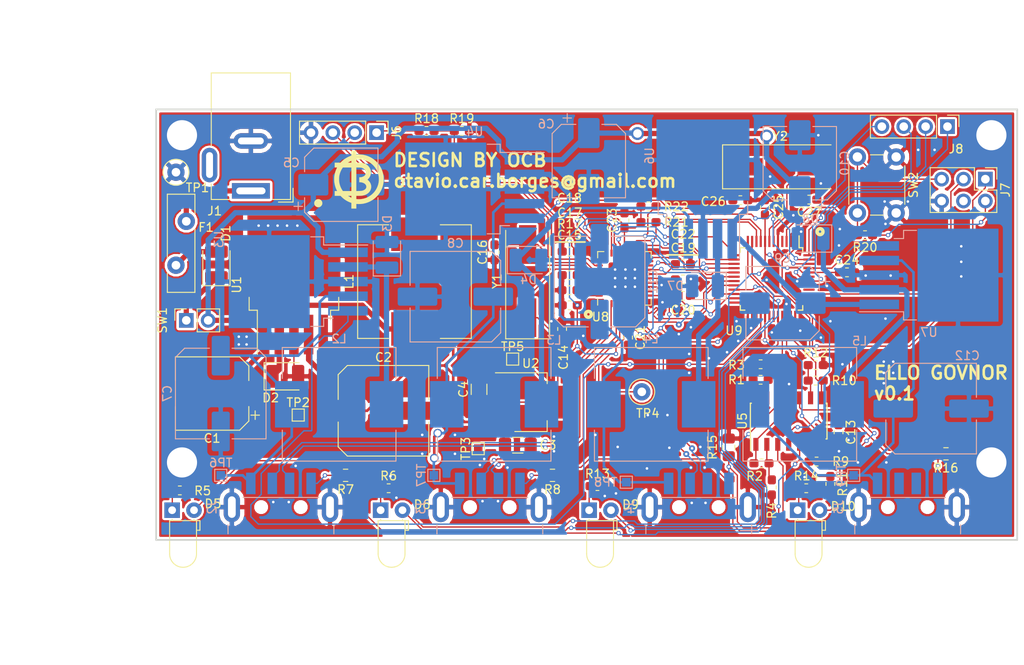
<source format=kicad_pcb>
(kicad_pcb (version 20171130) (host pcbnew 5.0.2+dfsg1-1)
  (layers (0 F.Cu signal) (31 B.Cu signal) (34 B.Paste user) (35 F.Paste user) (36 B.SilkS user) (37 F.SilkS user) (38 B.Mask user) (39 F.Mask user) (44 Edge.Cuts user))
  (net 0 "")
  (net 1 VBUS)
  (net 2 GND)
  (net 3 +5V)
  (net 4 +3V3)
  (net 5 "Net-(C17-Pad1)")
  (net 6 "Net-(C26-Pad1)")
  (net 7 "Net-(D2-Pad1)")
  (net 8 "Net-(D3-Pad1)")
  (net 9 "Net-(D4-Pad1)")
  (net 10 "Net-(D5-Pad1)")
  (net 11 USB1_ONLED)
  (net 12 USB2_ONLED)
  (net 13 "Net-(D6-Pad1)")
  (net 14 "Net-(D7-Pad1)")
  (net 15 "Net-(D8-Pad1)")
  (net 16 "Net-(D9-Pad1)")
  (net 17 USB3_ONLED)
  (net 18 "Net-(D10-Pad1)")
  (net 19 USB4_ONLED)
  (net 20 "Net-(J3-Pad4)")
  (net 21 "Net-(J4-Pad4)")
  (net 22 "Net-(J5-Pad4)")
  (net 23 USB1_D+)
  (net 24 USB1_D-)
  (net 25 USB2_D-)
  (net 26 USB2_D+)
  (net 27 "Net-(J7-Pad4)")
  (net 28 USB3_D+)
  (net 29 USB3_D-)
  (net 30 USB1_CUR)
  (net 31 USB2_CUR)
  (net 32 USB3_CUR)
  (net 33 USB4_CUR)
  (net 34 USB_MCU-)
  (net 35 USB_MCU+)
  (net 36 USB4_CHG)
  (net 37 USB1_CHG)
  (net 38 USB2_CHG)
  (net 39 USB3_CHG)
  (net 40 "Net-(C14-Pad1)")
  (net 41 "Net-(C16-Pad1)")
  (net 42 "Net-(C19-Pad1)")
  (net 43 "Net-(C27-Pad1)")
  (net 44 "Net-(J1-Pad3)")
  (net 45 "Net-(J2-Pad4)")
  (net 46 "Net-(J5-Pad3)")
  (net 47 "Net-(J5-Pad2)")
  (net 48 "/Host & Controller/MAIN_D-")
  (net 49 "/Host & Controller/MAIN_D+")
  (net 50 "Net-(J6-Pad1)")
  (net 51 "/Host & Controller/RESET")
  (net 52 "/Host & Controller/SWCLK")
  (net 53 "/Host & Controller/SWDIO")
  (net 54 "Net-(R1-Pad2)")
  (net 55 "Net-(R2-Pad2)")
  (net 56 "Net-(R11-Pad1)")
  (net 57 "Net-(R10-Pad2)")
  (net 58 "Net-(R17-Pad1)")
  (net 59 "/Host & Controller/MCU_VBUS_DET")
  (net 60 "/Host & Controller/HUB_PWR4")
  (net 61 "Net-(U9-Pad4)")
  (net 62 "/Host & Controller/MCU_SCL")
  (net 63 "/Host & Controller/MCU_SDA")
  (net 64 "Net-(U9-Pad24)")
  (net 65 "Net-(U9-Pad25)")
  (net 66 "Net-(U9-Pad26)")
  (net 67 "/Host & Controller/HUB_RESET")
  (net 68 "Net-(U9-Pad31)")
  (net 69 "/Host & Controller/HUB_HS")
  (net 70 "/Host & Controller/HUB_PWR1")
  (net 71 "Net-(U9-Pad38)")
  (net 72 "Net-(U9-Pad40)")
  (net 73 "/Host & Controller/HUB_SUSP")
  (net 74 "/Host & Controller/HUB_PWR2")
  (net 75 "/Host & Controller/HUB_PWR3")
  (net 76 "/Host & Controller/SPARE_2")
  (net 77 "/Host & Controller/SPARE_1")
  (net 78 /FUSED)
  (net 79 /SWITCH)
  (net 80 /FEED)
  (net 81 "/USB Ports/USB1_5V")
  (net 82 "/USB Ports/USB2_5V")
  (net 83 "/USB Ports/USB3_5V")
  (net 84 "/USB Ports/USB4_5V")
  (net 85 "Net-(U9-Pad30)")
  (net 86 "Net-(U9-Pad36)")
  (net 87 "Net-(U9-Pad37)")
  (net 88 "/Host & Controller/SPARE_3")
  (net 89 "/Host & Controller/SPARE_4")
  (net 90 "Net-(U9-Pad27)")
  (module Capacitor_SMD:C_Elec_10x10.2 (layer F.Cu) (at 70.9 55)
    (fp_text reference C2 (at 0 -6.2) (layer F.SilkS))
    (fp_text value 220uF)
    (pad 2 smd roundrect (at 4.4 0) (size 4.6 2.1) (layers F.Cu F.Paste F.Mask) (roundrect_rratio 0.119048) (net 2 GND))
    (pad 1 smd roundrect (at -4.4 0) (size 4.6 2.1) (layers F.Cu F.Paste F.Mask) (roundrect_rratio 0.119048) (net 3 +5V))
  )
  (module Resistor_SMD:R_0805_2012Metric_Pad1.15x1.40mm_HandSolder (layer F.Cu) (at 66.5 62.5 180)
    (fp_text reference R7 (at 0 -1.65 180) (layer F.SilkS))
    (fp_text value 10m)
    (pad 1 smd roundrect (at -1.025 0 180) (size 1.15 1.4) (layers F.Cu F.Paste F.Mask) (roundrect_rratio 0.217391) (net 2 GND))
    (pad 2 smd roundrect (at 1.025 0 180) (size 1.15 1.4) (layers F.Cu F.Paste F.Mask) (roundrect_rratio 0.217391) (net 45 "Net-(J2-Pad4)"))
  )
  (module Resistor_SMD:R_0805_2012Metric_Pad1.15x1.40mm_HandSolder (layer F.Cu) (at 90.525 62.5 180)
    (fp_text reference R8 (at 0 -1.65 180) (layer F.SilkS))
    (fp_text value 10m)
    (pad 1 smd roundrect (at -1.025 0 180) (size 1.15 1.4) (layers F.Cu F.Paste F.Mask) (roundrect_rratio 0.217391) (net 2 GND))
    (pad 2 smd roundrect (at 1.025 0 180) (size 1.15 1.4) (layers F.Cu F.Paste F.Mask) (roundrect_rratio 0.217391) (net 20 "Net-(J3-Pad4)"))
  )
  (module Crystal:Crystal_SMD_HC49-SD (layer F.Cu) (at 87.6445 39.9415 90)
    (fp_text reference Y1 (at 0 -3.55 90) (layer F.SilkS))
    (fp_text value 24MHz)
    (pad 2 smd rect (at 4.25 0 90) (size 4.5 2) (layers F.Cu F.Paste F.Mask) (net 41 "Net-(C16-Pad1)"))
    (pad 1 smd rect (at -4.25 0 90) (size 4.5 2) (layers F.Cu F.Paste F.Mask) (net 40 "Net-(C14-Pad1)"))
  )
  (module Crystal:Crystal_SMD_HC49-SD (layer F.Cu) (at 116.9815 26.67)
    (fp_text reference Y2 (at 0 -3.55) (layer F.SilkS))
    (fp_text value 24MHz)
    (pad 1 smd rect (at -4.25 0) (size 4.5 2) (layers F.Cu F.Paste F.Mask) (net 6 "Net-(C26-Pad1)"))
    (pad 2 smd rect (at 4.25 0) (size 4.5 2) (layers F.Cu F.Paste F.Mask) (net 43 "Net-(C27-Pad1)"))
  )
  (module Capacitor_SMD:CP_Elec_8x10 (layer B.Cu) (at 66 28.75)
    (fp_text reference C5 (at -5.8 -2.55) (layer B.SilkS) (effects (justify mirror)))
    (fp_text value 470uF)
    (pad 2 smd roundrect (at 3.25 0) (size 3.5 2.5) (layers B.Cu B.Paste B.Mask) (roundrect_rratio 0.1) (net 2 GND))
    (pad 1 smd roundrect (at -3.25 0) (size 3.5 2.5) (layers B.Cu B.Paste B.Mask) (roundrect_rratio 0.1) (net 1 VBUS))
  )
  (module Capacitor_SMD:CP_Elec_8x10 (layer B.Cu) (at 94.75 26 270)
    (fp_text reference C6 (at -4.3 4.95) (layer B.SilkS) (effects (justify mirror)))
    (fp_text value 470uF)
    (pad 1 smd roundrect (at -3.25 0 270) (size 3.5 2.5) (layers B.Cu B.Paste B.Mask) (roundrect_rratio 0.1) (net 1 VBUS))
    (pad 2 smd roundrect (at 3.25 0 270) (size 3.5 2.5) (layers B.Cu B.Paste B.Mask) (roundrect_rratio 0.1) (net 2 GND))
  )
  (module Capacitor_SMD:CP_Elec_8x10 (layer B.Cu) (at 117.25 42.5 180)
    (fp_text reference C9 (at 0 5.2 180) (layer B.SilkS) (effects (justify mirror)))
    (fp_text value 470uF)
    (pad 2 smd roundrect (at 3.25 0 180) (size 3.5 2.5) (layers B.Cu B.Paste B.Mask) (roundrect_rratio 0.1) (net 2 GND))
    (pad 1 smd roundrect (at -3.25 0 180) (size 3.5 2.5) (layers B.Cu B.Paste B.Mask) (roundrect_rratio 0.1) (net 1 VBUS))
  )
  (module Capacitor_SMD:CP_Elec_8x10 (layer B.Cu) (at 119.25 26.25 90)
    (fp_text reference C10 (at 0 5.2 90) (layer B.SilkS) (effects (justify mirror)))
    (fp_text value 470uF)
    (pad 1 smd roundrect (at -3.25 0 90) (size 3.5 2.5) (layers B.Cu B.Paste B.Mask) (roundrect_rratio 0.1) (net 1 VBUS))
    (pad 2 smd roundrect (at 3.25 0 90) (size 3.5 2.5) (layers B.Cu B.Paste B.Mask) (roundrect_rratio 0.1) (net 2 GND))
  )
  (module Capacitor_SMD:C_0603_1608Metric_Pad1.05x0.95mm_HandSolder (layer F.Cu) (at 105.6785 39.75)
    (fp_text reference C19 (at 0.0215 -3.65) (layer F.SilkS))
    (fp_text value 0.1uF)
    (pad 2 smd roundrect (at 0.875 0) (size 1.05 0.95) (layers F.Cu F.Paste F.Mask) (net 2 GND))
    (pad 1 smd roundrect (at -0.875 0) (size 1.05 0.95) (layers F.Cu F.Paste F.Mask) (net 42 "Net-(C19-Pad1)"))
  )
  (module Capacitor_SMD:C_0603_1608Metric_Pad1.05x0.95mm_HandSolder (layer F.Cu) (at 105.6785 41.656)
    (fp_text reference C20 (at 0.0215 1.644) (layer F.SilkS))
    (fp_text value 0.1uF)
    (pad 1 smd roundrect (at -0.875 0) (size 1.05 0.95) (layers F.Cu F.Paste F.Mask) (net 4 +3V3))
    (pad 2 smd roundrect (at 0.875 0) (size 1.05 0.95) (layers F.Cu F.Paste F.Mask) (net 2 GND))
  )
  (module Capacitor_SMD:C_0603_1608Metric_Pad1.05x0.95mm_HandSolder (layer F.Cu) (at 105.6785 37.973)
    (fp_text reference C22 (at 0.0215 -3.473) (layer F.SilkS))
    (fp_text value 0.1uF)
    (pad 2 smd roundrect (at 0.875 0) (size 1.05 0.95) (layers F.Cu F.Paste F.Mask) (net 2 GND))
    (pad 1 smd roundrect (at -0.875 0) (size 1.05 0.95) (layers F.Cu F.Paste F.Mask) (net 4 +3V3))
  )
  (module Capacitor_SMD:C_0603_1608Metric_Pad1.05x0.95mm_HandSolder (layer F.Cu) (at 98.884 32.893 90)
    (fp_text reference C23 (at 0 -1.43 90) (layer F.SilkS))
    (fp_text value 0.1uF)
    (pad 1 smd roundrect (at -0.875 0 90) (size 1.05 0.95) (layers F.Cu F.Paste F.Mask) (net 4 +3V3))
    (pad 2 smd roundrect (at 0.875 0 90) (size 1.05 0.95) (layers F.Cu F.Paste F.Mask) (net 2 GND))
  )
  (module Capacitor_SMD:C_0603_1608Metric_Pad1.05x0.95mm_HandSolder (layer F.Cu) (at 124.7285 38.9255)
    (fp_text reference C24 (at 0 -1.43) (layer F.SilkS))
    (fp_text value 0.1uF)
    (pad 2 smd roundrect (at 0.875 0) (size 1.05 0.95) (layers F.Cu F.Paste F.Mask) (net 2 GND))
    (pad 1 smd roundrect (at -0.875 0) (size 1.05 0.95) (layers F.Cu F.Paste F.Mask) (net 4 +3V3))
  )
  (module Capacitor_SMD:C_0603_1608Metric_Pad1.05x0.95mm_HandSolder (layer F.Cu) (at 115.2035 31.369 90)
    (fp_text reference C25 (at 0 1.5965 90) (layer F.SilkS))
    (fp_text value 0.1uF)
    (pad 1 smd roundrect (at -0.875 0 90) (size 1.05 0.95) (layers F.Cu F.Paste F.Mask) (net 4 +3V3))
    (pad 2 smd roundrect (at 0.875 0 90) (size 1.05 0.95) (layers F.Cu F.Paste F.Mask) (net 2 GND))
  )
  (module Capacitor_SMD:C_0603_1608Metric_Pad1.05x0.95mm_HandSolder (layer F.Cu) (at 112.346 30.5435)
    (fp_text reference C26 (at -3.146 0.1565) (layer F.SilkS))
    (fp_text value 39pF)
    (pad 2 smd roundrect (at 0.875 0) (size 1.05 0.95) (layers F.Cu F.Paste F.Mask) (net 2 GND))
    (pad 1 smd roundrect (at -0.875 0) (size 1.05 0.95) (layers F.Cu F.Paste F.Mask) (net 6 "Net-(C26-Pad1)"))
  )
  (module Capacitor_SMD:C_0603_1608Metric_Pad1.05x0.95mm_HandSolder (layer F.Cu) (at 99.3 46.5 270)
    (fp_text reference C21 (at 0 -1.43 270) (layer F.SilkS))
    (fp_text value 0.1uF)
    (pad 1 smd roundrect (at -0.875 0 270) (size 1.05 0.95) (layers F.Cu F.Paste F.Mask) (net 4 +3V3))
    (pad 2 smd roundrect (at 0.875 0 270) (size 1.05 0.95) (layers F.Cu F.Paste F.Mask) (net 2 GND))
  )
  (module Capacitor_SMD:C_Elec_10x10.2 (layer B.Cu) (at 79.25 41.75 180)
    (fp_text reference C8 (at 0 6.2 180) (layer B.SilkS) (effects (justify mirror)))
    (fp_text value 220uF)
    (pad 1 smd roundrect (at -4.4 0 180) (size 4.6 2.1) (layers B.Cu B.Paste B.Mask) (roundrect_rratio 0.119048) (net 82 "/USB Ports/USB2_5V"))
    (pad 2 smd roundrect (at 4.4 0 180) (size 4.6 2.1) (layers B.Cu B.Paste B.Mask) (roundrect_rratio 0.119048) (net 2 GND))
  )
  (module Capacitor_SMD:C_Elec_10x10.2 (layer B.Cu) (at 52 53 270)
    (fp_text reference C7 (at 0 6.2 270) (layer B.SilkS) (effects (justify mirror)))
    (fp_text value 220uF)
    (pad 1 smd roundrect (at -4.4 0 270) (size 4.6 2.1) (layers B.Cu B.Paste B.Mask) (roundrect_rratio 0.119048) (net 81 "/USB Ports/USB1_5V"))
    (pad 2 smd roundrect (at 4.4 0 270) (size 4.6 2.1) (layers B.Cu B.Paste B.Mask) (roundrect_rratio 0.119048) (net 2 GND))
  )
  (module Capacitor_SMD:C_Elec_10x10.2 (layer B.Cu) (at 96 40 90)
    (fp_text reference C11 (at 0 6.2 90) (layer B.SilkS) (effects (justify mirror)))
    (fp_text value 220uF)
    (pad 2 smd roundrect (at 4.4 0 90) (size 4.6 2.1) (layers B.Cu B.Paste B.Mask) (roundrect_rratio 0.119048) (net 2 GND))
    (pad 1 smd roundrect (at -4.4 0 90) (size 4.6 2.1) (layers B.Cu B.Paste B.Mask) (roundrect_rratio 0.119048) (net 83 "/USB Ports/USB3_5V"))
  )
  (module Capacitor_SMD:C_Elec_10x10.2 (layer B.Cu) (at 134.5 54.75)
    (fp_text reference C12 (at 4.2 -6.15) (layer B.SilkS) (effects (justify mirror)))
    (fp_text value 220uF)
    (pad 1 smd roundrect (at -4.4 0) (size 4.6 2.1) (layers B.Cu B.Paste B.Mask) (roundrect_rratio 0.119048) (net 84 "/USB Ports/USB4_5V"))
    (pad 2 smd roundrect (at 4.4 0) (size 4.6 2.1) (layers B.Cu B.Paste B.Mask) (roundrect_rratio 0.119048) (net 2 GND))
  )
  (module Connector_BarrelJack:BarrelJack_Wuerth_6941xx301002 (layer F.Cu) (at 55.5 29.464 180)
    (fp_text reference J1 (at 4.2 -2.336 180) (layer F.SilkS))
    (fp_text value Barrel_Jack_Switch)
    (pad 3 thru_hole oval (at 4.8 3 270) (size 4 1.8) (drill oval 3 0.8) (layers *.Cu *.Mask) (net 44 "Net-(J1-Pad3)"))
    (pad 2 thru_hole oval (at 0 5.8 180) (size 4 1.8) (drill oval 3 0.8) (layers *.Cu *.Mask) (net 2 GND))
    (pad 1 thru_hole rect (at 0 0 180) (size 4.4 1.8) (drill oval 3.4 0.8) (layers *.Cu *.Mask) (net 80 /FEED))
  )
  (module Connector_PinHeader_2.54mm:PinHeader_1x04_P2.54mm_Vertical (layer F.Cu) (at 136.4 22 270)
    (fp_text reference J8 (at 2.6 -1) (layer F.SilkS))
    (fp_text value Conn_01x04)
    (pad 4 thru_hole oval (at 0 7.62 270) (size 1.7 1.7) (drill 1) (layers *.Cu *.Mask) (net 77 "/Host & Controller/SPARE_1"))
    (pad 3 thru_hole oval (at 0 5.08 270) (size 1.7 1.7) (drill 1) (layers *.Cu *.Mask) (net 76 "/Host & Controller/SPARE_2"))
    (pad 2 thru_hole oval (at 0 2.54 270) (size 1.7 1.7) (drill 1) (layers *.Cu *.Mask) (net 88 "/Host & Controller/SPARE_3"))
    (pad 1 thru_hole rect (at 0 0 270) (size 1.7 1.7) (drill 1) (layers *.Cu *.Mask) (net 89 "/Host & Controller/SPARE_4"))
  )
  (module Connector_PinHeader_2.54mm:PinHeader_1x04_P2.54mm_Vertical (layer F.Cu) (at 70.1 22.7 270)
    (fp_text reference J6 (at 0 -2.33 270) (layer F.SilkS))
    (fp_text value Conn_01x04)
    (pad 1 thru_hole rect (at 0 0 270) (size 1.7 1.7) (drill 1) (layers *.Cu *.Mask) (net 50 "Net-(J6-Pad1)"))
    (pad 2 thru_hole oval (at 0 2.54 270) (size 1.7 1.7) (drill 1) (layers *.Cu *.Mask) (net 48 "/Host & Controller/MAIN_D-"))
    (pad 3 thru_hole oval (at 0 5.08 270) (size 1.7 1.7) (drill 1) (layers *.Cu *.Mask) (net 49 "/Host & Controller/MAIN_D+"))
    (pad 4 thru_hole oval (at 0 7.62 270) (size 1.7 1.7) (drill 1) (layers *.Cu *.Mask) (net 2 GND))
  )
  (module Connector_PinHeader_2.54mm:PinHeader_2x03_P2.54mm_Vertical (layer F.Cu) (at 140.8 28.1 270)
    (fp_text reference J7 (at 1.27 -2.33 270) (layer F.SilkS))
    (fp_text value Conn_02x03_Odd_Even)
    (pad 1 thru_hole rect (at 0 0 270) (size 1.7 1.7) (drill 1) (layers *.Cu *.Mask) (net 52 "/Host & Controller/SWCLK"))
    (pad 2 thru_hole oval (at 2.54 0 270) (size 1.7 1.7) (drill 1) (layers *.Cu *.Mask) (net 4 +3V3))
    (pad 3 thru_hole oval (at 0 2.54 270) (size 1.7 1.7) (drill 1) (layers *.Cu *.Mask) (net 53 "/Host & Controller/SWDIO"))
    (pad 4 thru_hole oval (at 2.54 2.54 270) (size 1.7 1.7) (drill 1) (layers *.Cu *.Mask) (net 27 "Net-(J7-Pad4)"))
    (pad 5 thru_hole oval (at 0 5.08 270) (size 1.7 1.7) (drill 1) (layers *.Cu *.Mask) (net 51 "/Host & Controller/RESET"))
    (pad 6 thru_hole oval (at 2.54 5.08 270) (size 1.7 1.7) (drill 1) (layers *.Cu *.Mask) (net 2 GND))
  )
  (module Connector_PinSocket_2.54mm:PinSocket_1x02_P2.54mm_Vertical (layer F.Cu) (at 48 44.5 90)
    (fp_text reference SW1 (at 0 -2.77 90) (layer F.SilkS))
    (fp_text value SW_DIP_x01)
    (pad 1 thru_hole rect (at 0 0 90) (size 1.7 1.7) (drill 1) (layers *.Cu *.Mask) (net 79 /SWITCH))
    (pad 2 thru_hole oval (at 0 2.54 90) (size 1.7 1.7) (drill 1) (layers *.Cu *.Mask) (net 1 VBUS))
  )
  (module Connector_USB:USB_A_CNCTech_1001-011-01101_Horizontal (layer B.Cu) (at 107.516166 73.0885 270)
    (fp_text reference J4 (at -6.9 8 270) (layer B.SilkS) (effects (justify mirror)))
    (fp_text value USB_A)
    (pad 2 smd rect (at -9.65 1 270) (size 2.5 1.1) (layers B.Cu B.Paste B.Mask) (net 29 USB3_D-))
    (pad 3 smd rect (at -9.65 -1 270) (size 2.5 1.1) (layers B.Cu B.Paste B.Mask) (net 28 USB3_D+))
    (pad 1 smd rect (at -9.65 3.5 270) (size 2.5 1.1) (layers B.Cu B.Paste B.Mask) (net 83 "/USB Ports/USB3_5V"))
    (pad 4 smd rect (at -9.65 -3.5 270) (size 2.5 1.1) (layers B.Cu B.Paste B.Mask) (net 21 "Net-(J4-Pad4)"))
    (pad 5 thru_hole oval (at -6.9 5.7 270) (size 3.5 1.9) (drill oval 2.5 0.9) (layers *.Cu *.Mask) (net 2 GND))
    (pad 5 thru_hole oval (at -6.9 -5.7 270) (size 3.5 1.9) (drill oval 2.5 0.9) (layers *.Cu *.Mask) (net 2 GND))
    (pad "" np_thru_hole circle (at -6.9 2.3 270) (size 1.1 1.1) (drill 1.1) (layers *.Cu *.Mask))
    (pad "" np_thru_hole circle (at -6.9 -2.3 270) (size 1.1 1.1) (drill 1.1) (layers *.Cu *.Mask))
  )
  (module Connector_USB:USB_A_CNCTech_1001-011-01101_Horizontal (layer B.Cu) (at 83.253833 73.0885 270)
    (fp_text reference J3 (at -6.9 8 270) (layer B.SilkS) (effects (justify mirror)))
    (fp_text value USB_A)
    (pad "" np_thru_hole circle (at -6.9 -2.3 270) (size 1.1 1.1) (drill 1.1) (layers *.Cu *.Mask))
    (pad "" np_thru_hole circle (at -6.9 2.3 270) (size 1.1 1.1) (drill 1.1) (layers *.Cu *.Mask))
    (pad 5 thru_hole oval (at -6.9 -5.7 270) (size 3.5 1.9) (drill oval 2.5 0.9) (layers *.Cu *.Mask) (net 2 GND))
    (pad 5 thru_hole oval (at -6.9 5.7 270) (size 3.5 1.9) (drill oval 2.5 0.9) (layers *.Cu *.Mask) (net 2 GND))
    (pad 4 smd rect (at -9.65 -3.5 270) (size 2.5 1.1) (layers B.Cu B.Paste B.Mask) (net 20 "Net-(J3-Pad4)"))
    (pad 1 smd rect (at -9.65 3.5 270) (size 2.5 1.1) (layers B.Cu B.Paste B.Mask) (net 82 "/USB Ports/USB2_5V"))
    (pad 3 smd rect (at -9.65 -1 270) (size 2.5 1.1) (layers B.Cu B.Paste B.Mask) (net 26 USB2_D+))
    (pad 2 smd rect (at -9.65 1 270) (size 2.5 1.1) (layers B.Cu B.Paste B.Mask) (net 25 USB2_D-))
  )
  (module Connector_USB:USB_A_CNCTech_1001-011-01101_Horizontal (layer B.Cu) (at 58.9915 73.0885 270)
    (fp_text reference J2 (at -6.9 8 270) (layer B.SilkS) (effects (justify mirror)))
    (fp_text value USB_A)
    (pad 2 smd rect (at -9.65 1 270) (size 2.5 1.1) (layers B.Cu B.Paste B.Mask) (net 24 USB1_D-))
    (pad 3 smd rect (at -9.65 -1 270) (size 2.5 1.1) (layers B.Cu B.Paste B.Mask) (net 23 USB1_D+))
    (pad 1 smd rect (at -9.65 3.5 270) (size 2.5 1.1) (layers B.Cu B.Paste B.Mask) (net 81 "/USB Ports/USB1_5V"))
    (pad 4 smd rect (at -9.65 -3.5 270) (size 2.5 1.1) (layers B.Cu B.Paste B.Mask) (net 45 "Net-(J2-Pad4)"))
    (pad 5 thru_hole oval (at -6.9 5.7 270) (size 3.5 1.9) (drill oval 2.5 0.9) (layers *.Cu *.Mask) (net 2 GND))
    (pad 5 thru_hole oval (at -6.9 -5.7 270) (size 3.5 1.9) (drill oval 2.5 0.9) (layers *.Cu *.Mask) (net 2 GND))
    (pad "" np_thru_hole circle (at -6.9 2.3 270) (size 1.1 1.1) (drill 1.1) (layers *.Cu *.Mask))
    (pad "" np_thru_hole circle (at -6.9 -2.3 270) (size 1.1 1.1) (drill 1.1) (layers *.Cu *.Mask))
  )
  (module Fuse:Fuse_Bourns_MF-RHT500 (layer F.Cu) (at 46.8 38.1 90)
    (fp_text reference F1 (at 4.4 3.5 180) (layer F.SilkS))
    (fp_text value 5A/16V)
    (pad 1 thru_hole circle (at 0 0 90) (size 2.01 2.01) (drill 1.01) (layers *.Cu *.Mask) (net 78 /FUSED))
    (pad 2 thru_hole circle (at 5.1 1.2 90) (size 2.01 2.01) (drill 1.01) (layers *.Cu *.Mask) (net 80 /FEED))
  )
  (module Package_DFN_QFN:QFN-36-1EP_6x6mm_P0.5mm_EP3.7x3.7mm (layer F.Cu) (at 98.884 39.624 90)
    (fp_text reference U8 (at -4.476 -2.784 180) (layer F.SilkS))
    (fp_text value USB2514B_Bi)
    (pad 37 smd roundrect (at 0 0 90) (size 3.7 3.7) (layers F.Cu F.Mask) (roundrect_rratio 0.067568) (net 2 GND))
    (pad 1 smd roundrect (at -2.9375 -2 90) (size 0.825 0.25) (layers F.Cu F.Paste F.Mask) (net 24 USB1_D-))
    (pad 2 smd roundrect (at -2.9375 -1.5 90) (size 0.825 0.25) (layers F.Cu F.Paste F.Mask) (net 23 USB1_D+))
    (pad 3 smd roundrect (at -2.9375 -1 90) (size 0.825 0.25) (layers F.Cu F.Paste F.Mask) (net 25 USB2_D-))
    (pad 4 smd roundrect (at -2.9375 -0.5 90) (size 0.825 0.25) (layers F.Cu F.Paste F.Mask) (net 26 USB2_D+))
    (pad 5 smd roundrect (at -2.9375 0 90) (size 0.825 0.25) (layers F.Cu F.Paste F.Mask) (net 4 +3V3))
    (pad 6 smd roundrect (at -2.9375 0.5 90) (size 0.825 0.25) (layers F.Cu F.Paste F.Mask) (net 29 USB3_D-))
    (pad 7 smd roundrect (at -2.9375 1 90) (size 0.825 0.25) (layers F.Cu F.Paste F.Mask) (net 28 USB3_D+))
    (pad 8 smd roundrect (at -2.9375 1.5 90) (size 0.825 0.25) (layers F.Cu F.Paste F.Mask) (net 34 USB_MCU-))
    (pad 9 smd roundrect (at -2.9375 2 90) (size 0.825 0.25) (layers F.Cu F.Paste F.Mask) (net 35 USB_MCU+))
    (pad 10 smd roundrect (at -2 2.9375 90) (size 0.25 0.825) (layers F.Cu F.Paste F.Mask) (net 4 +3V3))
    (pad 11 smd roundrect (at -1.5 2.9375 90) (size 0.25 0.825) (layers F.Cu F.Paste F.Mask) (net 2 GND))
    (pad 12 smd roundrect (at -1 2.9375 90) (size 0.25 0.825) (layers F.Cu F.Paste F.Mask) (net 70 "/Host & Controller/HUB_PWR1"))
    (pad 13 smd roundrect (at -0.5 2.9375 90) (size 0.25 0.825) (layers F.Cu F.Paste F.Mask) (net 2 GND))
    (pad 14 smd roundrect (at 0 2.9375 90) (size 0.25 0.825) (layers F.Cu F.Paste F.Mask) (net 42 "Net-(C19-Pad1)"))
    (pad 15 smd roundrect (at 0.5 2.9375 90) (size 0.25 0.825) (layers F.Cu F.Paste F.Mask) (net 4 +3V3))
    (pad 16 smd roundrect (at 1 2.9375 90) (size 0.25 0.825) (layers F.Cu F.Paste F.Mask) (net 74 "/Host & Controller/HUB_PWR2"))
    (pad 17 smd roundrect (at 1.5 2.9375 90) (size 0.25 0.825) (layers F.Cu F.Paste F.Mask) (net 2 GND))
    (pad 18 smd roundrect (at 2 2.9375 90) (size 0.25 0.825) (layers F.Cu F.Paste F.Mask) (net 75 "/Host & Controller/HUB_PWR3"))
    (pad 19 smd roundrect (at 2.9375 2 90) (size 0.825 0.25) (layers F.Cu F.Paste F.Mask) (net 2 GND))
    (pad 20 smd roundrect (at 2.9375 1.5 90) (size 0.825 0.25) (layers F.Cu F.Paste F.Mask) (net 60 "/Host & Controller/HUB_PWR4"))
    (pad 21 smd roundrect (at 2.9375 1 90) (size 0.825 0.25) (layers F.Cu F.Paste F.Mask) (net 2 GND))
    (pad 22 smd roundrect (at 2.9375 0.5 90) (size 0.825 0.25) (layers F.Cu F.Paste F.Mask) (net 63 "/Host & Controller/MCU_SDA"))
    (pad 23 smd roundrect (at 2.9375 0 90) (size 0.825 0.25) (layers F.Cu F.Paste F.Mask) (net 4 +3V3))
    (pad 24 smd roundrect (at 2.9375 -0.5 90) (size 0.825 0.25) (layers F.Cu F.Paste F.Mask) (net 62 "/Host & Controller/MCU_SCL"))
    (pad 25 smd roundrect (at 2.9375 -1 90) (size 0.825 0.25) (layers F.Cu F.Paste F.Mask) (net 69 "/Host & Controller/HUB_HS"))
    (pad 26 smd roundrect (at 2.9375 -1.5 90) (size 0.825 0.25) (layers F.Cu F.Paste F.Mask) (net 67 "/Host & Controller/HUB_RESET"))
    (pad 27 smd roundrect (at 2.9375 -2 90) (size 0.825 0.25) (layers F.Cu F.Paste F.Mask) (net 59 "/Host & Controller/MCU_VBUS_DET"))
    (pad 28 smd roundrect (at 2 -2.9375 90) (size 0.25 0.825) (layers F.Cu F.Paste F.Mask) (net 73 "/Host & Controller/HUB_SUSP"))
    (pad 29 smd roundrect (at 1.5 -2.9375 90) (size 0.25 0.825) (layers F.Cu F.Paste F.Mask) (net 4 +3V3))
    (pad 30 smd roundrect (at 1 -2.9375 90) (size 0.25 0.825) (layers F.Cu F.Paste F.Mask) (net 48 "/Host & Controller/MAIN_D-"))
    (pad 31 smd roundrect (at 0.5 -2.9375 90) (size 0.25 0.825) (layers F.Cu F.Paste F.Mask) (net 49 "/Host & Controller/MAIN_D+"))
    (pad 32 smd roundrect (at 0 -2.9375 90) (size 0.25 0.825) (layers F.Cu F.Paste F.Mask) (net 41 "Net-(C16-Pad1)"))
    (pad 33 smd roundrect (at -0.5 -2.9375 90) (size 0.25 0.825) (layers F.Cu F.Paste F.Mask) (net 40 "Net-(C14-Pad1)"))
    (pad 34 smd roundrect (at -1 -2.9375 90) (size 0.25 0.825) (layers F.Cu F.Paste F.Mask) (net 5 "Net-(C17-Pad1)"))
    (pad 35 smd roundrect (at -1.5 -2.9375 90) (size 0.25 0.825) (layers F.Cu F.Paste F.Mask) (net 58 "Net-(R17-Pad1)"))
    (pad 36 smd roundrect (at -2 -2.9375 90) (size 0.25 0.825) (layers F.Cu F.Paste F.Mask) (net 4 +3V3))
  )
  (module Package_QFP:TQFP-48_7x7mm_P0.5mm (layer F.Cu) (at 115.9655 39.6875 270)
    (fp_text reference U9 (at 6.0125 4.3655) (layer F.SilkS))
    (fp_text value LPC11U35FBD48-401)
    (pad 1 smd rect (at -4.35 -2.75 270) (size 1.3 0.25) (layers F.Cu F.Paste F.Mask) (net 19 USB4_ONLED))
    (pad 2 smd rect (at -4.35 -2.25 270) (size 1.3 0.25) (layers F.Cu F.Paste F.Mask) (net 77 "/Host & Controller/SPARE_1"))
    (pad 3 smd rect (at -4.35 -1.75 270) (size 1.3 0.25) (layers F.Cu F.Paste F.Mask) (net 51 "/Host & Controller/RESET"))
    (pad 4 smd rect (at -4.35 -1.25 270) (size 1.3 0.25) (layers F.Cu F.Paste F.Mask) (net 61 "Net-(U9-Pad4)"))
    (pad 5 smd rect (at -4.35 -0.75 270) (size 1.3 0.25) (layers F.Cu F.Paste F.Mask) (net 2 GND))
    (pad 6 smd rect (at -4.35 -0.25 270) (size 1.3 0.25) (layers F.Cu F.Paste F.Mask) (net 43 "Net-(C27-Pad1)"))
    (pad 7 smd rect (at -4.35 0.25 270) (size 1.3 0.25) (layers F.Cu F.Paste F.Mask) (net 6 "Net-(C26-Pad1)"))
    (pad 8 smd rect (at -4.35 0.75 270) (size 1.3 0.25) (layers F.Cu F.Paste F.Mask) (net 4 +3V3))
    (pad 9 smd rect (at -4.35 1.25 270) (size 1.3 0.25) (layers F.Cu F.Paste F.Mask) (net 73 "/Host & Controller/HUB_SUSP"))
    (pad 10 smd rect (at -4.35 1.75 270) (size 1.3 0.25) (layers F.Cu F.Paste F.Mask) (net 67 "/Host & Controller/HUB_RESET"))
    (pad 11 smd rect (at -4.35 2.25 270) (size 1.3 0.25) (layers F.Cu F.Paste F.Mask) (net 17 USB3_ONLED))
    (pad 12 smd rect (at -4.35 2.75 270) (size 1.3 0.25) (layers F.Cu F.Paste F.Mask) (net 12 USB2_ONLED))
    (pad 13 smd rect (at -2.75 4.35) (size 1.3 0.25) (layers F.Cu F.Paste F.Mask) (net 69 "/Host & Controller/HUB_HS"))
    (pad 14 smd rect (at -2.25 4.35) (size 1.3 0.25) (layers F.Cu F.Paste F.Mask) (net 59 "/Host & Controller/MCU_VBUS_DET"))
    (pad 15 smd rect (at -1.75 4.35) (size 1.3 0.25) (layers F.Cu F.Paste F.Mask) (net 62 "/Host & Controller/MCU_SCL"))
    (pad 16 smd rect (at -1.25 4.35) (size 1.3 0.25) (layers F.Cu F.Paste F.Mask) (net 63 "/Host & Controller/MCU_SDA"))
    (pad 17 smd rect (at -0.75 4.35) (size 1.3 0.25) (layers F.Cu F.Paste F.Mask) (net 60 "/Host & Controller/HUB_PWR4"))
    (pad 18 smd rect (at -0.25 4.35) (size 1.3 0.25) (layers F.Cu F.Paste F.Mask) (net 75 "/Host & Controller/HUB_PWR3"))
    (pad 19 smd rect (at 0.25 4.35) (size 1.3 0.25) (layers F.Cu F.Paste F.Mask) (net 34 USB_MCU-))
    (pad 20 smd rect (at 0.75 4.35) (size 1.3 0.25) (layers F.Cu F.Paste F.Mask) (net 35 USB_MCU+))
    (pad 21 smd rect (at 1.25 4.35) (size 1.3 0.25) (layers F.Cu F.Paste F.Mask) (net 11 USB1_ONLED))
    (pad 22 smd rect (at 1.75 4.35) (size 1.3 0.25) (layers F.Cu F.Paste F.Mask) (net 74 "/Host & Controller/HUB_PWR2"))
    (pad 23 smd rect (at 2.25 4.35) (size 1.3 0.25) (layers F.Cu F.Paste F.Mask) (net 70 "/Host & Controller/HUB_PWR1"))
    (pad 24 smd rect (at 2.75 4.35) (size 1.3 0.25) (layers F.Cu F.Paste F.Mask) (net 64 "Net-(U9-Pad24)"))
    (pad 25 smd rect (at 4.35 2.75 270) (size 1.3 0.25) (layers F.Cu F.Paste F.Mask) (net 65 "Net-(U9-Pad25)"))
    (pad 26 smd rect (at 4.35 2.25 270) (size 1.3 0.25) (layers F.Cu F.Paste F.Mask) (net 66 "Net-(U9-Pad26)"))
    (pad 27 smd rect (at 4.35 1.75 270) (size 1.3 0.25) (layers F.Cu F.Paste F.Mask) (net 90 "Net-(U9-Pad27)"))
    (pad 28 smd rect (at 4.35 1.25 270) (size 1.3 0.25) (layers F.Cu F.Paste F.Mask) (net 37 USB1_CHG))
    (pad 29 smd rect (at 4.35 0.75 270) (size 1.3 0.25) (layers F.Cu F.Paste F.Mask) (net 52 "/Host & Controller/SWCLK"))
    (pad 30 smd rect (at 4.35 0.25 270) (size 1.3 0.25) (layers F.Cu F.Paste F.Mask) (net 85 "Net-(U9-Pad30)"))
    (pad 31 smd rect (at 4.35 -0.25 270) (size 1.3 0.25) (layers F.Cu F.Paste F.Mask) (net 68 "Net-(U9-Pad31)"))
    (pad 32 smd rect (at 4.35 -0.75 270) (size 1.3 0.25) (layers F.Cu F.Paste F.Mask) (net 30 USB1_CUR))
    (pad 33 smd rect (at 4.35 -1.25 270) (size 1.3 0.25) (layers F.Cu F.Paste F.Mask) (net 31 USB2_CUR))
    (pad 34 smd rect (at 4.35 -1.75 270) (size 1.3 0.25) (layers F.Cu F.Paste F.Mask) (net 32 USB3_CUR))
    (pad 35 smd rect (at 4.35 -2.25 270) (size 1.3 0.25) (layers F.Cu F.Paste F.Mask) (net 33 USB4_CUR))
    (pad 36 smd rect (at 4.35 -2.75 270) (size 1.3 0.25) (layers F.Cu F.Paste F.Mask) (net 86 "Net-(U9-Pad36)"))
    (pad 37 smd rect (at 2.75 -4.35) (size 1.3 0.25) (layers F.Cu F.Paste F.Mask) (net 87 "Net-(U9-Pad37)"))
    (pad 38 smd rect (at 2.25 -4.35) (size 1.3 0.25) (layers F.Cu F.Paste F.Mask) (net 71 "Net-(U9-Pad38)"))
    (pad 39 smd rect (at 1.75 -4.35) (size 1.3 0.25) (layers F.Cu F.Paste F.Mask) (net 53 "/Host & Controller/SWDIO"))
    (pad 40 smd rect (at 1.25 -4.35) (size 1.3 0.25) (layers F.Cu F.Paste F.Mask) (net 72 "Net-(U9-Pad40)"))
    (pad 41 smd rect (at 0.75 -4.35) (size 1.3 0.25) (layers F.Cu F.Paste F.Mask) (net 2 GND))
    (pad 42 smd rect (at 0.25 -4.35) (size 1.3 0.25) (layers F.Cu F.Paste F.Mask) (net 89 "/Host & Controller/SPARE_4"))
    (pad 43 smd rect (at -0.25 -4.35) (size 1.3 0.25) (layers F.Cu F.Paste F.Mask) (net 88 "/Host & Controller/SPARE_3"))
    (pad 44 smd rect (at -0.75 -4.35) (size 1.3 0.25) (layers F.Cu F.Paste F.Mask) (net 4 +3V3))
    (pad 45 smd rect (at -1.25 -4.35) (size 1.3 0.25) (layers F.Cu F.Paste F.Mask) (net 36 USB4_CHG))
    (pad 46 smd rect (at -1.75 -4.35) (size 1.3 0.25) (layers F.Cu F.Paste F.Mask) (net 38 USB2_CHG))
    (pad 47 smd rect (at -2.25 -4.35) (size 1.3 0.25) (layers F.Cu F.Paste F.Mask) (net 39 USB3_CHG))
    (pad 48 smd rect (at -2.75 -4.35) (size 1.3 0.25) (layers F.Cu F.Paste F.Mask) (net 76 "/Host & Controller/SPARE_2"))
  )
  (module Package_SO:SOIC-14_3.9x8.7mm_P1.27mm (layer F.Cu) (at 117.96 56.2 90)
    (fp_text reference U5 (at 0 -5.375 90) (layer F.SilkS))
    (fp_text value LM324)
    (pad 1 smd rect (at -2.7 -3.81 90) (size 1.5 0.6) (layers F.Cu F.Paste F.Mask) (net 31 USB2_CUR))
    (pad 2 smd rect (at -2.7 -2.54 90) (size 1.5 0.6) (layers F.Cu F.Paste F.Mask) (net 55 "Net-(R2-Pad2)"))
    (pad 3 smd rect (at -2.7 -1.27 90) (size 1.5 0.6) (layers F.Cu F.Paste F.Mask) (net 20 "Net-(J3-Pad4)"))
    (pad 4 smd rect (at -2.7 0 90) (size 1.5 0.6) (layers F.Cu F.Paste F.Mask) (net 1 VBUS))
    (pad 5 smd rect (at -2.7 1.27 90) (size 1.5 0.6) (layers F.Cu F.Paste F.Mask) (net 21 "Net-(J4-Pad4)"))
    (pad 6 smd rect (at -2.7 2.54 90) (size 1.5 0.6) (layers F.Cu F.Paste F.Mask) (net 56 "Net-(R11-Pad1)"))
    (pad 7 smd rect (at -2.7 3.81 90) (size 1.5 0.6) (layers F.Cu F.Paste F.Mask) (net 32 USB3_CUR))
    (pad 8 smd rect (at 2.7 3.81 90) (size 1.5 0.6) (layers F.Cu F.Paste F.Mask) (net 33 USB4_CUR))
    (pad 9 smd rect (at 2.7 2.54 90) (size 1.5 0.6) (layers F.Cu F.Paste F.Mask) (net 57 "Net-(R10-Pad2)"))
    (pad 10 smd rect (at 2.7 1.27 90) (size 1.5 0.6) (layers F.Cu F.Paste F.Mask) (net 22 "Net-(J5-Pad4)"))
    (pad 11 smd rect (at 2.7 0 90) (size 1.5 0.6) (layers F.Cu F.Paste F.Mask) (net 2 GND))
    (pad 12 smd rect (at 2.7 -1.27 90) (size 1.5 0.6) (layers F.Cu F.Paste F.Mask) (net 45 "Net-(J2-Pad4)"))
    (pad 13 smd rect (at 2.7 -2.54 90) (size 1.5 0.6) (layers F.Cu F.Paste F.Mask) (net 54 "Net-(R1-Pad2)"))
    (pad 14 smd rect (at 2.7 -3.81 90) (size 1.5 0.6) (layers F.Cu F.Paste F.Mask) (net 30 USB1_CUR))
  )
  (module Package_TO_SOT_SMD:TO-263-5_TabPin3 (layer B.Cu) (at 134.25 39.25)
    (fp_text reference U7 (at 0 6.65) (layer B.SilkS) (effects (justify mirror)))
    (fp_text value AP1501A-50K5G-13)
    (pad 1 smd rect (at -5.775 3.4) (size 4.6 1.1) (layers B.Cu B.Paste B.Mask) (net 1 VBUS))
    (pad 2 smd rect (at -5.775 1.7) (size 4.6 1.1) (layers B.Cu B.Paste B.Mask) (net 15 "Net-(D8-Pad1)"))
    (pad 3 smd rect (at -5.775 0) (size 4.6 1.1) (layers B.Cu B.Paste B.Mask) (net 2 GND))
    (pad 4 smd rect (at -5.775 -1.7) (size 4.6 1.1) (layers B.Cu B.Paste B.Mask) (net 84 "/USB Ports/USB4_5V"))
    (pad 5 smd rect (at -5.775 -3.4) (size 4.6 1.1) (layers B.Cu B.Paste B.Mask) (net 36 USB4_CHG))
    (pad 3 smd rect (at 3.375 0) (size 9.4 10.8) (layers B.Cu B.Mask) (net 2 GND))
  )
  (module Package_TO_SOT_SMD:TO-263-5_TabPin3 (layer B.Cu) (at 61 40 180)
    (fp_text reference U3 (at 9.2 4.9 270) (layer B.SilkS) (effects (justify mirror)))
    (fp_text value AP1501A-50K5G-13)
    (pad 3 smd rect (at 3.375 0 180) (size 9.4 10.8) (layers B.Cu B.Mask) (net 2 GND))
    (pad 5 smd rect (at -5.775 -3.4 180) (size 4.6 1.1) (layers B.Cu B.Paste B.Mask) (net 37 USB1_CHG))
    (pad 4 smd rect (at -5.775 -1.7 180) (size 4.6 1.1) (layers B.Cu B.Paste B.Mask) (net 81 "/USB Ports/USB1_5V"))
    (pad 3 smd rect (at -5.775 0 180) (size 4.6 1.1) (layers B.Cu B.Paste B.Mask) (net 2 GND))
    (pad 2 smd rect (at -5.775 1.7 180) (size 4.6 1.1) (layers B.Cu B.Paste B.Mask) (net 8 "Net-(D3-Pad1)"))
    (pad 1 smd rect (at -5.775 3.4 180) (size 4.6 1.1) (layers B.Cu B.Paste B.Mask) (net 1 VBUS))
  )
  (module Package_TO_SOT_SMD:TO-263-5_TabPin3 (layer B.Cu) (at 81.5 29.25 180)
    (fp_text reference U4 (at 0 6.65 180) (layer B.SilkS) (effects (justify mirror)))
    (fp_text value AP1501A-50K5G-13)
    (pad 1 smd rect (at -5.775 3.4 180) (size 4.6 1.1) (layers B.Cu B.Paste B.Mask) (net 1 VBUS))
    (pad 2 smd rect (at -5.775 1.7 180) (size 4.6 1.1) (layers B.Cu B.Paste B.Mask) (net 9 "Net-(D4-Pad1)"))
    (pad 3 smd rect (at -5.775 0 180) (size 4.6 1.1) (layers B.Cu B.Paste B.Mask) (net 2 GND))
    (pad 4 smd rect (at -5.775 -1.7 180) (size 4.6 1.1) (layers B.Cu B.Paste B.Mask) (net 82 "/USB Ports/USB2_5V"))
    (pad 5 smd rect (at -5.775 -3.4 180) (size 4.6 1.1) (layers B.Cu B.Paste B.Mask) (net 38 USB2_CHG))
    (pad 3 smd rect (at 3.375 0 180) (size 9.4 10.8) (layers B.Cu B.Mask) (net 2 GND))
  )
  (module Resistor_SMD:R_0603_1608Metric_Pad1.05x0.95mm_HandSolder (layer F.Cu) (at 80 22.5)
    (fp_text reference R19 (at 0 -1.43) (layer F.SilkS))
    (fp_text value 10K)
    (pad 2 smd roundrect (at 0.875 0) (size 1.05 0.95) (layers F.Cu F.Paste F.Mask) (net 2 GND))
    (pad 1 smd roundrect (at -0.875 0) (size 1.05 0.95) (layers F.Cu F.Paste F.Mask) (net 59 "/Host & Controller/MCU_VBUS_DET"))
  )
  (module Resistor_SMD:R_0603_1608Metric_Pad1.05x0.95mm_HandSolder (layer F.Cu) (at 126.824 34.6075 180)
    (fp_text reference R20 (at 0 -1.43 180) (layer F.SilkS))
    (fp_text value 10K)
    (pad 1 smd roundrect (at -0.875 0 180) (size 1.05 0.95) (layers F.Cu F.Paste F.Mask) (net 4 +3V3))
    (pad 2 smd roundrect (at 0.875 0 180) (size 1.05 0.95) (layers F.Cu F.Paste F.Mask) (net 51 "/Host & Controller/RESET"))
  )
  (module Resistor_SMD:R_0805_2012Metric_Pad1.15x1.40mm_HandSolder (layer F.Cu) (at 136.225 60 180)
    (fp_text reference R16 (at 0 -1.65 180) (layer F.SilkS))
    (fp_text value 10m)
    (pad 2 smd roundrect (at 1.025 0 180) (size 1.15 1.4) (layers F.Cu F.Paste F.Mask) (roundrect_rratio 0.217391) (net 22 "Net-(J5-Pad4)"))
    (pad 1 smd roundrect (at -1.025 0 180) (size 1.15 1.4) (layers F.Cu F.Paste F.Mask) (roundrect_rratio 0.217391) (net 2 GND))
  )
  (module Resistor_SMD:R_0805_2012Metric_Pad1.15x1.40mm_HandSolder (layer F.Cu) (at 111 59.25 270)
    (fp_text reference R15 (at 0 1.9 270) (layer F.SilkS))
    (fp_text value 10m)
    (pad 1 smd roundrect (at -1.025 0 270) (size 1.15 1.4) (layers F.Cu F.Paste F.Mask) (roundrect_rratio 0.217391) (net 2 GND))
    (pad 2 smd roundrect (at 1.025 0 270) (size 1.15 1.4) (layers F.Cu F.Paste F.Mask) (roundrect_rratio 0.217391) (net 21 "Net-(J4-Pad4)"))
  )
  (module TestPoint:TestPoint_Loop_D1.80mm_Drill1.0mm_Beaded (layer F.Cu) (at 100.9 52.8)
    (fp_text reference TP4 (at 0.7 2.5) (layer F.SilkS))
    (fp_text value TestPoint_Alt)
    (pad 1 thru_hole circle (at 0 0) (size 2 2) (drill 1) (layers *.Cu *.Mask) (net 4 +3V3))
  )
  (module TestPoint:TestPoint_Loop_D1.80mm_Drill1.0mm_Beaded (layer F.Cu) (at 46.8 27.3)
    (fp_text reference TP1 (at 2.5 1.8 180) (layer F.SilkS))
    (fp_text value TestPoint_Alt)
    (pad 1 thru_hole circle (at 0 0) (size 2 2) (drill 1) (layers *.Cu *.Mask) (net 2 GND))
  )
  (module Capacitor_SMD:CP_Elec_8x10 (layer F.Cu) (at 51 53 180)
    (fp_text reference C1 (at 0 -5.2 180) (layer F.SilkS))
    (fp_text value 470uF)
    (pad 1 smd roundrect (at -3.25 0 180) (size 3.5 2.5) (layers F.Cu F.Paste F.Mask) (roundrect_rratio 0.1) (net 1 VBUS))
    (pad 2 smd roundrect (at 3.25 0 180) (size 3.5 2.5) (layers F.Cu F.Paste F.Mask) (roundrect_rratio 0.1) (net 2 GND))
  )
  (module Capacitor_SMD:C_1206_3216Metric_Pad1.42x1.75mm_HandSolder (layer F.Cu) (at 86.5 59)
    (fp_text reference C3 (at 3.5 0) (layer F.SilkS))
    (fp_text value 10uF)
    (pad 2 smd roundrect (at 1.4875 0) (size 1.425 1.75) (layers F.Cu F.Paste F.Mask) (roundrect_rratio 0.175439) (net 2 GND))
    (pad 1 smd roundrect (at -1.4875 0) (size 1.425 1.75) (layers F.Cu F.Paste F.Mask) (roundrect_rratio 0.175439) (net 3 +5V))
  )
  (module Capacitor_SMD:C_1206_3216Metric_Pad1.42x1.75mm_HandSolder (layer F.Cu) (at 82 52.5125 90)
    (fp_text reference C4 (at 0 -1.82 90) (layer F.SilkS))
    (fp_text value 10uF)
    (pad 1 smd roundrect (at -1.4875 0 90) (size 1.425 1.75) (layers F.Cu F.Paste F.Mask) (roundrect_rratio 0.175439) (net 4 +3V3))
    (pad 2 smd roundrect (at 1.4875 0 90) (size 1.425 1.75) (layers F.Cu F.Paste F.Mask) (roundrect_rratio 0.175439) (net 2 GND))
  )
  (module Capacitor_SMD:C_0603_1608Metric_Pad1.05x0.95mm_HandSolder (layer F.Cu) (at 123.75 57.5 270)
    (fp_text reference C13 (at 0 -1.43 270) (layer F.SilkS))
    (fp_text value 0.1uF)
    (pad 2 smd roundrect (at 0.875 0 270) (size 1.05 0.95) (layers F.Cu F.Paste F.Mask) (net 2 GND))
    (pad 1 smd roundrect (at -0.875 0 270) (size 1.05 0.95) (layers F.Cu F.Paste F.Mask) (net 1 VBUS))
  )
  (module Capacitor_SMD:C_0603_1608Metric_Pad1.05x0.95mm_HandSolder (layer F.Cu) (at 91.645 45.5 90)
    (fp_text reference C14 (at -3.3 0.155 90) (layer F.SilkS))
    (fp_text value 39pF)
    (pad 2 smd roundrect (at 0.875 0 90) (size 1.05 0.95) (layers F.Cu F.Paste F.Mask) (net 2 GND))
    (pad 1 smd roundrect (at -0.875 0 90) (size 1.05 0.95) (layers F.Cu F.Paste F.Mask) (net 40 "Net-(C14-Pad1)"))
  )
  (module Capacitor_SMD:C_0603_1608Metric_Pad1.05x0.95mm_HandSolder (layer F.Cu) (at 92.534 42.75 180)
    (fp_text reference C15 (at 0.034 8.15 180) (layer F.SilkS))
    (fp_text value 0.1uF)
    (pad 2 smd roundrect (at 0.875 0 180) (size 1.05 0.95) (layers F.Cu F.Paste F.Mask) (net 2 GND))
    (pad 1 smd roundrect (at -0.875 0 180) (size 1.05 0.95) (layers F.Cu F.Paste F.Mask) (net 4 +3V3))
  )
  (module Capacitor_SMD:C_0603_1608Metric_Pad1.05x0.95mm_HandSolder (layer F.Cu) (at 83.8 36.6 270)
    (fp_text reference C16 (at 0 1.4 270) (layer F.SilkS))
    (fp_text value 39pF)
    (pad 1 smd roundrect (at -0.875 0 270) (size 1.05 0.95) (layers F.Cu F.Paste F.Mask) (net 41 "Net-(C16-Pad1)"))
    (pad 2 smd roundrect (at 0.875 0 270) (size 1.05 0.95) (layers F.Cu F.Paste F.Mask) (net 2 GND))
  )
  (module Capacitor_SMD:C_0603_1608Metric_Pad1.05x0.95mm_HandSolder (layer F.Cu) (at 92.534 39.25 180)
    (fp_text reference C17 (at 0 7.25 180) (layer F.SilkS))
    (fp_text value 0.1uF)
    (pad 2 smd roundrect (at 0.875 0 180) (size 1.05 0.95) (layers F.Cu F.Paste F.Mask) (net 2 GND))
    (pad 1 smd roundrect (at -0.875 0 180) (size 1.05 0.95) (layers F.Cu F.Paste F.Mask) (net 5 "Net-(C17-Pad1)"))
  )
  (module Capacitor_SMD:C_0603_1608Metric_Pad1.05x0.95mm_HandSolder (layer F.Cu) (at 92.534 36.5125 180)
    (fp_text reference C18 (at 0.034 6.2125 180) (layer F.SilkS))
    (fp_text value 0.1uF)
    (pad 1 smd roundrect (at -0.875 0 180) (size 1.05 0.95) (layers F.Cu F.Paste F.Mask) (net 4 +3V3))
    (pad 2 smd roundrect (at 0.875 0 180) (size 1.05 0.95) (layers F.Cu F.Paste F.Mask) (net 2 GND))
  )
  (module Capacitor_SMD:C_0603_1608Metric_Pad1.05x0.95mm_HandSolder (layer F.Cu) (at 120.347 30.48 180)
    (fp_text reference C27 (at 0 -1.43 180) (layer F.SilkS))
    (fp_text value 39pF)
    (pad 1 smd roundrect (at -0.875 0 180) (size 1.05 0.95) (layers F.Cu F.Paste F.Mask) (net 43 "Net-(C27-Pad1)"))
    (pad 2 smd roundrect (at 0.875 0 180) (size 1.05 0.95) (layers F.Cu F.Paste F.Mask) (net 2 GND))
  )
  (module Diode_SMD:D_1210_3225Metric_Pad1.42x2.65mm_HandSolder (layer F.Cu) (at 51.5 38.0125 90)
    (fp_text reference D1 (at 3.6125 1.1 90) (layer F.SilkS))
    (fp_text value VSSAF5L45)
    (pad 2 smd roundrect (at 1.4875 0 90) (size 1.425 2.65) (layers F.Cu F.Paste F.Mask) (roundrect_rratio 0.175439) (net 78 /FUSED))
    (pad 1 smd roundrect (at -1.4875 0 90) (size 1.425 2.65) (layers F.Cu F.Paste F.Mask) (roundrect_rratio 0.175439) (net 79 /SWITCH))
  )
  (module Diode_SMD:D_1210_3225Metric_Pad1.42x2.65mm_HandSolder (layer F.Cu) (at 59.5 51)
    (fp_text reference D2 (at -1.7 2.5) (layer F.SilkS))
    (fp_text value VSSAF5L45)
    (pad 2 smd roundrect (at 1.4875 0) (size 1.425 2.65) (layers F.Cu F.Paste F.Mask) (roundrect_rratio 0.175439) (net 2 GND))
    (pad 1 smd roundrect (at -1.4875 0) (size 1.425 2.65) (layers F.Cu F.Paste F.Mask) (roundrect_rratio 0.175439) (net 7 "Net-(D2-Pad1)"))
  )
  (module Diode_SMD:D_1210_3225Metric_Pad1.42x2.65mm_HandSolder (layer B.Cu) (at 71.3 36.8875 90)
    (fp_text reference D3 (at 3.65 0.05 90) (layer B.SilkS) (effects (justify mirror)))
    (fp_text value VSSAF5L45)
    (pad 1 smd roundrect (at -1.4875 0 90) (size 1.425 2.65) (layers B.Cu B.Paste B.Mask) (roundrect_rratio 0.175439) (net 8 "Net-(D3-Pad1)"))
    (pad 2 smd roundrect (at 1.4875 0 90) (size 1.425 2.65) (layers B.Cu B.Paste B.Mask) (roundrect_rratio 0.175439) (net 2 GND))
  )
  (module Diode_SMD:D_1210_3225Metric_Pad1.42x2.65mm_HandSolder (layer B.Cu) (at 87.75 37.5)
    (fp_text reference D4 (at 0 2.28) (layer B.SilkS) (effects (justify mirror)))
    (fp_text value VSSAF5L45)
    (pad 1 smd roundrect (at -1.4875 0) (size 1.425 2.65) (layers B.Cu B.Paste B.Mask) (roundrect_rratio 0.175439) (net 9 "Net-(D4-Pad1)"))
    (pad 2 smd roundrect (at 1.4875 0) (size 1.425 2.65) (layers B.Cu B.Paste B.Mask) (roundrect_rratio 0.175439) (net 2 GND))
  )
  (module LED_THT:LED_D3.0mm_Horizontal_O1.27mm_Z2.0mm (layer F.Cu) (at 46.355 66.548)
    (fp_text reference D5 (at 4.745 -0.748) (layer F.SilkS))
    (fp_text value LED)
    (pad 1 thru_hole rect (at 0 0) (size 1.8 1.8) (drill 0.9) (layers *.Cu *.Mask) (net 10 "Net-(D5-Pad1)"))
    (pad 2 thru_hole circle (at 2.54 0) (size 1.8 1.8) (drill 0.9) (layers *.Cu *.Mask) (net 11 USB1_ONLED))
  )
  (module LED_THT:LED_D3.0mm_Horizontal_O1.27mm_Z2.0mm (layer F.Cu) (at 70.569666 66.548)
    (fp_text reference D6 (at 4.830334 -0.648) (layer F.SilkS))
    (fp_text value LED)
    (pad 2 thru_hole circle (at 2.54 0) (size 1.8 1.8) (drill 0.9) (layers *.Cu *.Mask) (net 12 USB2_ONLED))
    (pad 1 thru_hole rect (at 0 0) (size 1.8 1.8) (drill 0.9) (layers *.Cu *.Mask) (net 13 "Net-(D6-Pad1)"))
  )
  (module Diode_SMD:D_1210_3225Metric_Pad1.42x2.65mm_HandSolder (layer B.Cu) (at 108.25 40.5 180)
    (fp_text reference D7 (at 3.45 0 180) (layer B.SilkS) (effects (justify mirror)))
    (fp_text value VSSAF5L45)
    (pad 2 smd roundrect (at 1.4875 0 180) (size 1.425 2.65) (layers B.Cu B.Paste B.Mask) (roundrect_rratio 0.175439) (net 2 GND))
    (pad 1 smd roundrect (at -1.4875 0 180) (size 1.425 2.65) (layers B.Cu B.Paste B.Mask) (roundrect_rratio 0.175439) (net 14 "Net-(D7-Pad1)"))
  )
  (module Diode_SMD:D_1210_3225Metric_Pad1.42x2.65mm_HandSolder (layer B.Cu) (at 120.5 35 180)
    (fp_text reference D8 (at 0 2.28 180) (layer B.SilkS) (effects (justify mirror)))
    (fp_text value VSSAF5L45)
    (pad 1 smd roundrect (at -1.4875 0 180) (size 1.425 2.65) (layers B.Cu B.Paste B.Mask) (roundrect_rratio 0.175439) (net 15 "Net-(D8-Pad1)"))
    (pad 2 smd roundrect (at 1.4875 0 180) (size 1.425 2.65) (layers B.Cu B.Paste B.Mask) (roundrect_rratio 0.175439) (net 2 GND))
  )
  (module LED_THT:LED_D3.0mm_Horizontal_O1.27mm_Z2.0mm (layer F.Cu) (at 94.784332 66.548)
    (fp_text reference D9 (at 4.815668 -0.648) (layer F.SilkS))
    (fp_text value LED)
    (pad 1 thru_hole rect (at 0 0) (size 1.8 1.8) (drill 0.9) (layers *.Cu *.Mask) (net 16 "Net-(D9-Pad1)"))
    (pad 2 thru_hole circle (at 2.54 0) (size 1.8 1.8) (drill 0.9) (layers *.Cu *.Mask) (net 17 USB3_ONLED))
  )
  (module LED_THT:LED_D3.0mm_Horizontal_O1.27mm_Z2.0mm (layer F.Cu) (at 118.999 66.548)
    (fp_text reference D10 (at 5.301 -0.448) (layer F.SilkS))
    (fp_text value LED)
    (pad 1 thru_hole rect (at 0 0) (size 1.8 1.8) (drill 0.9) (layers *.Cu *.Mask) (net 18 "Net-(D10-Pad1)"))
    (pad 2 thru_hole circle (at 2.54 0) (size 1.8 1.8) (drill 0.9) (layers *.Cu *.Mask) (net 19 USB4_ONLED))
  )
  (module Connector_USB:USB_A_CNCTech_1001-011-01101_Horizontal (layer B.Cu) (at 131.7785 73.0885 270)
    (fp_text reference J5 (at -6.9 8 270) (layer B.SilkS) (effects (justify mirror)))
    (fp_text value USB_A)
    (pad "" np_thru_hole circle (at -6.9 -2.3 270) (size 1.1 1.1) (drill 1.1) (layers *.Cu *.Mask))
    (pad "" np_thru_hole circle (at -6.9 2.3 270) (size 1.1 1.1) (drill 1.1) (layers *.Cu *.Mask))
    (pad 5 thru_hole oval (at -6.9 -5.7 270) (size 3.5 1.9) (drill oval 2.5 0.9) (layers *.Cu *.Mask) (net 2 GND))
    (pad 5 thru_hole oval (at -6.9 5.7 270) (size 3.5 1.9) (drill oval 2.5 0.9) (layers *.Cu *.Mask) (net 2 GND))
    (pad 4 smd rect (at -9.65 -3.5 270) (size 2.5 1.1) (layers B.Cu B.Paste B.Mask) (net 22 "Net-(J5-Pad4)"))
    (pad 1 smd rect (at -9.65 3.5 270) (size 2.5 1.1) (layers B.Cu B.Paste B.Mask) (net 84 "/USB Ports/USB4_5V"))
    (pad 3 smd rect (at -9.65 -1 270) (size 2.5 1.1) (layers B.Cu B.Paste B.Mask) (net 46 "Net-(J5-Pad3)"))
    (pad 2 smd rect (at -9.65 1 270) (size 2.5 1.1) (layers B.Cu B.Paste B.Mask) (net 47 "Net-(J5-Pad2)"))
  )
  (module Inductor_SMD:L_Neosid_SM-NE127_HandSoldering (layer F.Cu) (at 74.5 40 90)
    (fp_text reference L1 (at 0 -7.6 90) (layer F.SilkS))
    (fp_text value 33uH)
    (pad 1 smd rect (at -5.5 0 90) (size 3.9 5.4) (layers F.Cu F.Paste F.Mask) (net 7 "Net-(D2-Pad1)"))
    (pad 2 smd rect (at 5.5 0 90) (size 3.9 5.4) (layers F.Cu F.Paste F.Mask) (net 3 +5V))
  )
  (module Inductor_SMD:L_Neosid_SM-NE127_HandSoldering (layer B.Cu) (at 65.75 54.25 180)
    (fp_text reference L2 (at 0 7.6 180) (layer B.SilkS) (effects (justify mirror)))
    (fp_text value 33uH)
    (pad 2 smd rect (at 5.5 0 180) (size 3.9 5.4) (layers B.Cu B.Paste B.Mask) (net 81 "/USB Ports/USB1_5V"))
    (pad 1 smd rect (at -5.5 0 180) (size 3.9 5.4) (layers B.Cu B.Paste B.Mask) (net 8 "Net-(D3-Pad1)"))
  )
  (module Inductor_SMD:L_Neosid_SM-NE127_HandSoldering (layer B.Cu) (at 83.75 54.25 180)
    (fp_text reference L3 (at -6.95 7.45 180) (layer B.SilkS) (effects (justify mirror)))
    (fp_text value 33uH)
    (pad 2 smd rect (at 5.5 0 180) (size 3.9 5.4) (layers B.Cu B.Paste B.Mask) (net 82 "/USB Ports/USB2_5V"))
    (pad 1 smd rect (at -5.5 0 180) (size 3.9 5.4) (layers B.Cu B.Paste B.Mask) (net 9 "Net-(D4-Pad1)"))
  )
  (module Inductor_SMD:L_Neosid_SM-NE127_HandSoldering (layer B.Cu) (at 102 54.25 180)
    (fp_text reference L4 (at 0 7.6 180) (layer B.SilkS) (effects (justify mirror)))
    (fp_text value 33uH)
    (pad 2 smd rect (at 5.5 0 180) (size 3.9 5.4) (layers B.Cu B.Paste B.Mask) (net 83 "/USB Ports/USB3_5V"))
    (pad 1 smd rect (at -5.5 0 180) (size 3.9 5.4) (layers B.Cu B.Paste B.Mask) (net 14 "Net-(D7-Pad1)"))
  )
  (module Inductor_SMD:L_Neosid_SM-NE127_HandSoldering (layer B.Cu) (at 119.25 54.25 180)
    (fp_text reference L5 (at -6.95 7.35 180) (layer B.SilkS) (effects (justify mirror)))
    (fp_text value 33uH)
    (pad 1 smd rect (at -5.5 0 180) (size 3.9 5.4) (layers B.Cu B.Paste B.Mask) (net 15 "Net-(D8-Pad1)"))
    (pad 2 smd rect (at 5.5 0 180) (size 3.9 5.4) (layers B.Cu B.Paste B.Mask) (net 84 "/USB Ports/USB4_5V"))
  )
  (module Resistor_SMD:R_0603_1608Metric_Pad1.05x0.95mm_HandSolder (layer F.Cu) (at 114.7 51.4)
    (fp_text reference R1 (at -2.8 0) (layer F.SilkS))
    (fp_text value 99k)
    (pad 1 smd roundrect (at -0.875 0) (size 1.05 0.95) (layers F.Cu F.Paste F.Mask) (net 30 USB1_CUR))
    (pad 2 smd roundrect (at 0.875 0) (size 1.05 0.95) (layers F.Cu F.Paste F.Mask) (net 54 "Net-(R1-Pad2)"))
  )
  (module Resistor_SMD:R_0603_1608Metric_Pad1.05x0.95mm_HandSolder (layer F.Cu) (at 114.8 61.1)
    (fp_text reference R2 (at -0.8 1.5) (layer F.SilkS))
    (fp_text value 99k)
    (pad 2 smd roundrect (at 0.875 0) (size 1.05 0.95) (layers F.Cu F.Paste F.Mask) (net 55 "Net-(R2-Pad2)"))
    (pad 1 smd roundrect (at -0.875 0) (size 1.05 0.95) (layers F.Cu F.Paste F.Mask) (net 31 USB2_CUR))
  )
  (module Resistor_SMD:R_0603_1608Metric_Pad1.05x0.95mm_HandSolder (layer F.Cu) (at 114.7 49.6 180)
    (fp_text reference R3 (at 2.8 -0.1 180) (layer F.SilkS))
    (fp_text value 1k)
    (pad 1 smd roundrect (at -0.875 0 180) (size 1.05 0.95) (layers F.Cu F.Paste F.Mask) (net 54 "Net-(R1-Pad2)"))
    (pad 2 smd roundrect (at 0.875 0 180) (size 1.05 0.95) (layers F.Cu F.Paste F.Mask) (net 2 GND))
  )
  (module Resistor_SMD:R_0603_1608Metric_Pad1.05x0.95mm_HandSolder (layer F.Cu) (at 116 63.9 270)
    (fp_text reference R4 (at 2.7 0 270) (layer F.SilkS))
    (fp_text value 1k)
    (pad 2 smd roundrect (at 0.875 0 270) (size 1.05 0.95) (layers F.Cu F.Paste F.Mask) (net 2 GND))
    (pad 1 smd roundrect (at -0.875 0 270) (size 1.05 0.95) (layers F.Cu F.Paste F.Mask) (net 55 "Net-(R2-Pad2)"))
  )
  (module Resistor_SMD:R_0603_1608Metric_Pad1.05x0.95mm_HandSolder (layer F.Cu) (at 47.25 64.25)
    (fp_text reference R5 (at 2.65 0.05) (layer F.SilkS))
    (fp_text value 39)
    (pad 2 smd roundrect (at 0.875 0) (size 1.05 0.95) (layers F.Cu F.Paste F.Mask) (net 2 GND))
    (pad 1 smd roundrect (at -0.875 0) (size 1.05 0.95) (layers F.Cu F.Paste F.Mask) (net 10 "Net-(D5-Pad1)"))
  )
  (module Resistor_SMD:R_0603_1608Metric_Pad1.05x0.95mm_HandSolder (layer F.Cu) (at 71.5 64)
    (fp_text reference R6 (at 0 -1.43) (layer F.SilkS))
    (fp_text value 39)
    (pad 2 smd roundrect (at 0.875 0) (size 1.05 0.95) (layers F.Cu F.Paste F.Mask) (net 2 GND))
    (pad 1 smd roundrect (at -0.875 0) (size 1.05 0.95) (layers F.Cu F.Paste F.Mask) (net 13 "Net-(D6-Pad1)"))
  )
  (module Resistor_SMD:R_0603_1608Metric_Pad1.05x0.95mm_HandSolder (layer F.Cu) (at 121.2 60.9 180)
    (fp_text reference R9 (at -2.8 0 180) (layer F.SilkS))
    (fp_text value 99k)
    (pad 1 smd roundrect (at -0.875 0 180) (size 1.05 0.95) (layers F.Cu F.Paste F.Mask) (net 32 USB3_CUR))
    (pad 2 smd roundrect (at 0.875 0 180) (size 1.05 0.95) (layers F.Cu F.Paste F.Mask) (net 56 "Net-(R11-Pad1)"))
  )
  (module Resistor_SMD:R_0603_1608Metric_Pad1.05x0.95mm_HandSolder (layer F.Cu) (at 121.1 51.5 180)
    (fp_text reference R10 (at -3.3 0 180) (layer F.SilkS))
    (fp_text value 99k)
    (pad 2 smd roundrect (at 0.875 0 180) (size 1.05 0.95) (layers F.Cu F.Paste F.Mask) (net 57 "Net-(R10-Pad2)"))
    (pad 1 smd roundrect (at -0.875 0 180) (size 1.05 0.95) (layers F.Cu F.Paste F.Mask) (net 33 USB4_CUR))
  )
  (module Resistor_SMD:R_0603_1608Metric_Pad1.05x0.95mm_HandSolder (layer F.Cu) (at 122.8 63.5 270)
    (fp_text reference R11 (at 0 -1.43 270) (layer F.SilkS))
    (fp_text value 1k)
    (pad 2 smd roundrect (at 0.875 0 270) (size 1.05 0.95) (layers F.Cu F.Paste F.Mask) (net 2 GND))
    (pad 1 smd roundrect (at -0.875 0 270) (size 1.05 0.95) (layers F.Cu F.Paste F.Mask) (net 56 "Net-(R11-Pad1)"))
  )
  (module Resistor_SMD:R_0603_1608Metric_Pad1.05x0.95mm_HandSolder (layer F.Cu) (at 121.1 49.7)
    (fp_text reference R12 (at 0 -1.43) (layer F.SilkS))
    (fp_text value 1k)
    (pad 2 smd roundrect (at 0.875 0) (size 1.05 0.95) (layers F.Cu F.Paste F.Mask) (net 2 GND))
    (pad 1 smd roundrect (at -0.875 0) (size 1.05 0.95) (layers F.Cu F.Paste F.Mask) (net 57 "Net-(R10-Pad2)"))
  )
  (module Resistor_SMD:R_0603_1608Metric_Pad1.05x0.95mm_HandSolder (layer F.Cu) (at 95.75 63.75)
    (fp_text reference R13 (at 0 -1.43) (layer F.SilkS))
    (fp_text value 39)
    (pad 1 smd roundrect (at -0.875 0) (size 1.05 0.95) (layers F.Cu F.Paste F.Mask) (net 16 "Net-(D9-Pad1)"))
    (pad 2 smd roundrect (at 0.875 0) (size 1.05 0.95) (layers F.Cu F.Paste F.Mask) (net 2 GND))
  )
  (module Resistor_SMD:R_0603_1608Metric_Pad1.05x0.95mm_HandSolder (layer F.Cu) (at 120 64)
    (fp_text reference R14 (at 0 -1.43) (layer F.SilkS))
    (fp_text value 39)
    (pad 1 smd roundrect (at -0.875 0) (size 1.05 0.95) (layers F.Cu F.Paste F.Mask) (net 18 "Net-(D10-Pad1)"))
    (pad 2 smd roundrect (at 0.875 0) (size 1.05 0.95) (layers F.Cu F.Paste F.Mask) (net 2 GND))
  )
  (module Resistor_SMD:R_0603_1608Metric_Pad1.05x0.95mm_HandSolder (layer F.Cu) (at 92.5 41 180)
    (fp_text reference R17 (at 0 7.7 180) (layer F.SilkS))
    (fp_text value 12K)
    (pad 2 smd roundrect (at 0.875 0 180) (size 1.05 0.95) (layers F.Cu F.Paste F.Mask) (net 2 GND))
    (pad 1 smd roundrect (at -0.875 0 180) (size 1.05 0.95) (layers F.Cu F.Paste F.Mask) (net 58 "Net-(R17-Pad1)"))
  )
  (module Resistor_SMD:R_0603_1608Metric_Pad1.05x0.95mm_HandSolder (layer F.Cu) (at 75.9 22.5)
    (fp_text reference R18 (at 0 -1.43) (layer F.SilkS))
    (fp_text value 5k)
    (pad 1 smd roundrect (at -0.875 0) (size 1.05 0.95) (layers F.Cu F.Paste F.Mask) (net 50 "Net-(J6-Pad1)"))
    (pad 2 smd roundrect (at 0.875 0) (size 1.05 0.95) (layers F.Cu F.Paste F.Mask) (net 59 "/Host & Controller/MCU_VBUS_DET"))
  )
  (module Button_Switch_THT:SW_PUSH_6mm (layer F.Cu) (at 130.4435 25.527 270)
    (fp_text reference SW2 (at 3.25 -2 270) (layer F.SilkS))
    (fp_text value SW_Push)
    (pad 2 thru_hole circle (at 0 4.5) (size 2 2) (drill 1.1) (layers *.Cu *.Mask) (net 51 "/Host & Controller/RESET"))
    (pad 1 thru_hole circle (at 0 0) (size 2 2) (drill 1.1) (layers *.Cu *.Mask) (net 2 GND))
    (pad 2 thru_hole circle (at 6.5 4.5) (size 2 2) (drill 1.1) (layers *.Cu *.Mask) (net 51 "/Host & Controller/RESET"))
    (pad 1 thru_hole circle (at 6.5 0) (size 2 2) (drill 1.1) (layers *.Cu *.Mask) (net 2 GND))
  )
  (module TestPoint:TestPoint_Pad_1.0x1.0mm (layer F.Cu) (at 61 55.5)
    (fp_text reference TP2 (at 0 -1.448) (layer F.SilkS))
    (fp_text value TestPoint)
    (pad 1 smd rect (at 0 0) (size 1 1) (layers F.Cu F.Mask) (net 2 GND))
  )
  (module TestPoint:TestPoint_Pad_1.0x1.0mm (layer F.Cu) (at 81.9 59.4 90)
    (fp_text reference TP3 (at 0 -1.448 90) (layer F.SilkS))
    (fp_text value Test_Point)
    (pad 1 smd rect (at 0 0 90) (size 1 1) (layers F.Cu F.Mask) (net 3 +5V))
  )
  (module TestPoint:TestPoint_Pad_1.0x1.0mm (layer F.Cu) (at 85.9 49)
    (fp_text reference TP5 (at 0 -1.448) (layer F.SilkS))
    (fp_text value Test_Point)
    (pad 1 smd rect (at 0 0) (size 1 1) (layers F.Cu F.Mask) (net 4 +3V3))
  )
  (module TestPoint:TestPoint_Pad_1.0x1.0mm (layer B.Cu) (at 52 62.5 180)
    (fp_text reference TP6 (at 0 1.448 180) (layer B.SilkS) (effects (justify mirror)))
    (fp_text value Test_Point)
    (pad 1 smd rect (at 0 0 180) (size 1 1) (layers B.Cu B.Mask) (net 81 "/USB Ports/USB1_5V"))
  )
  (module TestPoint:TestPoint_Pad_1.0x1.0mm (layer B.Cu) (at 76.75 62.5 270)
    (fp_text reference TP7 (at 0 1.448 270) (layer B.SilkS) (effects (justify mirror)))
    (fp_text value Test_Point)
    (pad 1 smd rect (at 0 0 270) (size 1 1) (layers B.Cu B.Mask) (net 82 "/USB Ports/USB2_5V"))
  )
  (module TestPoint:TestPoint_Pad_1.0x1.0mm (layer B.Cu) (at 99.1 63.3)
    (fp_text reference TP8 (at -2.4 0) (layer B.SilkS) (effects (justify mirror)))
    (fp_text value Test_Point)
    (pad 1 smd rect (at 0 0) (size 1 1) (layers B.Cu B.Mask) (net 83 "/USB Ports/USB3_5V"))
  )
  (module Package_TO_SOT_SMD:TO-263-5_TabPin3 (layer F.Cu) (at 60.5 40.375 90)
    (fp_text reference U1 (at 0 -6.65 90) (layer F.SilkS))
    (fp_text value AP1501A-50K5G-13)
    (pad 1 smd rect (at -5.775 -3.4 90) (size 4.6 1.1) (layers F.Cu F.Paste F.Mask) (net 1 VBUS))
    (pad 2 smd rect (at -5.775 -1.7 90) (size 4.6 1.1) (layers F.Cu F.Paste F.Mask) (net 7 "Net-(D2-Pad1)"))
    (pad 3 smd rect (at -5.775 0 90) (size 4.6 1.1) (layers F.Cu F.Paste F.Mask) (net 2 GND))
    (pad 4 smd rect (at -5.775 1.7 90) (size 4.6 1.1) (layers F.Cu F.Paste F.Mask) (net 3 +5V))
    (pad 5 smd rect (at -5.775 3.4 90) (size 4.6 1.1) (layers F.Cu F.Paste F.Mask) (net 2 GND))
    (pad 3 smd rect (at 3.375 0 90) (size 9.4 10.8) (layers F.Cu F.Mask) (net 2 GND))
  )
  (module Package_TO_SOT_SMD:SOT-223-3_TabPin2 (layer F.Cu) (at 88 54)
    (fp_text reference U2 (at 0 -4.5) (layer F.SilkS))
    (fp_text value LM1117-3.3)
    (pad 2 smd rect (at 3.15 0) (size 2 3.8) (layers F.Cu F.Paste F.Mask) (net 4 +3V3))
    (pad 2 smd rect (at -3.15 0) (size 2 1.5) (layers F.Cu F.Paste F.Mask) (net 4 +3V3))
    (pad 3 smd rect (at -3.15 2.3) (size 2 1.5) (layers F.Cu F.Paste F.Mask) (net 3 +5V))
    (pad 1 smd rect (at -3.15 -2.3) (size 2 1.5) (layers F.Cu F.Paste F.Mask) (net 2 GND))
  )
  (module Package_TO_SOT_SMD:TO-263-5_TabPin3 (layer B.Cu) (at 108 29.25 90)
    (fp_text reference U6 (at 3.85 -6.2 90) (layer B.SilkS) (effects (justify mirror)))
    (fp_text value AP1501A-50K5G-13)
    (pad 1 smd rect (at -5.775 3.4 90) (size 4.6 1.1) (layers B.Cu B.Paste B.Mask) (net 1 VBUS))
    (pad 2 smd rect (at -5.775 1.7 90) (size 4.6 1.1) (layers B.Cu B.Paste B.Mask) (net 14 "Net-(D7-Pad1)"))
    (pad 3 smd rect (at -5.775 0 90) (size 4.6 1.1) (layers B.Cu B.Paste B.Mask) (net 2 GND))
    (pad 4 smd rect (at -5.775 -1.7 90) (size 4.6 1.1) (layers B.Cu B.Paste B.Mask) (net 83 "/USB Ports/USB3_5V"))
    (pad 5 smd rect (at -5.775 -3.4 90) (size 4.6 1.1) (layers B.Cu B.Paste B.Mask) (net 39 USB3_CHG))
    (pad 3 smd rect (at 3.375 0 90) (size 9.4 10.8) (layers B.Cu B.Mask) (net 2 GND))
  )
  (module TestPoint:TestPoint_Pad_1.0x1.0mm (layer B.Cu) (at 125.5 62.5 270)
    (fp_text reference TP9 (at 0 1.448 270) (layer B.SilkS) (effects (justify mirror)))
    (fp_text value Test_Point)
    (pad 1 smd rect (at 0 0 270) (size 1 1) (layers B.Cu B.Mask) (net 84 "/USB Ports/USB4_5V"))
  )
  (module Resistor_SMD:R_0603_1608Metric_Pad1.05x0.95mm_HandSolder (layer F.Cu) (at 101.675001 33.1)
    (fp_text reference R21 (at 3.224999 0) (layer F.SilkS))
    (fp_text value 10K)
    (pad 2 smd roundrect (at 0.875 0) (size 1.05 0.95) (layers F.Cu F.Paste F.Mask) (net 63 "/Host & Controller/MCU_SDA"))
    (pad 1 smd roundrect (at -0.875 0) (size 1.05 0.95) (layers F.Cu F.Paste F.Mask) (net 4 +3V3))
  )
  (module Resistor_SMD:R_0603_1608Metric_Pad1.05x0.95mm_HandSolder (layer F.Cu) (at 101.675001 31.265001)
    (fp_text reference R22 (at 3.224999 0.034999) (layer F.SilkS))
    (fp_text value 10K)
    (pad 1 smd roundrect (at -0.875 0) (size 1.05 0.95) (layers F.Cu F.Paste F.Mask) (net 4 +3V3))
    (pad 2 smd roundrect (at 0.875 0) (size 1.05 0.95) (layers F.Cu F.Paste F.Mask) (net 62 "/Host & Controller/MCU_SCL"))
  )
  (module Otavio:logo_otavio (layer F.Cu) (at 73.4 27.5)
    (fp_text reference G*** hide)
    (fp_text value LOGO hide)
  )
  (gr_text "ELLO GOVNOR \nv0.1" (at 127.7 51.8) (layer F.SilkS) (effects (font (size 1.5 1.5) (thickness 0.3)) (justify left)))
  (gr_circle (center 121.6 34.2) (end 121.741421 34.2) (layer F.SilkS) (width 0.4))
  (gr_circle (center 94.7 43.8) (end 94.841421 43.8) (layer F.SilkS) (width 0.4))
  (gr_line (start 103.8 36.9) (end 107.4 36.9) (layer F.SilkS) (width 0.2))
  (gr_line (start 90.8 35.4) (end 94.3 35.4) (layer F.SilkS) (width 0.2))
  (gr_text "DESIGN BY OCB\notavio.car.borges@gmail.com" (at 71.9 27.1) (layer F.SilkS) (effects (font (size 1.5 1.5) (thickness 0.3)) (justify left)))
  (gr_line (start 144.5 20) (end 44.5 20) (layer Edge.Cuts) (width 0.2))
  (gr_line (start 144.5 70) (end 144.5 20) (layer Edge.Cuts) (width 0.2))
  (gr_line (start 44.5 70) (end 144.5 70) (layer Edge.Cuts) (width 0.2))
  (gr_line (start 44.5 20) (end 44.5 70) (layer Edge.Cuts) (width 0.2))
  (segment (start 55.45 44.5) (end 57.1 46.15) (width 0.6096) (layer F.Cu) (net 1))
  (segment (start 50.54 44.5) (end 55.45 44.5) (width 0.6096) (layer F.Cu) (net 1))
  (segment (start 54.25 51.65) (end 54.25 53) (width 0.6096) (layer F.Cu) (net 1))
  (segment (start 57.1 47.9) (end 54.25 50.75) (width 0.6096) (layer F.Cu) (net 1))
  (segment (start 54.25 50.75) (end 54.25 51.65) (width 0.6096) (layer F.Cu) (net 1))
  (segment (start 57.1 46.15) (end 57.1 47.9) (width 0.6096) (layer F.Cu) (net 1))
  (segment (start 50.54 44.5) (end 50.54 35.16) (width 0.6096) (layer B.Cu) (net 1))
  (segment (start 50.54 35.16) (end 53.7 32) (width 0.6096) (layer B.Cu) (net 1))
  (segment (start 53.7 32) (end 61.6 32) (width 0.6096) (layer B.Cu) (net 1))
  (segment (start 62.75 30.85) (end 62.75 28.75) (width 0.6096) (layer B.Cu) (net 1))
  (segment (start 61.6 32) (end 62.75 30.85) (width 0.6096) (layer B.Cu) (net 1))
  (segment (start 63.8654 36.6) (end 63.3 36.0346) (width 0.6096) (layer B.Cu) (net 1))
  (segment (start 66.775 36.6) (end 63.8654 36.6) (width 0.6096) (layer B.Cu) (net 1))
  (segment (start 63.3 33.7) (end 61.6 32) (width 0.6096) (layer B.Cu) (net 1))
  (segment (start 63.3 36.0346) (end 63.3 33.7) (width 0.6096) (layer B.Cu) (net 1))
  (segment (start 62.75 28.75) (end 66 25.5) (width 0.6096) (layer B.Cu) (net 1))
  (segment (start 72.510599 23.118479) (end 73.429078 22.2) (width 0.6096) (layer B.Cu) (net 1))
  (segment (start 72.510599 23.689401) (end 72.510599 23.118479) (width 0.6096) (layer B.Cu) (net 1))
  (segment (start 66 25.5) (end 70.7 25.5) (width 0.6096) (layer B.Cu) (net 1))
  (segment (start 70.7 25.5) (end 72.510599 23.689401) (width 0.6096) (layer B.Cu) (net 1))
  (segment (start 82.820922 22.2) (end 84.3 23.679078) (width 0.6096) (layer B.Cu) (net 1))
  (segment (start 73.429078 22.2) (end 82.820922 22.2) (width 0.6096) (layer B.Cu) (net 1))
  (segment (start 85.525 25.85) (end 87.275 25.85) (width 0.6096) (layer B.Cu) (net 1))
  (segment (start 84.3 24.625) (end 85.525 25.85) (width 0.6096) (layer B.Cu) (net 1))
  (segment (start 84.3 23.679078) (end 84.3 24.625) (width 0.6096) (layer B.Cu) (net 1))
  (segment (start 91.65 25.85) (end 94.75 22.75) (width 0.6096) (layer B.Cu) (net 1))
  (segment (start 87.275 25.85) (end 91.65 25.85) (width 0.6096) (layer B.Cu) (net 1))
  (via (at 100.4 22.8) (size 1.5) (drill 1) (layers F.Cu B.Cu) (net 1))
  (segment (start 94.75 22.75) (end 100.35 22.75) (width 0.6096) (layer B.Cu) (net 1))
  (segment (start 100.35 22.75) (end 100.4 22.8) (width 0.6096) (layer B.Cu) (net 1))
  (via (at 115.4 23.1) (size 1.5) (drill 1) (layers F.Cu B.Cu) (net 1))
  (segment (start 100.4 22.8) (end 115.1 22.8) (width 0.6096) (layer F.Cu) (net 1))
  (segment (start 115.1 22.8) (end 115.4 23.1) (width 0.6096) (layer F.Cu) (net 1))
  (segment (start 115.4 25.65) (end 119.25 29.5) (width 0.6096) (layer B.Cu) (net 1))
  (segment (start 115.4 23.1) (end 115.4 25.65) (width 0.6096) (layer B.Cu) (net 1))
  (segment (start 120.65 42.65) (end 120.5 42.5) (width 0.6096) (layer B.Cu) (net 1))
  (segment (start 128.475 42.65) (end 120.65 42.65) (width 0.6096) (layer B.Cu) (net 1))
  (segment (start 120.5 42.5) (end 120.5 43.9) (width 0.1524) (layer B.Cu) (net 1))
  (segment (start 120.5 43.9) (end 122.7 46.1) (width 0.1524) (layer B.Cu) (net 1))
  (segment (start 122.7 50.415558) (end 121.4 51.715558) (width 0.1524) (layer B.Cu) (net 1))
  (segment (start 122.7 46.1) (end 122.7 50.415558) (width 0.1524) (layer B.Cu) (net 1))
  (segment (start 121.4 51.715558) (end 121.4 55.7) (width 0.1524) (layer B.Cu) (net 1))
  (via (at 119 56.9) (size 0.5) (drill 0.3) (layers F.Cu B.Cu) (net 1))
  (segment (start 120.2 56.9) (end 119 56.9) (width 0.1524) (layer B.Cu) (net 1))
  (segment (start 117.96 57.9976) (end 117.96 58.9) (width 0.1524) (layer F.Cu) (net 1))
  (segment (start 117.96 57.586447) (end 117.96 57.9976) (width 0.1524) (layer F.Cu) (net 1))
  (segment (start 118.646447 56.9) (end 117.96 57.586447) (width 0.1524) (layer F.Cu) (net 1))
  (segment (start 119 56.9) (end 118.646447 56.9) (width 0.1524) (layer F.Cu) (net 1))
  (segment (start 121.925 56.625) (end 121.2 55.9) (width 0.1524) (layer F.Cu) (net 1))
  (segment (start 123.75 56.625) (end 121.925 56.625) (width 0.1524) (layer F.Cu) (net 1))
  (segment (start 121.4 55.7) (end 121.2 55.9) (width 0.1524) (layer B.Cu) (net 1))
  (via (at 121.2 55.9) (size 0.5) (drill 0.3) (layers F.Cu B.Cu) (net 1))
  (segment (start 121.2 55.9) (end 120.2 56.9) (width 0.1524) (layer B.Cu) (net 1))
  (segment (start 113.185599 31.489401) (end 114.21704 31.489401) (width 0.6096) (layer B.Cu) (net 1))
  (segment (start 111.4 33.275) (end 113.185599 31.489401) (width 0.6096) (layer B.Cu) (net 1))
  (segment (start 111.4 35.025) (end 111.4 33.275) (width 0.6096) (layer B.Cu) (net 1))
  (segment (start 116.206441 29.5) (end 117.9 29.5) (width 0.6096) (layer B.Cu) (net 1))
  (segment (start 117.9 29.5) (end 119.25 29.5) (width 0.6096) (layer B.Cu) (net 1))
  (segment (start 114.21704 31.489401) (end 116.206441 29.5) (width 0.6096) (layer B.Cu) (net 1))
  (segment (start 119.7 42.5) (end 120.5 42.5) (width 0.6096) (layer B.Cu) (net 1))
  (segment (start 111.4 35.025) (end 112.225 35.025) (width 0.6096) (layer B.Cu) (net 1))
  (segment (start 112.225 35.025) (end 119.7 42.5) (width 0.6096) (layer B.Cu) (net 1))
  (via (at 60.9 33.5) (size 0.5) (drill 0.3) (layers F.Cu B.Cu) (net 2))
  (via (at 59.7 33.5) (size 0.5) (drill 0.3) (layers F.Cu B.Cu) (net 2))
  (via (at 58.6 33.5) (size 0.5) (drill 0.3) (layers F.Cu B.Cu) (net 2))
  (via (at 57.5 33.5) (size 0.5) (drill 0.3) (layers F.Cu B.Cu) (net 2))
  (via (at 56.4 33.5) (size 0.5) (drill 0.3) (layers F.Cu B.Cu) (net 2))
  (via (at 119.4 34.2) (size 0.5) (drill 0.3) (layers F.Cu B.Cu) (net 2))
  (via (at 106.6 39.7) (size 0.5) (drill 0.3) (layers F.Cu B.Cu) (net 2))
  (via (at 138 39.4) (size 0.5) (drill 0.3) (layers F.Cu B.Cu) (net 2))
  (via (at 138 37.7) (size 0.5) (drill 0.3) (layers F.Cu B.Cu) (net 2))
  (via (at 138 35.9) (size 0.5) (drill 0.3) (layers F.Cu B.Cu) (net 2))
  (via (at 129.8 39.3) (size 0.5) (drill 0.3) (layers F.Cu B.Cu) (net 2))
  (via (at 126.9 39.3) (size 0.5) (drill 0.3) (layers F.Cu B.Cu) (net 2))
  (via (at 100.1 40.6) (size 0.7) (drill 0.3) (layers F.Cu B.Cu) (net 2))
  (via (at 99 40.6) (size 0.7) (drill 0.3) (layers F.Cu B.Cu) (net 2))
  (via (at 97.8 40.6) (size 0.7) (drill 0.3) (layers F.Cu B.Cu) (net 2))
  (via (at 97.8 39.6) (size 0.7) (drill 0.3) (layers F.Cu B.Cu) (net 2))
  (via (at 99 39.6) (size 0.7) (drill 0.3) (layers F.Cu B.Cu) (net 2))
  (via (at 100.1 39.6) (size 0.7) (drill 0.3) (layers F.Cu B.Cu) (net 2))
  (via (at 100.1 38.6) (size 0.7) (drill 0.3) (layers F.Cu B.Cu) (net 2))
  (via (at 99 38.6) (size 0.7) (drill 0.3) (layers F.Cu B.Cu) (net 2))
  (via (at 97.8 38.6) (size 0.7) (drill 0.3) (layers F.Cu B.Cu) (net 2))
  (via (at 141.5 23) (size 4) (drill 3.5) (layers F.Cu B.Cu) (net 2))
  (via (at 141.5 61) (size 4) (drill 3.5) (layers F.Cu B.Cu) (net 2))
  (via (at 47.5 61) (size 4) (drill 3.5) (layers F.Cu B.Cu) (net 2))
  (via (at 47.5 23) (size 4) (drill 3.5) (layers F.Cu B.Cu) (net 2))
  (segment (start 47.5 26.6) (end 46.8 27.3) (width 0.1524) (layer F.Cu) (net 2))
  (via (at 106.6 45.3) (size 0.7) (drill 0.3) (layers F.Cu B.Cu) (net 2))
  (segment (start 103.024 40.124) (end 103.2 40.3) (width 0.1524) (layer F.Cu) (net 2))
  (segment (start 101.8215 40.124) (end 103.024 40.124) (width 0.1524) (layer F.Cu) (net 2))
  (segment (start 100.449999 38.250001) (end 100.1 38.6) (width 0.1524) (layer F.Cu) (net 2))
  (segment (start 100.884 37.816) (end 100.449999 38.250001) (width 0.1524) (layer F.Cu) (net 2))
  (segment (start 100.884 36.6865) (end 100.884 37.816) (width 0.1524) (layer F.Cu) (net 2))
  (segment (start 99.884 37.716) (end 99 38.6) (width 0.1524) (layer F.Cu) (net 2))
  (segment (start 99.884 36.6865) (end 99.884 37.716) (width 0.1524) (layer F.Cu) (net 2))
  (segment (start 101.192 38.124) (end 100.884 37.816) (width 0.1524) (layer F.Cu) (net 2))
  (segment (start 101.8215 38.124) (end 101.192 38.124) (width 0.1524) (layer F.Cu) (net 2))
  (via (at 118 51.9) (size 0.5) (drill 0.3) (layers F.Cu B.Cu) (net 2))
  (segment (start 120.3155 40.4375) (end 119.425646 40.4375) (width 0.1524) (layer F.Cu) (net 2))
  (segment (start 119.425646 40.4375) (end 119.294072 40.305926) (width 0.1524) (layer F.Cu) (net 2))
  (segment (start 119.294072 40.305926) (end 118.944073 39.955927) (width 0.1524) (layer F.Cu) (net 2))
  (via (at 115.8 27.8) (size 0.5) (drill 0.3) (layers F.Cu B.Cu) (net 2))
  (via (at 117.2 23) (size 0.5) (drill 0.3) (layers F.Cu B.Cu) (net 2))
  (via (at 121.4 23) (size 0.5) (drill 0.3) (layers F.Cu B.Cu) (net 2))
  (via (at 117.7 42.6) (size 0.5) (drill 0.3) (layers F.Cu B.Cu) (net 2))
  (via (at 111.9 44.6) (size 0.5) (drill 0.3) (layers F.Cu B.Cu) (net 2))
  (via (at 113.6 45.4) (size 0.5) (drill 0.3) (layers F.Cu B.Cu) (net 2))
  (via (at 110.8 48.2) (size 0.5) (drill 0.3) (layers F.Cu B.Cu) (net 2))
  (via (at 112.1 46.9) (size 0.5) (drill 0.3) (layers F.Cu B.Cu) (net 2))
  (via (at 108.7 48.9) (size 0.5) (drill 0.3) (layers F.Cu B.Cu) (net 2))
  (via (at 106.4 48.4) (size 0.5) (drill 0.3) (layers F.Cu B.Cu) (net 2))
  (via (at 106.4 50.6) (size 0.5) (drill 0.3) (layers F.Cu B.Cu) (net 2))
  (via (at 101.6 55.5) (size 0.5) (drill 0.3) (layers F.Cu B.Cu) (net 2))
  (via (at 104.1 59.3) (size 0.5) (drill 0.3) (layers F.Cu B.Cu) (net 2))
  (via (at 107.7 59.2) (size 0.5) (drill 0.3) (layers F.Cu B.Cu) (net 2))
  (via (at 98.1 59.2) (size 0.5) (drill 0.3) (layers F.Cu B.Cu) (net 2))
  (via (at 101.5 61.7) (size 0.5) (drill 0.3) (layers F.Cu B.Cu) (net 2))
  (via (at 95.5 57.8) (size 0.5) (drill 0.3) (layers F.Cu B.Cu) (net 2))
  (via (at 106.7 65.7) (size 0.5) (drill 0.3) (layers F.Cu B.Cu) (net 2))
  (via (at 108.3 65.7) (size 0.5) (drill 0.3) (layers F.Cu B.Cu) (net 2))
  (via (at 106.6 61.6) (size 0.5) (drill 0.3) (layers F.Cu B.Cu) (net 2))
  (via (at 108.2 61.6) (size 0.5) (drill 0.3) (layers F.Cu B.Cu) (net 2))
  (via (at 126 61) (size 0.5) (drill 0.3) (layers F.Cu B.Cu) (net 2))
  (via (at 129.3 61) (size 0.5) (drill 0.3) (layers F.Cu B.Cu) (net 2))
  (via (at 82.4 65.5) (size 0.5) (drill 0.3) (layers F.Cu B.Cu) (net 2))
  (via (at 84.2 65.5) (size 0.5) (drill 0.3) (layers F.Cu B.Cu) (net 2))
  (via (at 58.1 65.6) (size 0.5) (drill 0.3) (layers F.Cu B.Cu) (net 2))
  (via (at 59.9 65.6) (size 0.5) (drill 0.3) (layers F.Cu B.Cu) (net 2))
  (via (at 72.4 65.1) (size 0.5) (drill 0.3) (layers F.Cu B.Cu) (net 2))
  (via (at 71.7 62.6) (size 0.5) (drill 0.3) (layers F.Cu B.Cu) (net 2))
  (via (at 103.87861 55.5) (size 0.5) (drill 0.3) (layers F.Cu B.Cu) (net 2))
  (via (at 97.9 64.6) (size 0.5) (drill 0.3) (layers F.Cu B.Cu) (net 2))
  (via (at 96.6 64.9) (size 0.5) (drill 0.3) (layers F.Cu B.Cu) (net 2))
  (via (at 124.9 58.4) (size 0.5) (drill 0.3) (layers F.Cu B.Cu) (net 2))
  (via (at 123.8 59.7) (size 0.5) (drill 0.3) (layers F.Cu B.Cu) (net 2))
  (via (at 129.2 33.3) (size 0.5) (drill 0.3) (layers F.Cu B.Cu) (net 2))
  (via (at 131.8 30.7) (size 0.5) (drill 0.3) (layers F.Cu B.Cu) (net 2))
  (via (at 129.1 30.7) (size 0.5) (drill 0.3) (layers F.Cu B.Cu) (net 2))
  (via (at 116 45.9) (size 0.5) (drill 0.3) (layers F.Cu B.Cu) (net 2))
  (via (at 119.8 62.7) (size 0.5) (drill 0.3) (layers F.Cu B.Cu) (net 2))
  (segment (start 120.875 64) (end 121.5 64) (width 0.1524) (layer F.Cu) (net 2))
  (segment (start 121.875 64.375) (end 122.8 64.375) (width 0.1524) (layer F.Cu) (net 2))
  (segment (start 121.5 64) (end 121.875 64.375) (width 0.1524) (layer F.Cu) (net 2))
  (via (at 121.7 46.5) (size 0.5) (drill 0.3) (layers F.Cu B.Cu) (net 2))
  (via (at 124.2 49.6) (size 0.5) (drill 0.3) (layers F.Cu B.Cu) (net 2))
  (via (at 122.8 44.6) (size 0.5) (drill 0.3) (layers F.Cu B.Cu) (net 2))
  (via (at 129.2 44.3) (size 0.5) (drill 0.3) (layers F.Cu B.Cu) (net 2))
  (via (at 118.5 32.3) (size 0.5) (drill 0.3) (layers F.Cu B.Cu) (net 2))
  (via (at 116.5 31.2) (size 0.5) (drill 0.3) (layers F.Cu B.Cu) (net 2))
  (via (at 119.3 45.7) (size 0.5) (drill 0.3) (layers F.Cu B.Cu) (net 2))
  (via (at 94.1 46.3) (size 0.5) (drill 0.3) (layers F.Cu B.Cu) (net 2))
  (segment (start 103.2 40.3) (end 103.5 40.6) (width 0.1524) (layer F.Cu) (net 2))
  (via (at 103.2 40.4) (size 0.5) (drill 0.3) (layers F.Cu B.Cu) (net 2))
  (via (at 104.9 42.9) (size 0.5) (drill 0.3) (layers F.Cu B.Cu) (net 2))
  (via (at 103.3 42.4) (size 0.5) (drill 0.3) (layers F.Cu B.Cu) (net 2))
  (segment (start 100.624 40.124) (end 100.1 39.6) (width 0.1524) (layer F.Cu) (net 2))
  (segment (start 101.8215 40.124) (end 100.624 40.124) (width 0.1524) (layer F.Cu) (net 2))
  (segment (start 100.624 41.124) (end 100.1 40.6) (width 0.1524) (layer F.Cu) (net 2))
  (segment (start 101.8215 41.124) (end 100.624 41.124) (width 0.1524) (layer F.Cu) (net 2))
  (via (at 93.6 34.8) (size 0.5) (drill 0.3) (layers F.Cu B.Cu) (net 2))
  (via (at 123.8 35.8) (size 0.5) (drill 0.3) (layers F.Cu B.Cu) (net 2))
  (via (at 123.9 33.9) (size 0.5) (drill 0.3) (layers F.Cu B.Cu) (net 2))
  (via (at 90.4 44.6) (size 0.5) (drill 0.3) (layers F.Cu B.Cu) (net 2))
  (via (at 121.7 28.6) (size 0.5) (drill 0.3) (layers F.Cu B.Cu) (net 2))
  (segment (start 116.7155 34.5351) (end 116.7 34.5196) (width 0.1524) (layer F.Cu) (net 2))
  (segment (start 116.7155 35.3375) (end 116.7155 34.5351) (width 0.1524) (layer F.Cu) (net 2))
  (segment (start 116.7 34.1) (end 118.5 32.3) (width 0.1524) (layer F.Cu) (net 2))
  (segment (start 116.7 34.5196) (end 116.7 34.1) (width 0.1524) (layer F.Cu) (net 2))
  (via (at 118.944073 39.955927) (size 0.5) (drill 0.3) (layers F.Cu B.Cu) (net 2))
  (via (at 122.4 40.5) (size 0.5) (drill 0.3) (layers F.Cu B.Cu) (net 2))
  (via (at 54.1 46.4) (size 0.5) (drill 0.3) (layers F.Cu B.Cu) (net 2))
  (via (at 54.1 47.3) (size 0.5) (drill 0.3) (layers F.Cu B.Cu) (net 2))
  (via (at 55 47.3) (size 0.5) (drill 0.3) (layers F.Cu B.Cu) (net 2))
  (via (at 55 46.4) (size 0.5) (drill 0.3) (layers F.Cu B.Cu) (net 2))
  (segment (start 60.5 50.5125) (end 60.9875 51) (width 0.1524) (layer F.Cu) (net 2))
  (segment (start 60.5 46.15) (end 60.5 50.5125) (width 0.1524) (layer F.Cu) (net 2))
  (via (at 115.4 39.8) (size 0.5) (drill 0.3) (layers F.Cu B.Cu) (net 2))
  (via (at 133 24.7) (size 0.5) (drill 0.3) (layers F.Cu B.Cu) (net 2))
  (via (at 134.9 24.7) (size 0.5) (drill 0.3) (layers F.Cu B.Cu) (net 2))
  (via (at 129 51.8) (size 0.5) (drill 0.3) (layers F.Cu B.Cu) (net 2))
  (via (at 129 50.6) (size 0.5) (drill 0.3) (layers F.Cu B.Cu) (net 2))
  (via (at 129 49.3) (size 0.5) (drill 0.3) (layers F.Cu B.Cu) (net 2))
  (via (at 130.1 50.6) (size 0.5) (drill 0.3) (layers F.Cu B.Cu) (net 2))
  (via (at 130.1 49.3) (size 0.5) (drill 0.3) (layers F.Cu B.Cu) (net 2))
  (via (at 105.2 46.1) (size 0.5) (drill 0.3) (layers F.Cu B.Cu) (net 2))
  (via (at 75.4 57.8) (size 0.5) (drill 0.3) (layers F.Cu B.Cu) (net 2))
  (via (at 79.2 57.8) (size 0.5) (drill 0.3) (layers F.Cu B.Cu) (net 2))
  (via (at 79.2 60) (size 0.5) (drill 0.3) (layers F.Cu B.Cu) (net 2))
  (via (at 75.4 60) (size 0.5) (drill 0.3) (layers F.Cu B.Cu) (net 2))
  (via (at 60.7 61.4) (size 0.5) (drill 0.3) (layers F.Cu B.Cu) (net 2))
  (via (at 90.7 58) (size 0.5) (drill 0.3) (layers F.Cu B.Cu) (net 2))
  (via (at 90.7 59.7) (size 0.5) (drill 0.3) (layers F.Cu B.Cu) (net 2))
  (via (at 82.6 60.6) (size 0.5) (drill 0.3) (layers F.Cu B.Cu) (net 2))
  (via (at 85.3 61.6) (size 0.5) (drill 0.3) (layers F.Cu B.Cu) (net 2))
  (via (at 82.1 61.3) (size 0.5) (drill 0.3) (layers F.Cu B.Cu) (net 2))
  (segment (start 66.5 53.85) (end 66.5 55) (width 0.6096) (layer F.Cu) (net 3))
  (segment (start 62.2 49.0596) (end 66.5 53.3596) (width 0.6096) (layer F.Cu) (net 3))
  (segment (start 66.5 53.3596) (end 66.5 53.85) (width 0.6096) (layer F.Cu) (net 3))
  (segment (start 62.2 46.15) (end 62.2 49.0596) (width 0.6096) (layer F.Cu) (net 3))
  (segment (start 84.85 58.8375) (end 85.0125 59) (width 0.3048) (layer F.Cu) (net 3))
  (segment (start 84.85 56.3) (end 84.85 58.8375) (width 0.3048) (layer F.Cu) (net 3))
  (segment (start 66.5 55) (end 69 55) (width 0.3048) (layer F.Cu) (net 3))
  (segment (start 69 55) (end 74.25 49.75) (width 0.3048) (layer F.Cu) (net 3))
  (segment (start 74.25 49.75) (end 78 49.75) (width 0.3048) (layer F.Cu) (net 3))
  (segment (start 78 49.75) (end 79 48.75) (width 0.3048) (layer F.Cu) (net 3))
  (segment (start 74.5 36.7548) (end 74.5 34.5) (width 0.3048) (layer F.Cu) (net 3))
  (segment (start 79 41.2548) (end 74.5 36.7548) (width 0.3048) (layer F.Cu) (net 3))
  (segment (start 79 48.75) (end 79 41.2548) (width 0.3048) (layer F.Cu) (net 3))
  (segment (start 84.85 56.3) (end 80.3 56.3) (width 0.3048) (layer F.Cu) (net 3))
  (segment (start 80.3 56.3) (end 79 55) (width 0.3048) (layer F.Cu) (net 3))
  (segment (start 79 50.75) (end 78 49.75) (width 0.3048) (layer F.Cu) (net 3))
  (segment (start 79 55) (end 79 50.75) (width 0.3048) (layer F.Cu) (net 3))
  (segment (start 82.3 59) (end 81.9 59.4) (width 0.3048) (layer F.Cu) (net 3))
  (segment (start 85.0125 59) (end 82.3 59) (width 0.3048) (layer F.Cu) (net 3))
  (segment (start 82.975 54) (end 84.85 54) (width 0.1524) (layer F.Cu) (net 4))
  (segment (start 82 54) (end 82.975 54) (width 0.1524) (layer F.Cu) (net 4))
  (segment (start 103.6525 39.124) (end 104.8035 37.973) (width 0.1524) (layer F.Cu) (net 4))
  (segment (start 101.8215 39.124) (end 103.6525 39.124) (width 0.1524) (layer F.Cu) (net 4))
  (segment (start 104.7715 41.624) (end 104.8035 41.656) (width 0.1524) (layer F.Cu) (net 4))
  (segment (start 101.8215 41.624) (end 104.7715 41.624) (width 0.1524) (layer F.Cu) (net 4))
  (segment (start 98.884 36.6865) (end 98.884 33.768) (width 0.1524) (layer F.Cu) (net 4))
  (segment (start 94.535 41.624) (end 93.409 42.75) (width 0.1524) (layer F.Cu) (net 4))
  (segment (start 95.9465 41.624) (end 94.535 41.624) (width 0.1524) (layer F.Cu) (net 4))
  (segment (start 84.85 54) (end 91.15 54) (width 0.1524) (layer F.Cu) (net 4))
  (segment (start 85.1 54) (end 84.85 54) (width 0.1524) (layer F.Cu) (net 4))
  (segment (start 98.884 42.5615) (end 98.884 44.084) (width 0.1524) (layer F.Cu) (net 4))
  (segment (start 99.3 44.5) (end 99.3 45.625) (width 0.1524) (layer F.Cu) (net 4))
  (segment (start 98.884 44.084) (end 99.3 44.5) (width 0.1524) (layer F.Cu) (net 4))
  (segment (start 100.132001 33.768) (end 100.800001 33.1) (width 0.1524) (layer F.Cu) (net 4))
  (segment (start 98.884 33.768) (end 100.132001 33.768) (width 0.1524) (layer F.Cu) (net 4))
  (segment (start 100.800001 33.1) (end 100.800001 31.265001) (width 0.1524) (layer F.Cu) (net 4))
  (segment (start 91.15 54) (end 91.15 49.75) (width 0.1524) (layer F.Cu) (net 4))
  (segment (start 93.409 47.491) (end 93.409 42.75) (width 0.1524) (layer F.Cu) (net 4))
  (segment (start 91.15 49.75) (end 93.409 47.491) (width 0.1524) (layer F.Cu) (net 4))
  (segment (start 97.9 47.590818) (end 97.9 48.4) (width 0.1524) (layer F.Cu) (net 4))
  (via (at 97.9 48.4) (size 0.5) (drill 0.3) (layers F.Cu B.Cu) (net 4))
  (segment (start 98.800928 46.68989) (end 97.9 47.590818) (width 0.1524) (layer F.Cu) (net 4))
  (segment (start 99.3 45.625) (end 98.800928 46.124072) (width 0.1524) (layer F.Cu) (net 4))
  (segment (start 98.800928 46.124072) (end 98.800928 46.68989) (width 0.1524) (layer F.Cu) (net 4))
  (segment (start 97.9 48.4) (end 94.318 48.4) (width 0.1524) (layer B.Cu) (net 4))
  (via (at 93.409 47.491) (size 0.5) (drill 0.3) (layers F.Cu B.Cu) (net 4))
  (segment (start 94.318 48.4) (end 93.409 47.491) (width 0.1524) (layer B.Cu) (net 4))
  (via (at 92.5 35.3) (size 0.5) (drill 0.3) (layers F.Cu B.Cu) (net 4))
  (segment (start 92.749999 35.549999) (end 92.749999 35.853499) (width 0.1524) (layer F.Cu) (net 4))
  (segment (start 95.434 38.124) (end 94.637146 37.327146) (width 0.1524) (layer F.Cu) (net 4))
  (segment (start 95.9465 38.124) (end 95.434 38.124) (width 0.1524) (layer F.Cu) (net 4))
  (segment (start 93.409 36.886889) (end 93.409 36.5125) (width 0.1524) (layer F.Cu) (net 4))
  (segment (start 92.749999 35.853499) (end 93.409 36.5125) (width 0.1524) (layer F.Cu) (net 4))
  (segment (start 93.849257 37.327146) (end 93.409 36.886889) (width 0.1524) (layer F.Cu) (net 4))
  (segment (start 94.637146 37.327146) (end 93.849257 37.327146) (width 0.1524) (layer F.Cu) (net 4))
  (segment (start 92.5 35.3) (end 92.749999 35.549999) (width 0.1524) (layer F.Cu) (net 4))
  (via (at 93.409 42.75) (size 0.5) (drill 0.3) (layers F.Cu B.Cu) (net 4))
  (segment (start 92.5 35.3) (end 92.5 41.841) (width 0.1524) (layer B.Cu) (net 4))
  (segment (start 92.5 41.841) (end 93.409 42.75) (width 0.1524) (layer B.Cu) (net 4))
  (segment (start 123.8415 38.9375) (end 123.8535 38.9255) (width 0.1524) (layer F.Cu) (net 4))
  (segment (start 120.3155 38.9375) (end 123.8415 38.9375) (width 0.1524) (layer F.Cu) (net 4))
  (via (at 140.3 33.1) (size 0.5) (drill 0.3) (layers F.Cu B.Cu) (net 4))
  (segment (start 140.8 30.64) (end 140.8 32.6) (width 0.1524) (layer F.Cu) (net 4))
  (segment (start 140.8 32.6) (end 140.3 33.1) (width 0.1524) (layer F.Cu) (net 4))
  (via (at 129.5 34.6) (size 0.5) (drill 0.3) (layers F.Cu B.Cu) (net 4))
  (segment (start 140.3 33.1) (end 140.050001 33.349999) (width 0.1524) (layer B.Cu) (net 4))
  (segment (start 130.750001 33.349999) (end 129.5 34.6) (width 0.1524) (layer B.Cu) (net 4))
  (segment (start 140.050001 33.349999) (end 130.750001 33.349999) (width 0.1524) (layer B.Cu) (net 4))
  (segment (start 127.7065 34.6) (end 127.699 34.6075) (width 0.1524) (layer F.Cu) (net 4))
  (segment (start 129.5 34.6) (end 127.7065 34.6) (width 0.1524) (layer F.Cu) (net 4))
  (segment (start 127.699 35.08) (end 127.699 34.6075) (width 0.1524) (layer F.Cu) (net 4))
  (segment (start 123.8535 38.9255) (end 127.699 35.08) (width 0.1524) (layer F.Cu) (net 4))
  (segment (start 86.5524 49) (end 85.9 49) (width 0.1524) (layer F.Cu) (net 4))
  (segment (start 87.05 49) (end 86.5524 49) (width 0.1524) (layer F.Cu) (net 4))
  (segment (start 91.15 53.1) (end 87.05 49) (width 0.1524) (layer F.Cu) (net 4))
  (segment (start 91.15 54) (end 91.15 53.1) (width 0.1524) (layer F.Cu) (net 4))
  (segment (start 115.2155 35.3375) (end 115.2155 32.256) (width 0.1524) (layer F.Cu) (net 4))
  (segment (start 115.2155 32.256) (end 115.2035 32.244) (width 0.1524) (layer F.Cu) (net 4))
  (segment (start 99.3 45.625) (end 100.225 45.625) (width 0.1524) (layer F.Cu) (net 4))
  (via (at 100.7 46.1) (size 0.5) (drill 0.3) (layers F.Cu B.Cu) (net 4))
  (segment (start 100.225 45.625) (end 100.7 46.1) (width 0.1524) (layer F.Cu) (net 4))
  (via (at 104.1 43.8) (size 0.5) (drill 0.3) (layers F.Cu B.Cu) (net 4))
  (segment (start 104.1 42.3595) (end 104.8035 41.656) (width 0.1524) (layer F.Cu) (net 4))
  (segment (start 104.1 43.8) (end 104.1 42.3595) (width 0.1524) (layer F.Cu) (net 4))
  (segment (start 104.1 44.4) (end 104.1 43.8) (width 0.1524) (layer B.Cu) (net 4))
  (segment (start 100.7 46.1) (end 102.4 46.1) (width 0.1524) (layer B.Cu) (net 4))
  (segment (start 100.7 46.1) (end 101.5 46.1) (width 0.1524) (layer B.Cu) (net 4))
  (segment (start 101.5 46.1) (end 102.2 45.4) (width 0.1524) (layer B.Cu) (net 4))
  (segment (start 102.2 45.4) (end 102.2 38.6) (width 0.1524) (layer B.Cu) (net 4))
  (via (at 102.8 37.8) (size 0.5) (drill 0.3) (layers F.Cu B.Cu) (net 4))
  (segment (start 102.2 38.6) (end 102.2 38.4) (width 0.1524) (layer B.Cu) (net 4))
  (segment (start 102.2 38.4) (end 102.8 37.8) (width 0.1524) (layer B.Cu) (net 4))
  (segment (start 102.8 37.8) (end 103.5 37.8) (width 0.1524) (layer F.Cu) (net 4))
  (segment (start 103.673 37.973) (end 104.8035 37.973) (width 0.1524) (layer F.Cu) (net 4))
  (segment (start 103.5 37.8) (end 103.673 37.973) (width 0.1524) (layer F.Cu) (net 4))
  (via (at 114.5 39.1) (size 0.5) (drill 0.3) (layers F.Cu B.Cu) (net 4))
  (segment (start 115.2155 38.3845) (end 114.5 39.1) (width 0.1524) (layer F.Cu) (net 4))
  (segment (start 113.6 39.1) (end 111 41.7) (width 0.1524) (layer B.Cu) (net 4))
  (segment (start 114.5 39.1) (end 113.6 39.1) (width 0.1524) (layer B.Cu) (net 4))
  (via (at 109.7 47) (size 0.5) (drill 0.3) (layers F.Cu B.Cu) (net 4))
  (segment (start 111 41.7) (end 111 45.7) (width 0.1524) (layer B.Cu) (net 4))
  (segment (start 111 45.7) (end 109.7 47) (width 0.1524) (layer B.Cu) (net 4))
  (segment (start 104.7 47) (end 103.1 45.4) (width 0.1524) (layer F.Cu) (net 4))
  (via (at 103.1 45.4) (size 0.5) (drill 0.3) (layers F.Cu B.Cu) (net 4))
  (segment (start 102.4 46.1) (end 103.1 45.4) (width 0.1524) (layer B.Cu) (net 4))
  (segment (start 109.7 47) (end 104.7 47) (width 0.1524) (layer F.Cu) (net 4))
  (segment (start 103.1 45.4) (end 104.1 44.4) (width 0.1524) (layer B.Cu) (net 4))
  (via (at 117.8 38.4) (size 0.5) (drill 0.3) (layers F.Cu B.Cu) (net 4))
  (segment (start 119.00833 38.4) (end 117.8 38.4) (width 0.1524) (layer F.Cu) (net 4))
  (segment (start 120.3155 38.9375) (end 119.54583 38.9375) (width 0.1524) (layer F.Cu) (net 4))
  (segment (start 119.54583 38.9375) (end 119.00833 38.4) (width 0.1524) (layer F.Cu) (net 4))
  (via (at 115.723356 36.876644) (size 0.5) (drill 0.3) (layers F.Cu B.Cu) (net 4))
  (segment (start 117.8 38.4) (end 117.246712 38.4) (width 0.1524) (layer B.Cu) (net 4))
  (segment (start 117.246712 38.4) (end 115.723356 36.876644) (width 0.1524) (layer B.Cu) (net 4))
  (segment (start 115.2155 36.722341) (end 115.2155 36.1) (width 0.1524) (layer F.Cu) (net 4))
  (segment (start 115.723356 36.876644) (end 115.369803 36.876644) (width 0.1524) (layer F.Cu) (net 4))
  (segment (start 115.369803 36.876644) (end 115.2155 36.722341) (width 0.1524) (layer F.Cu) (net 4))
  (segment (start 115.2155 35.3375) (end 115.2155 36.1) (width 0.1524) (layer F.Cu) (net 4))
  (segment (start 115.2155 36.1) (end 115.2155 38.3845) (width 0.1524) (layer F.Cu) (net 4))
  (segment (start 97.9 48.4) (end 97.2 48.4) (width 0.1524) (layer F.Cu) (net 4))
  (segment (start 97.2 48.4) (end 95.9 49.7) (width 0.1524) (layer F.Cu) (net 4))
  (segment (start 95.9 49.7) (end 95.9 51.7) (width 0.1524) (layer F.Cu) (net 4))
  (segment (start 97 52.8) (end 100.9 52.8) (width 0.1524) (layer F.Cu) (net 4))
  (segment (start 95.9 51.7) (end 97 52.8) (width 0.1524) (layer F.Cu) (net 4))
  (via (at 97.300056 32.69993) (size 0.5) (drill 0.3) (layers F.Cu B.Cu) (net 4))
  (segment (start 92.5 35.3) (end 92.5 34.7) (width 0.1524) (layer B.Cu) (net 4))
  (segment (start 94.50007 32.69993) (end 96.946503 32.69993) (width 0.1524) (layer B.Cu) (net 4))
  (segment (start 92.5 34.7) (end 94.50007 32.69993) (width 0.1524) (layer B.Cu) (net 4))
  (segment (start 96.946503 32.69993) (end 97.300056 32.69993) (width 0.1524) (layer B.Cu) (net 4))
  (segment (start 98.884 33.768) (end 98.884 33.484) (width 0.1524) (layer F.Cu) (net 4))
  (segment (start 98.884 33.484) (end 98.09993 32.69993) (width 0.1524) (layer F.Cu) (net 4))
  (segment (start 98.09993 32.69993) (end 97.300056 32.69993) (width 0.1524) (layer F.Cu) (net 4))
  (segment (start 93.409 39.659) (end 93.409 39.25) (width 0.1524) (layer F.Cu) (net 5))
  (segment (start 95.9465 40.624) (end 94.374 40.624) (width 0.1524) (layer F.Cu) (net 5))
  (segment (start 94.374 40.624) (end 93.409 39.659) (width 0.1524) (layer F.Cu) (net 5))
  (segment (start 111.471 29.0829) (end 111.471 30.5435) (width 0.1524) (layer F.Cu) (net 6))
  (segment (start 112.7315 26.67) (end 112.7315 27.8224) (width 0.1524) (layer F.Cu) (net 6))
  (segment (start 112.7315 27.8224) (end 111.471 29.0829) (width 0.1524) (layer F.Cu) (net 6))
  (segment (start 113.9815 26.67) (end 112.7315 26.67) (width 0.1524) (layer F.Cu) (net 6))
  (segment (start 115.7155 33.884929) (end 117.25 32.350429) (width 0.1524) (layer F.Cu) (net 6))
  (segment (start 117.25 32.350429) (end 117.25 29.9385) (width 0.1524) (layer F.Cu) (net 6))
  (segment (start 117.25 29.9385) (end 113.9815 26.67) (width 0.1524) (layer F.Cu) (net 6))
  (segment (start 115.7155 35.3375) (end 115.7155 33.884929) (width 0.1524) (layer F.Cu) (net 6))
  (segment (start 58.8 50.2125) (end 58.0125 51) (width 0.6096) (layer F.Cu) (net 7))
  (segment (start 58.8 46.15) (end 58.8 50.2125) (width 0.6096) (layer F.Cu) (net 7))
  (segment (start 58.8 43.2404) (end 59.2904 42.75) (width 0.6096) (layer F.Cu) (net 7))
  (segment (start 58.8 46.15) (end 58.8 43.2404) (width 0.6096) (layer F.Cu) (net 7))
  (segment (start 71.1904 45.5) (end 74.5 45.5) (width 0.6096) (layer F.Cu) (net 7))
  (segment (start 68.4404 42.75) (end 71.1904 45.5) (width 0.6096) (layer F.Cu) (net 7))
  (segment (start 59.2904 42.75) (end 68.4404 42.75) (width 0.6096) (layer F.Cu) (net 7))
  (segment (start 71.6875 38.3) (end 71.75 38.2375) (width 0.6096) (layer B.Cu) (net 8))
  (segment (start 66.775 38.3) (end 71.6875 38.3) (width 0.6096) (layer B.Cu) (net 8))
  (segment (start 71.25 38.7375) (end 71.75 38.2375) (width 0.6096) (layer B.Cu) (net 8))
  (segment (start 71.25 54.25) (end 71.25 38.7375) (width 0.6096) (layer B.Cu) (net 8))
  (segment (start 89.25 40.4875) (end 86.2625 37.5) (width 0.6096) (layer B.Cu) (net 9))
  (segment (start 89.25 54.25) (end 89.25 40.4875) (width 0.6096) (layer B.Cu) (net 9))
  (segment (start 90.1846 27.55) (end 92.5 29.8654) (width 0.6096) (layer B.Cu) (net 9))
  (segment (start 87.275 27.55) (end 90.1846 27.55) (width 0.6096) (layer B.Cu) (net 9))
  (segment (start 92.5 29.8654) (end 92.5 30.8) (width 0.6096) (layer B.Cu) (net 9))
  (segment (start 87.04571 36.71679) (end 86.2625 37.5) (width 0.6096) (layer B.Cu) (net 9))
  (segment (start 90.032201 33.267799) (end 90.032201 33.730299) (width 0.6096) (layer B.Cu) (net 9))
  (segment (start 90.032201 33.730299) (end 87.04571 36.71679) (width 0.6096) (layer B.Cu) (net 9))
  (segment (start 92.5 30.8) (end 90.032201 33.267799) (width 0.6096) (layer B.Cu) (net 9))
  (segment (start 46.375 66.528) (end 46.355 66.548) (width 0.1524) (layer F.Cu) (net 10))
  (segment (start 46.375 64.25) (end 46.375 66.528) (width 0.1524) (layer F.Cu) (net 10))
  (via (at 114.096038 40.603962) (size 0.5) (drill 0.3) (layers F.Cu B.Cu) (net 11))
  (segment (start 113.846039 40.853961) (end 114.096038 40.603962) (width 0.1524) (layer F.Cu) (net 11))
  (segment (start 113.7625 40.9375) (end 113.846039 40.853961) (width 0.1524) (layer F.Cu) (net 11))
  (segment (start 111.6155 40.9375) (end 113.7625 40.9375) (width 0.1524) (layer F.Cu) (net 11))
  (via (at 92.9 67.8) (size 0.5) (drill 0.3) (layers F.Cu B.Cu) (net 11))
  (segment (start 54.643 60.8) (end 48.895 66.548) (width 0.1524) (layer F.Cu) (net 11))
  (segment (start 71 60.8) (end 54.643 60.8) (width 0.1524) (layer F.Cu) (net 11))
  (segment (start 92.9 67.8) (end 92.546447 67.8) (width 0.1524) (layer F.Cu) (net 11))
  (segment (start 92.546447 67.8) (end 91.846447 68.5) (width 0.1524) (layer F.Cu) (net 11))
  (segment (start 91.846447 68.5) (end 75.492732 68.5) (width 0.1524) (layer F.Cu) (net 11))
  (segment (start 75.492732 68.5) (end 74.6 67.607268) (width 0.1524) (layer F.Cu) (net 11))
  (segment (start 74.6 67.607268) (end 74.6 64.4) (width 0.1524) (layer F.Cu) (net 11))
  (segment (start 74.6 64.4) (end 71 60.8) (width 0.1524) (layer F.Cu) (net 11))
  (segment (start 115.28082 40.603962) (end 116.2 41.523142) (width 0.1524) (layer B.Cu) (net 11))
  (segment (start 116.2 41.523142) (end 116.2 44.068934) (width 0.1524) (layer B.Cu) (net 11))
  (segment (start 114.032892 68.167108) (end 100.406507 68.167108) (width 0.1524) (layer B.Cu) (net 11))
  (segment (start 114.499997 64.29167) (end 114.499997 67.700003) (width 0.1524) (layer B.Cu) (net 11))
  (segment (start 100.039399 67.8) (end 93.253553 67.8) (width 0.1524) (layer B.Cu) (net 11))
  (segment (start 100.406507 68.167108) (end 100.039399 67.8) (width 0.1524) (layer B.Cu) (net 11))
  (segment (start 109.895189 50.373744) (end 109.895189 59.68686) (width 0.1524) (layer B.Cu) (net 11))
  (segment (start 109.895189 59.68686) (end 114.499997 64.29167) (width 0.1524) (layer B.Cu) (net 11))
  (segment (start 93.253553 67.8) (end 92.9 67.8) (width 0.1524) (layer B.Cu) (net 11))
  (segment (start 116.2 44.068934) (end 109.895189 50.373744) (width 0.1524) (layer B.Cu) (net 11))
  (segment (start 114.499997 67.700003) (end 114.032892 68.167108) (width 0.1524) (layer B.Cu) (net 11))
  (segment (start 114.096038 40.603962) (end 115.28082 40.603962) (width 0.1524) (layer B.Cu) (net 11))
  (via (at 116.751644 42.248356) (size 0.5) (drill 0.3) (layers F.Cu B.Cu) (net 12))
  (segment (start 113.2155 39.046567) (end 116.417289 42.248356) (width 0.1524) (layer F.Cu) (net 12))
  (segment (start 113.2155 35.3375) (end 113.2155 39.046567) (width 0.1524) (layer F.Cu) (net 12))
  (segment (start 116.417289 42.248356) (end 116.751644 42.248356) (width 0.1524) (layer F.Cu) (net 12))
  (via (at 92.7 68.6) (size 0.5) (drill 0.3) (layers F.Cu B.Cu) (net 12))
  (segment (start 92.046447 68.9) (end 75.461666 68.9) (width 0.1524) (layer F.Cu) (net 12))
  (segment (start 75.461666 68.9) (end 73.109666 66.548) (width 0.1524) (layer F.Cu) (net 12))
  (segment (start 92.346447 68.6) (end 92.046447 68.9) (width 0.1524) (layer F.Cu) (net 12))
  (segment (start 92.7 68.6) (end 92.346447 68.6) (width 0.1524) (layer F.Cu) (net 12))
  (segment (start 93.053553 68.6) (end 92.7 68.6) (width 0.1524) (layer B.Cu) (net 12))
  (segment (start 99.27027 68.221398) (end 98.891668 68.6) (width 0.1524) (layer B.Cu) (net 12))
  (segment (start 114.159147 68.471919) (end 100.080251 68.471919) (width 0.1524) (layer B.Cu) (net 12))
  (segment (start 116.751644 42.248356) (end 116.751644 43.948356) (width 0.1524) (layer B.Cu) (net 12))
  (segment (start 99.82973 68.221398) (end 99.27027 68.221398) (width 0.1524) (layer B.Cu) (net 12))
  (segment (start 114.804808 67.826258) (end 114.159147 68.471919) (width 0.1524) (layer B.Cu) (net 12))
  (segment (start 114.804808 64.165415) (end 114.804808 67.826258) (width 0.1524) (layer B.Cu) (net 12))
  (segment (start 110.2 59.560604) (end 114.804808 64.165415) (width 0.1524) (layer B.Cu) (net 12))
  (segment (start 110.2 50.5) (end 110.2 59.560604) (width 0.1524) (layer B.Cu) (net 12))
  (segment (start 100.080251 68.471919) (end 99.82973 68.221398) (width 0.1524) (layer B.Cu) (net 12))
  (segment (start 116.751644 43.948356) (end 110.2 50.5) (width 0.1524) (layer B.Cu) (net 12))
  (segment (start 98.891668 68.6) (end 93.053553 68.6) (width 0.1524) (layer B.Cu) (net 12))
  (segment (start 70.569666 64.055334) (end 70.625 64) (width 0.1524) (layer F.Cu) (net 13))
  (segment (start 70.569666 66.548) (end 70.569666 64.055334) (width 0.1524) (layer F.Cu) (net 13))
  (segment (start 109.7 40.4625) (end 109.7375 40.5) (width 0.6096) (layer B.Cu) (net 14))
  (segment (start 109.7 35.025) (end 109.7 40.4625) (width 0.6096) (layer B.Cu) (net 14))
  (segment (start 107.5 54.25) (end 107.5 46.25) (width 0.6096) (layer B.Cu) (net 14))
  (segment (start 109.7375 44.0125) (end 109.7375 40.5) (width 0.6096) (layer B.Cu) (net 14))
  (segment (start 107.5 46.25) (end 109.7375 44.0125) (width 0.6096) (layer B.Cu) (net 14))
  (segment (start 131.689401 43.931521) (end 124.75 50.870922) (width 0.6096) (layer B.Cu) (net 15))
  (segment (start 131.689401 41.254801) (end 131.689401 43.931521) (width 0.6096) (layer B.Cu) (net 15))
  (segment (start 124.75 50.870922) (end 124.75 54.25) (width 0.6096) (layer B.Cu) (net 15))
  (segment (start 128.475 40.95) (end 131.3846 40.95) (width 0.6096) (layer B.Cu) (net 15))
  (segment (start 131.3846 40.95) (end 131.689401 41.254801) (width 0.6096) (layer B.Cu) (net 15))
  (segment (start 124.45 40.95) (end 121.9875 38.4875) (width 0.6096) (layer B.Cu) (net 15))
  (segment (start 128.475 40.95) (end 124.45 40.95) (width 0.6096) (layer B.Cu) (net 15))
  (segment (start 121.9875 38.4875) (end 121.9875 35) (width 0.6096) (layer B.Cu) (net 15))
  (segment (start 94.784332 63.840668) (end 94.875 63.75) (width 0.1524) (layer F.Cu) (net 16))
  (segment (start 94.784332 66.548) (end 94.784332 63.840668) (width 0.1524) (layer F.Cu) (net 16))
  (via (at 120.94111 48.555084) (size 0.5) (drill 0.3) (layers F.Cu B.Cu) (net 17))
  (segment (start 120.4 44.231066) (end 120.4 48.013974) (width 0.1524) (layer F.Cu) (net 17))
  (segment (start 120.4 48.013974) (end 120.94111 48.555084) (width 0.1524) (layer F.Cu) (net 17))
  (segment (start 117.868934 41.7) (end 120.4 44.231066) (width 0.1524) (layer F.Cu) (net 17))
  (segment (start 113.7155 35.3375) (end 113.7155 39.1155) (width 0.1524) (layer F.Cu) (net 17))
  (segment (start 113.7155 39.1155) (end 116.3 41.7) (width 0.1524) (layer F.Cu) (net 17))
  (segment (start 116.3 41.7) (end 117.868934 41.7) (width 0.1524) (layer F.Cu) (net 17))
  (segment (start 120.94111 48.555084) (end 120.190836 47.80481) (width 0.1524) (layer B.Cu) (net 17))
  (via (at 99.599999 68.899999) (size 0.5) (drill 0.3) (layers F.Cu B.Cu) (net 17))
  (segment (start 120.190836 47.80481) (end 113.49519 47.80481) (width 0.1524) (layer B.Cu) (net 17))
  (segment (start 100.076821 68.77673) (end 99.953552 68.899999) (width 0.1524) (layer B.Cu) (net 17))
  (segment (start 99.953552 68.899999) (end 99.599999 68.899999) (width 0.1524) (layer B.Cu) (net 17))
  (segment (start 97.324332 66.548) (end 99.599999 68.823667) (width 0.1524) (layer F.Cu) (net 17))
  (segment (start 114.285402 68.77673) (end 100.076821 68.77673) (width 0.1524) (layer B.Cu) (net 17))
  (segment (start 99.599999 68.823667) (end 99.599999 68.899999) (width 0.1524) (layer F.Cu) (net 17))
  (segment (start 110.6 59.529538) (end 115.109619 64.039159) (width 0.1524) (layer B.Cu) (net 17))
  (segment (start 110.6 50.7) (end 110.6 59.529538) (width 0.1524) (layer B.Cu) (net 17))
  (segment (start 115.109618 67.952514) (end 114.285402 68.77673) (width 0.1524) (layer B.Cu) (net 17))
  (segment (start 115.109619 64.039159) (end 115.109618 67.952514) (width 0.1524) (layer B.Cu) (net 17))
  (segment (start 113.49519 47.80481) (end 110.6 50.7) (width 0.1524) (layer B.Cu) (net 17))
  (segment (start 119.125 66.422) (end 118.999 66.548) (width 0.1524) (layer F.Cu) (net 18))
  (segment (start 119.125 64) (end 119.125 66.422) (width 0.1524) (layer F.Cu) (net 18))
  (segment (start 122.811792 66.548) (end 123.9 65.459792) (width 0.1524) (layer F.Cu) (net 19))
  (segment (start 121.539 66.548) (end 122.811792 66.548) (width 0.1524) (layer F.Cu) (net 19))
  (via (at 127.9 57.6) (size 0.5) (drill 0.3) (layers F.Cu B.Cu) (net 19))
  (via (at 127 58.5) (size 0.5) (drill 0.3) (layers F.Cu B.Cu) (net 19))
  (segment (start 127.9 57.6) (end 127 58.5) (width 0.1524) (layer B.Cu) (net 19))
  (segment (start 123.9 61.6) (end 123.9 65.459792) (width 0.1524) (layer F.Cu) (net 19))
  (segment (start 127 58.5) (end 123.9 61.6) (width 0.1524) (layer F.Cu) (net 19))
  (segment (start 127.7 57.6) (end 127.9 57.6) (width 0.1524) (layer F.Cu) (net 19))
  (segment (start 123.521399 47.921399) (end 125 49.4) (width 0.1524) (layer F.Cu) (net 19))
  (segment (start 121.670271 47.921399) (end 123.521399 47.921399) (width 0.1524) (layer F.Cu) (net 19))
  (segment (start 121.59167 48) (end 121.670271 47.921399) (width 0.1524) (layer F.Cu) (net 19))
  (segment (start 120.99167 48) (end 121.59167 48) (width 0.1524) (layer F.Cu) (net 19))
  (segment (start 118.7155 36.1399) (end 117.2 37.6554) (width 0.1524) (layer F.Cu) (net 19))
  (segment (start 117.2 40.6) (end 120.721399 44.121399) (width 0.1524) (layer F.Cu) (net 19))
  (segment (start 125 49.4) (end 125 54.9) (width 0.1524) (layer F.Cu) (net 19))
  (segment (start 118.7155 35.3375) (end 118.7155 36.1399) (width 0.1524) (layer F.Cu) (net 19))
  (segment (start 120.721399 47.729729) (end 120.99167 48) (width 0.1524) (layer F.Cu) (net 19))
  (segment (start 125 54.9) (end 127.7 57.6) (width 0.1524) (layer F.Cu) (net 19))
  (segment (start 117.2 37.6554) (end 117.2 40.6) (width 0.1524) (layer F.Cu) (net 19))
  (segment (start 120.721399 44.121399) (end 120.721399 47.729729) (width 0.1524) (layer F.Cu) (net 19))
  (via (at 88.1 62.5) (size 0.5) (drill 0.3) (layers F.Cu B.Cu) (net 20))
  (segment (start 88.1 62.794733) (end 88.1 62.5) (width 0.1524) (layer B.Cu) (net 20))
  (segment (start 86.753833 63.4385) (end 87.456233 63.4385) (width 0.1524) (layer B.Cu) (net 20))
  (segment (start 87.456233 63.4385) (end 88.1 62.794733) (width 0.1524) (layer B.Cu) (net 20))
  (segment (start 88.1 62.5) (end 89.5 62.5) (width 0.1524) (layer F.Cu) (net 20))
  (segment (start 117.3 61.4) (end 116.69 60.79) (width 0.1524) (layer F.Cu) (net 20))
  (segment (start 116.69 60.79) (end 116.69 58.9) (width 0.1524) (layer F.Cu) (net 20))
  (segment (start 117.3 62.909182) (end 117.3 62.8) (width 0.1524) (layer F.Cu) (net 20))
  (segment (start 117.3 62.8) (end 117.3 61.4) (width 0.1524) (layer F.Cu) (net 20))
  (segment (start 116.7 69) (end 117.3 68.4) (width 0.1524) (layer F.Cu) (net 20))
  (segment (start 111.47861 68.17861) (end 112.3 69) (width 0.1524) (layer F.Cu) (net 20))
  (segment (start 111.47861 63.77861) (end 111.47861 68.17861) (width 0.1524) (layer F.Cu) (net 20))
  (segment (start 117.3 68.4) (end 117.3 62.8) (width 0.1524) (layer F.Cu) (net 20))
  (segment (start 90.74639 61.851752) (end 91.026752 61.57139) (width 0.1524) (layer F.Cu) (net 20))
  (segment (start 90.1 62.5) (end 90.74639 61.85361) (width 0.1524) (layer F.Cu) (net 20))
  (segment (start 89.5 62.5) (end 90.1 62.5) (width 0.1524) (layer F.Cu) (net 20))
  (segment (start 90.74639 61.85361) (end 90.74639 61.851752) (width 0.1524) (layer F.Cu) (net 20))
  (segment (start 94.8 60.6) (end 108.3 60.6) (width 0.1524) (layer F.Cu) (net 20))
  (segment (start 91.026752 61.57139) (end 93.82861 61.57139) (width 0.1524) (layer F.Cu) (net 20))
  (segment (start 112.3 69) (end 116.7 69) (width 0.1524) (layer F.Cu) (net 20))
  (segment (start 108.3 60.6) (end 111.47861 63.77861) (width 0.1524) (layer F.Cu) (net 20))
  (segment (start 93.82861 61.57139) (end 94.8 60.6) (width 0.1524) (layer F.Cu) (net 20))
  (via (at 111 61.5) (size 0.5) (drill 0.3) (layers F.Cu B.Cu) (net 21))
  (segment (start 111.016166 63.4385) (end 111.016166 61.516166) (width 0.1524) (layer B.Cu) (net 21))
  (segment (start 111.016166 61.516166) (end 111 61.5) (width 0.1524) (layer B.Cu) (net 21))
  (segment (start 111 61.5) (end 111 60.275) (width 0.1524) (layer F.Cu) (net 21))
  (segment (start 119.23 60.67) (end 119.23 58.9) (width 0.1524) (layer F.Cu) (net 21))
  (segment (start 118.7 61.2) (end 119.23 60.67) (width 0.1524) (layer F.Cu) (net 21))
  (segment (start 111 61.5) (end 112 62.5) (width 0.1524) (layer F.Cu) (net 21))
  (segment (start 112 62.5) (end 112 67.9) (width 0.1524) (layer F.Cu) (net 21))
  (segment (start 112 67.9) (end 112.7 68.6) (width 0.1524) (layer F.Cu) (net 21))
  (segment (start 112.7 68.6) (end 116.4 68.6) (width 0.1524) (layer F.Cu) (net 21))
  (via (at 116.8 66.1) (size 0.5) (drill 0.3) (layers F.Cu B.Cu) (net 21))
  (segment (start 116.4 68.6) (end 116.8 68.2) (width 0.1524) (layer F.Cu) (net 21))
  (segment (start 116.8 68.2) (end 116.8 66.1) (width 0.1524) (layer F.Cu) (net 21))
  (via (at 118.7 61.2) (size 0.5) (drill 0.3) (layers F.Cu B.Cu) (net 21))
  (segment (start 116.8 66.1) (end 116.8 63.1) (width 0.1524) (layer B.Cu) (net 21))
  (segment (start 116.8 63.1) (end 118.7 61.2) (width 0.1524) (layer B.Cu) (net 21))
  (via (at 135.3 61.4) (size 0.5) (drill 0.3) (layers F.Cu B.Cu) (net 22))
  (segment (start 135.2785 63.4385) (end 135.2785 61.4215) (width 0.1524) (layer B.Cu) (net 22))
  (segment (start 135.2785 61.4215) (end 135.3 61.4) (width 0.1524) (layer B.Cu) (net 22))
  (segment (start 135.3 60.1) (end 135.2 60) (width 0.1524) (layer F.Cu) (net 22))
  (segment (start 135.3 61.4) (end 135.3 60.1) (width 0.1524) (layer F.Cu) (net 22))
  (segment (start 124.3 54.9) (end 119.5 54.9) (width 0.1524) (layer F.Cu) (net 22))
  (segment (start 119.23 54.63) (end 119.23 53.5) (width 0.1524) (layer F.Cu) (net 22))
  (segment (start 119.5 54.9) (end 119.23 54.63) (width 0.1524) (layer F.Cu) (net 22))
  (segment (start 135.2 60) (end 129.4 60) (width 0.1524) (layer F.Cu) (net 22))
  (segment (start 129.4 60) (end 124.3 54.9) (width 0.1524) (layer F.Cu) (net 22))
  (segment (start 97.3352 42.6103) (end 97.3352 46.04934) (width 0.1524) (layer F.Cu) (net 23))
  (segment (start 97.384 42.5615) (end 97.3352 42.6103) (width 0.1524) (layer F.Cu) (net 23))
  (segment (start 97.3352 46.04934) (end 92.9012 50.48334) (width 0.1524) (layer F.Cu) (net 23))
  (segment (start 92.9012 50.48334) (end 92.9012 57.58334) (width 0.1524) (layer F.Cu) (net 23))
  (segment (start 89.8738 59.1012) (end 89.7 59.275) (width 0.1524) (layer F.Cu) (net 23))
  (segment (start 91.38334 59.1012) (end 89.8738 59.1012) (width 0.1524) (layer F.Cu) (net 23))
  (via (at 89.7 59.275) (size 0.5) (drill 0.3) (layers F.Cu B.Cu) (net 23))
  (segment (start 92.9012 57.58334) (end 91.38334 59.1012) (width 0.1524) (layer F.Cu) (net 23))
  (segment (start 89.5262 59.1012) (end 61.58334 59.1012) (width 0.1524) (layer B.Cu) (net 23))
  (segment (start 89.7 59.275) (end 89.5262 59.1012) (width 0.1524) (layer B.Cu) (net 23))
  (segment (start 59.9915 62.7385) (end 59.9915 63.4385) (width 0.1524) (layer B.Cu) (net 23))
  (segment (start 59.1927 61.9397) (end 59.9915 62.7385) (width 0.1524) (layer B.Cu) (net 23))
  (segment (start 61.58334 59.1012) (end 59.1927 61.49184) (width 0.1524) (layer B.Cu) (net 23))
  (segment (start 59.1927 61.49184) (end 59.1927 61.9397) (width 0.1524) (layer B.Cu) (net 23))
  (segment (start 96.884 42.5615) (end 96.9328 42.6103) (width 0.1524) (layer F.Cu) (net 24))
  (segment (start 96.9328 42.6103) (end 96.9328 45.88266) (width 0.1524) (layer F.Cu) (net 24))
  (segment (start 96.9328 45.88266) (end 92.4988 50.31666) (width 0.1524) (layer F.Cu) (net 24))
  (segment (start 92.4988 50.31666) (end 92.4988 57.41666) (width 0.1524) (layer F.Cu) (net 24))
  (segment (start 92.4988 57.41666) (end 91.21666 58.6988) (width 0.1524) (layer F.Cu) (net 24))
  (segment (start 91.21666 58.6988) (end 89.8738 58.6988) (width 0.1524) (layer F.Cu) (net 24))
  (via (at 89.7 58.525) (size 0.5) (drill 0.3) (layers F.Cu B.Cu) (net 24))
  (segment (start 89.8738 58.6988) (end 89.7 58.525) (width 0.1524) (layer F.Cu) (net 24))
  (segment (start 89.7 58.525) (end 89.5262 58.6988) (width 0.1524) (layer B.Cu) (net 24))
  (segment (start 89.5262 58.6988) (end 61.41666 58.6988) (width 0.1524) (layer B.Cu) (net 24))
  (segment (start 58.7903 61.32516) (end 58.7903 61.9397) (width 0.1524) (layer B.Cu) (net 24))
  (segment (start 58.7903 61.9397) (end 57.9915 62.7385) (width 0.1524) (layer B.Cu) (net 24))
  (segment (start 61.41666 58.6988) (end 58.7903 61.32516) (width 0.1524) (layer B.Cu) (net 24))
  (segment (start 57.9915 62.7385) (end 57.9915 63.4385) (width 0.1524) (layer B.Cu) (net 24))
  (via (at 83.734834 60.734834) (size 0.5) (drill 0.3) (layers F.Cu B.Cu) (net 25))
  (segment (start 83.734834 60.980626) (end 83.052633 61.662827) (width 0.1524) (layer B.Cu) (net 25))
  (segment (start 83.734834 60.734834) (end 83.734834 60.980626) (width 0.1524) (layer B.Cu) (net 25))
  (segment (start 83.052633 61.662827) (end 83.052633 61.9397) (width 0.1524) (layer B.Cu) (net 25))
  (segment (start 83.052633 61.9397) (end 82.253833 62.7385) (width 0.1524) (layer B.Cu) (net 25))
  (segment (start 82.253833 62.7385) (end 82.253833 63.4385) (width 0.1524) (layer B.Cu) (net 25))
  (segment (start 83.980626 60.734834) (end 83.734834 60.734834) (width 0.1524) (layer F.Cu) (net 25))
  (segment (start 97.9328 42.6103) (end 97.9328 46.38266) (width 0.1524) (layer F.Cu) (net 25))
  (segment (start 97.884 42.5615) (end 97.9328 42.6103) (width 0.1524) (layer F.Cu) (net 25))
  (segment (start 93.6988 50.61666) (end 93.6988 58.01666) (width 0.1524) (layer F.Cu) (net 25))
  (segment (start 91.11666 60.5988) (end 84.11666 60.5988) (width 0.1524) (layer F.Cu) (net 25))
  (segment (start 84.11666 60.5988) (end 83.980626 60.734834) (width 0.1524) (layer F.Cu) (net 25))
  (segment (start 97.9328 46.38266) (end 93.6988 50.61666) (width 0.1524) (layer F.Cu) (net 25))
  (segment (start 93.6988 58.01666) (end 91.11666 60.5988) (width 0.1524) (layer F.Cu) (net 25))
  (via (at 84.265166 61.265166) (size 0.5) (drill 0.3) (layers F.Cu B.Cu) (net 26))
  (segment (start 84.253833 62.7385) (end 84.253833 63.4385) (width 0.1524) (layer B.Cu) (net 26))
  (segment (start 83.455033 61.9397) (end 84.253833 62.7385) (width 0.1524) (layer B.Cu) (net 26))
  (segment (start 84.019374 61.265166) (end 83.455033 61.829507) (width 0.1524) (layer B.Cu) (net 26))
  (segment (start 84.265166 61.265166) (end 84.019374 61.265166) (width 0.1524) (layer B.Cu) (net 26))
  (segment (start 83.455033 61.829507) (end 83.455033 61.9397) (width 0.1524) (layer B.Cu) (net 26))
  (segment (start 84.265166 61.019374) (end 84.265166 61.265166) (width 0.1524) (layer F.Cu) (net 26))
  (segment (start 84.28334 61.0012) (end 84.265166 61.019374) (width 0.1524) (layer F.Cu) (net 26))
  (segment (start 98.3352 42.6103) (end 98.3352 46.54934) (width 0.1524) (layer F.Cu) (net 26))
  (segment (start 98.384 42.5615) (end 98.3352 42.6103) (width 0.1524) (layer F.Cu) (net 26))
  (segment (start 94.1012 50.78334) (end 94.1012 58.18334) (width 0.1524) (layer F.Cu) (net 26))
  (segment (start 98.3352 46.54934) (end 94.1012 50.78334) (width 0.1524) (layer F.Cu) (net 26))
  (segment (start 94.1012 58.18334) (end 91.28334 61.0012) (width 0.1524) (layer F.Cu) (net 26))
  (segment (start 91.28334 61.0012) (end 84.28334 61.0012) (width 0.1524) (layer F.Cu) (net 26))
  (via (at 106.735876 59.364124) (size 0.7) (drill 0.3) (layers F.Cu B.Cu) (net 28))
  (segment (start 108.516166 62.7385) (end 108.516166 63.4385) (width 0.1524) (layer B.Cu) (net 28))
  (segment (start 107.717366 61.9397) (end 108.516166 62.7385) (width 0.1524) (layer B.Cu) (net 28))
  (segment (start 107.717366 60.732826) (end 107.717366 61.9397) (width 0.1524) (layer B.Cu) (net 28))
  (segment (start 106.735876 59.751336) (end 107.717366 60.732826) (width 0.1524) (layer B.Cu) (net 28))
  (segment (start 106.735876 59.364124) (end 106.735876 59.751336) (width 0.1524) (layer B.Cu) (net 28))
  (segment (start 103.4 48.8048) (end 103.4 56.028248) (width 0.1524) (layer F.Cu) (net 28))
  (segment (start 103.395048 48.783105) (end 103.398746 48.793673) (width 0.1524) (layer F.Cu) (net 28))
  (segment (start 103.389091 48.773625) (end 103.395048 48.783105) (width 0.1524) (layer F.Cu) (net 28))
  (segment (start 103.381174 48.765708) (end 103.389091 48.773625) (width 0.1524) (layer F.Cu) (net 28))
  (segment (start 103.338873 48.753546) (end 103.361126 48.756053) (width 0.1524) (layer F.Cu) (net 28))
  (segment (start 103.328305 48.749848) (end 103.338873 48.753546) (width 0.1524) (layer F.Cu) (net 28))
  (segment (start 103.310908 48.735974) (end 103.318825 48.743891) (width 0.1524) (layer F.Cu) (net 28))
  (segment (start 103.361126 48.756053) (end 103.371694 48.759751) (width 0.1524) (layer F.Cu) (net 28))
  (segment (start 103.304951 48.726494) (end 103.310908 48.735974) (width 0.1524) (layer F.Cu) (net 28))
  (segment (start 103.3 48.7048) (end 103.301253 48.715926) (width 0.1524) (layer F.Cu) (net 28))
  (segment (start 103.395048 48.421694) (end 103.389091 48.431174) (width 0.1524) (layer F.Cu) (net 28))
  (segment (start 103.389091 48.431174) (end 103.381174 48.439091) (width 0.1524) (layer F.Cu) (net 28))
  (segment (start 103.338873 48.451253) (end 103.328305 48.454951) (width 0.1524) (layer F.Cu) (net 28))
  (segment (start 106.385877 59.014125) (end 106.735876 59.364124) (width 0.1524) (layer F.Cu) (net 28))
  (segment (start 103.4 48.4) (end 103.398746 48.411126) (width 0.1524) (layer F.Cu) (net 28))
  (segment (start 103.4 47.21546) (end 103.4 48.4) (width 0.1524) (layer F.Cu) (net 28))
  (segment (start 103.371694 48.759751) (end 103.381174 48.765708) (width 0.1524) (layer F.Cu) (net 28))
  (segment (start 103.301253 48.488873) (end 103.3 48.5) (width 0.1524) (layer F.Cu) (net 28))
  (segment (start 103.398746 48.411126) (end 103.395048 48.421694) (width 0.1524) (layer F.Cu) (net 28))
  (segment (start 99.884 42.5615) (end 99.884 43.69946) (width 0.1524) (layer F.Cu) (net 28))
  (segment (start 103.3 48.5) (end 103.3 48.7048) (width 0.1524) (layer F.Cu) (net 28))
  (segment (start 103.318825 48.460908) (end 103.310908 48.468825) (width 0.1524) (layer F.Cu) (net 28))
  (segment (start 99.884 43.69946) (end 103.4 47.21546) (width 0.1524) (layer F.Cu) (net 28))
  (segment (start 103.381174 48.439091) (end 103.371694 48.445048) (width 0.1524) (layer F.Cu) (net 28))
  (segment (start 103.371694 48.445048) (end 103.361126 48.448746) (width 0.1524) (layer F.Cu) (net 28))
  (segment (start 103.4 56.028248) (end 106.385877 59.014125) (width 0.1524) (layer F.Cu) (net 28))
  (segment (start 103.398746 48.793673) (end 103.4 48.8048) (width 0.1524) (layer F.Cu) (net 28))
  (segment (start 103.328305 48.454951) (end 103.318825 48.460908) (width 0.1524) (layer F.Cu) (net 28))
  (segment (start 103.318825 48.743891) (end 103.328305 48.749848) (width 0.1524) (layer F.Cu) (net 28))
  (segment (start 103.301253 48.715926) (end 103.304951 48.726494) (width 0.1524) (layer F.Cu) (net 28))
  (segment (start 103.361126 48.448746) (end 103.338873 48.451253) (width 0.1524) (layer F.Cu) (net 28))
  (segment (start 103.310908 48.468825) (end 103.304951 48.478305) (width 0.1524) (layer F.Cu) (net 28))
  (segment (start 103.304951 48.478305) (end 103.301253 48.488873) (width 0.1524) (layer F.Cu) (net 28))
  (segment (start 107.314966 61.272232) (end 106.414123 60.371389) (width 0.1524) (layer B.Cu) (net 29))
  (segment (start 107.314966 61.9397) (end 107.314966 61.272232) (width 0.1524) (layer B.Cu) (net 29))
  (via (at 106.064124 60.02139) (size 0.7) (drill 0.3) (layers F.Cu B.Cu) (net 29))
  (segment (start 106.516166 62.7385) (end 107.314966 61.9397) (width 0.1524) (layer B.Cu) (net 29))
  (segment (start 106.516166 63.4385) (end 106.516166 62.7385) (width 0.1524) (layer B.Cu) (net 29))
  (segment (start 106.414123 60.371389) (end 106.064124 60.02139) (width 0.1524) (layer B.Cu) (net 29))
  (segment (start 105.714125 59.671391) (end 106.064124 60.02139) (width 0.1524) (layer F.Cu) (net 29))
  (segment (start 102.9 47.28454) (end 102.9 56.857266) (width 0.1524) (layer F.Cu) (net 29))
  (segment (start 99.384 43.76854) (end 102.9 47.28454) (width 0.1524) (layer F.Cu) (net 29))
  (segment (start 99.384 42.5615) (end 99.384 43.76854) (width 0.1524) (layer F.Cu) (net 29))
  (segment (start 102.9 56.857266) (end 105.714125 59.671391) (width 0.1524) (layer F.Cu) (net 29))
  (segment (start 114.15 51.725) (end 113.825 51.4) (width 0.1524) (layer F.Cu) (net 30))
  (segment (start 114.15 53.5) (end 114.15 51.725) (width 0.1524) (layer F.Cu) (net 30))
  (segment (start 114.57861 50.64639) (end 114.324072 50.900928) (width 0.1524) (layer F.Cu) (net 30))
  (segment (start 114.57861 49.412208) (end 114.57861 50.64639) (width 0.1524) (layer F.Cu) (net 30))
  (segment (start 116.7155 44.0375) (end 116.7155 47.275318) (width 0.1524) (layer F.Cu) (net 30))
  (segment (start 114.324072 50.900928) (end 113.825 51.4) (width 0.1524) (layer F.Cu) (net 30))
  (segment (start 116.7155 47.275318) (end 114.57861 49.412208) (width 0.1524) (layer F.Cu) (net 30))
  (segment (start 114.15 60.875) (end 113.925 61.1) (width 0.1524) (layer F.Cu) (net 31))
  (segment (start 114.15 58.9) (end 114.15 60.875) (width 0.1524) (layer F.Cu) (net 31))
  (segment (start 117.218601 55.381399) (end 117.218601 46.218601) (width 0.1524) (layer F.Cu) (net 31))
  (segment (start 114.15 58.9) (end 114.15 58.45) (width 0.1524) (layer F.Cu) (net 31))
  (segment (start 114.15 58.45) (end 117.218601 55.381399) (width 0.1524) (layer F.Cu) (net 31))
  (segment (start 117.2155 46.2155) (end 117.2155 44.0375) (width 0.1524) (layer F.Cu) (net 31))
  (segment (start 117.218601 46.218601) (end 117.2155 46.2155) (width 0.1524) (layer F.Cu) (net 31))
  (segment (start 121.77 60.595) (end 122.075 60.9) (width 0.1524) (layer F.Cu) (net 32))
  (segment (start 121.77 58.9) (end 121.77 60.595) (width 0.1524) (layer F.Cu) (net 32))
  (via (at 119.5 55.6) (size 0.5) (drill 0.3) (layers F.Cu B.Cu) (net 32))
  (segment (start 121.77 58.9) (end 121.77 57.87) (width 0.1524) (layer F.Cu) (net 32))
  (segment (start 121.77 57.87) (end 119.5 55.6) (width 0.1524) (layer F.Cu) (net 32))
  (via (at 118.5 48.3) (size 0.5) (drill 0.3) (layers F.Cu B.Cu) (net 32))
  (segment (start 119.5 55.6) (end 119.5 49.3) (width 0.1524) (layer B.Cu) (net 32))
  (segment (start 119.5 49.3) (end 118.5 48.3) (width 0.1524) (layer B.Cu) (net 32))
  (segment (start 117.7155 47.5155) (end 117.7155 44.0375) (width 0.1524) (layer F.Cu) (net 32))
  (segment (start 118.5 48.3) (end 117.7155 47.5155) (width 0.1524) (layer F.Cu) (net 32))
  (segment (start 121.77 51.705) (end 121.975 51.5) (width 0.1524) (layer F.Cu) (net 33))
  (segment (start 121.77 53.5) (end 121.77 51.705) (width 0.1524) (layer F.Cu) (net 33))
  (segment (start 121.35 51.5) (end 121.1 51.25) (width 0.1524) (layer F.Cu) (net 33))
  (segment (start 121.975 51.5) (end 121.35 51.5) (width 0.1524) (layer F.Cu) (net 33))
  (segment (start 118.2155 44.8399) (end 118.2155 44.0375) (width 0.1524) (layer F.Cu) (net 33))
  (segment (start 118.2155 46.506318) (end 118.2155 44.8399) (width 0.1524) (layer F.Cu) (net 33))
  (segment (start 121.1 49.390818) (end 118.2155 46.506318) (width 0.1524) (layer F.Cu) (net 33))
  (segment (start 121.1 51.25) (end 121.1 49.390818) (width 0.1524) (layer F.Cu) (net 33))
  (segment (start 100.384 42.5615) (end 100.4328 42.6103) (width 0.1524) (layer F.Cu) (net 34))
  (segment (start 100.4328 42.6103) (end 100.4328 43.41734) (width 0.1524) (layer F.Cu) (net 34))
  (segment (start 100.4328 43.41734) (end 101.71666 44.7012) (width 0.1524) (layer F.Cu) (net 34))
  (via (at 105.2 45) (size 0.7) (drill 0.3) (layers F.Cu B.Cu) (net 34))
  (segment (start 101.71666 44.7012) (end 104.9012 44.7012) (width 0.1524) (layer F.Cu) (net 34))
  (segment (start 104.9012 44.7012) (end 105.2 45) (width 0.1524) (layer F.Cu) (net 34))
  (via (at 106.1 43.7202) (size 0.7) (drill 0.3) (layers F.Cu B.Cu) (net 34))
  (segment (start 105.2 45) (end 106.1 44.1) (width 0.1524) (layer B.Cu) (net 34))
  (segment (start 106.1 44.1) (end 106.1 43.7202) (width 0.1524) (layer B.Cu) (net 34))
  (segment (start 109.4625 39.9375) (end 110.8131 39.9375) (width 0.1524) (layer F.Cu) (net 34))
  (segment (start 108.095189 41.304811) (end 109.4625 39.9375) (width 0.1524) (layer F.Cu) (net 34))
  (segment (start 107.4798 43.7202) (end 108.095189 43.104811) (width 0.1524) (layer F.Cu) (net 34))
  (segment (start 110.8131 39.9375) (end 111.6155 39.9375) (width 0.1524) (layer F.Cu) (net 34))
  (segment (start 106.1 43.7202) (end 107.4798 43.7202) (width 0.1524) (layer F.Cu) (net 34))
  (segment (start 108.095189 43.104811) (end 108.095189 41.304811) (width 0.1524) (layer F.Cu) (net 34))
  (segment (start 108.4 43.31546) (end 108.4 41.431066) (width 0.1524) (layer F.Cu) (net 35))
  (segment (start 107.41666 44.2988) (end 108.4 43.31546) (width 0.1524) (layer F.Cu) (net 35))
  (segment (start 102.6213 44.2988) (end 107.41666 44.2988) (width 0.1524) (layer F.Cu) (net 35))
  (segment (start 102.269076 43.946576) (end 102.6213 44.2988) (width 0.1524) (layer F.Cu) (net 35))
  (segment (start 102.225398 43.855876) (end 102.232991 43.889146) (width 0.1524) (layer F.Cu) (net 35))
  (segment (start 102.225397 43.821748) (end 102.225398 43.855876) (width 0.1524) (layer F.Cu) (net 35))
  (segment (start 102.232992 43.788478) (end 102.225397 43.821748) (width 0.1524) (layer F.Cu) (net 35))
  (segment (start 102.269076 43.73105) (end 102.247799 43.757731) (width 0.1524) (layer F.Cu) (net 35))
  (segment (start 102.697217 43.302908) (end 102.269076 43.73105) (width 0.1524) (layer F.Cu) (net 35))
  (segment (start 102.733302 43.24548) (end 102.718495 43.276227) (width 0.1524) (layer F.Cu) (net 35))
  (segment (start 101.597604 43.557763) (end 101.607819 43.578976) (width 0.1524) (layer F.Cu) (net 35))
  (segment (start 101.607819 43.578976) (end 101.622499 43.597383) (width 0.1524) (layer F.Cu) (net 35))
  (segment (start 102.572391 43.043705) (end 102.606517 43.043704) (width 0.1524) (layer F.Cu) (net 35))
  (segment (start 101.592365 43.511265) (end 101.592365 43.534809) (width 0.1524) (layer F.Cu) (net 35))
  (segment (start 102.740895 43.212208) (end 102.733302 43.24548) (width 0.1524) (layer F.Cu) (net 35))
  (segment (start 101.597604 43.488311) (end 101.592365 43.511265) (width 0.1524) (layer F.Cu) (net 35))
  (segment (start 102.508372 43.066105) (end 102.539119 43.051298) (width 0.1524) (layer F.Cu) (net 35))
  (segment (start 102.247799 43.757731) (end 102.232992 43.788478) (width 0.1524) (layer F.Cu) (net 35))
  (segment (start 101.637179 43.430284) (end 101.607819 43.467099) (width 0.1524) (layer F.Cu) (net 35))
  (segment (start 109.393566 40.4375) (end 110.8131 40.4375) (width 0.1524) (layer F.Cu) (net 35))
  (segment (start 101.689333 43.664217) (end 101.70774 43.678896) (width 0.1524) (layer F.Cu) (net 35))
  (segment (start 108.4 41.431066) (end 109.393566 40.4375) (width 0.1524) (layer F.Cu) (net 35))
  (segment (start 102.247798 43.919893) (end 102.269076 43.946576) (width 0.1524) (layer F.Cu) (net 35))
  (segment (start 101.592365 43.534809) (end 101.597604 43.557763) (width 0.1524) (layer F.Cu) (net 35))
  (segment (start 102.232991 43.889146) (end 102.247798 43.919893) (width 0.1524) (layer F.Cu) (net 35))
  (segment (start 101.647394 43.33962) (end 101.652633 43.362573) (width 0.1524) (layer F.Cu) (net 35))
  (segment (start 101.728953 43.689112) (end 101.751907 43.694351) (width 0.1524) (layer F.Cu) (net 35))
  (segment (start 102.718494 43.114063) (end 102.733301 43.14481) (width 0.1524) (layer F.Cu) (net 35))
  (segment (start 101.647394 43.409071) (end 101.637179 43.430284) (width 0.1524) (layer F.Cu) (net 35))
  (segment (start 102.697217 43.087382) (end 102.718494 43.114063) (width 0.1524) (layer F.Cu) (net 35))
  (segment (start 101.652633 43.386117) (end 101.647394 43.409071) (width 0.1524) (layer F.Cu) (net 35))
  (segment (start 101.6225 43.3) (end 101.637179 43.318407) (width 0.1524) (layer F.Cu) (net 35))
  (segment (start 101.637179 43.318407) (end 101.647394 43.33962) (width 0.1524) (layer F.Cu) (net 35))
  (segment (start 100.884 42.5615) (end 101.6225 43.3) (width 0.1524) (layer F.Cu) (net 35))
  (segment (start 101.652633 43.362573) (end 101.652633 43.386117) (width 0.1524) (layer F.Cu) (net 35))
  (segment (start 101.622499 43.597383) (end 101.689333 43.664217) (width 0.1524) (layer F.Cu) (net 35))
  (segment (start 102.740896 43.178082) (end 102.740895 43.212208) (width 0.1524) (layer F.Cu) (net 35))
  (segment (start 101.607819 43.467099) (end 101.597604 43.488311) (width 0.1524) (layer F.Cu) (net 35))
  (segment (start 102.733301 43.14481) (end 102.740896 43.178082) (width 0.1524) (layer F.Cu) (net 35))
  (segment (start 101.70774 43.678896) (end 101.728953 43.689112) (width 0.1524) (layer F.Cu) (net 35))
  (segment (start 102.718495 43.276227) (end 102.697217 43.302908) (width 0.1524) (layer F.Cu) (net 35))
  (segment (start 101.751907 43.694351) (end 101.775451 43.694351) (width 0.1524) (layer F.Cu) (net 35))
  (segment (start 101.775451 43.694351) (end 101.798405 43.689112) (width 0.1524) (layer F.Cu) (net 35))
  (segment (start 101.838025 43.664216) (end 101.912371 43.58987) (width 0.1524) (layer F.Cu) (net 35))
  (segment (start 102.481693 43.087384) (end 102.508372 43.066105) (width 0.1524) (layer F.Cu) (net 35))
  (segment (start 101.798405 43.689112) (end 101.819617 43.678896) (width 0.1524) (layer F.Cu) (net 35))
  (segment (start 101.945788 43.623288) (end 102.053552 43.515525) (width 0.1524) (layer F.Cu) (net 35))
  (segment (start 101.819617 43.678896) (end 101.838025 43.664216) (width 0.1524) (layer F.Cu) (net 35))
  (segment (start 101.912371 43.58987) (end 101.945788 43.623288) (width 0.1524) (layer F.Cu) (net 35))
  (segment (start 102.053552 43.515525) (end 102.481693 43.087384) (width 0.1524) (layer F.Cu) (net 35))
  (segment (start 102.539119 43.051298) (end 102.572391 43.043705) (width 0.1524) (layer F.Cu) (net 35))
  (segment (start 102.606517 43.043704) (end 102.639789 43.051299) (width 0.1524) (layer F.Cu) (net 35))
  (segment (start 110.8131 40.4375) (end 111.6155 40.4375) (width 0.1524) (layer F.Cu) (net 35))
  (segment (start 102.639789 43.051299) (end 102.670536 43.066106) (width 0.1524) (layer F.Cu) (net 35))
  (segment (start 102.670536 43.066106) (end 102.697217 43.087382) (width 0.1524) (layer F.Cu) (net 35))
  (via (at 123.7 37.7) (size 0.5) (drill 0.3) (layers F.Cu B.Cu) (net 36))
  (segment (start 128.475 35.85) (end 125.55 35.85) (width 0.1524) (layer B.Cu) (net 36))
  (segment (start 125.55 35.85) (end 123.7 37.7) (width 0.1524) (layer B.Cu) (net 36))
  (segment (start 123.7 37.7) (end 123 38.4) (width 0.1524) (layer F.Cu) (net 36))
  (segment (start 122.9625 38.4375) (end 123 38.4) (width 0.1524) (layer F.Cu) (net 36))
  (segment (start 120.3155 38.4375) (end 122.9625 38.4375) (width 0.1524) (layer F.Cu) (net 36))
  (via (at 97 49.6) (size 0.5) (drill 0.3) (layers F.Cu B.Cu) (net 37))
  (via (at 99.5 49.6) (size 0.5) (drill 0.3) (layers F.Cu B.Cu) (net 37))
  (segment (start 97 49.6) (end 99.5 49.6) (width 0.1524) (layer F.Cu) (net 37))
  (via (at 106.4 49.6) (size 0.5) (drill 0.3) (layers F.Cu B.Cu) (net 37))
  (segment (start 99.5 49.6) (end 106.4 49.6) (width 0.1524) (layer B.Cu) (net 37))
  (segment (start 106.4 49.6) (end 110.4 49.6) (width 0.1524) (layer F.Cu) (net 37))
  (segment (start 114.7155 45.2845) (end 114.7155 44.0375) (width 0.1524) (layer F.Cu) (net 37))
  (segment (start 110.4 49.6) (end 114.7155 45.2845) (width 0.1524) (layer F.Cu) (net 37))
  (segment (start 65.079054 46.320946) (end 66.775 44.625) (width 0.1524) (layer B.Cu) (net 37))
  (segment (start 66.775 44.625) (end 66.775 43.4) (width 0.1524) (layer B.Cu) (net 37))
  (segment (start 64.033408 46.320946) (end 65.079054 46.320946) (width 0.1524) (layer B.Cu) (net 37))
  (segment (start 94.2 51.2) (end 94.2 51.214198) (width 0.1524) (layer B.Cu) (net 37))
  (segment (start 94.2 51.214198) (end 94.168999 51.245199) (width 0.1524) (layer B.Cu) (net 37))
  (segment (start 94.168999 64.831001) (end 90.83289 68.16711) (width 0.1524) (layer B.Cu) (net 37))
  (segment (start 55.5 67.3) (end 55.5 65.915802) (width 0.1524) (layer B.Cu) (net 37))
  (segment (start 95.8 49.6) (end 94.2 51.2) (width 0.1524) (layer B.Cu) (net 37))
  (segment (start 62.581001 47.773353) (end 64.033408 46.320946) (width 0.1524) (layer B.Cu) (net 37))
  (segment (start 90.83289 68.16711) (end 56.36711 68.16711) (width 0.1524) (layer B.Cu) (net 37))
  (segment (start 94.168999 51.245199) (end 94.168999 64.831001) (width 0.1524) (layer B.Cu) (net 37))
  (segment (start 56.36711 68.16711) (end 55.5 67.3) (width 0.1524) (layer B.Cu) (net 37))
  (segment (start 97 49.6) (end 95.8 49.6) (width 0.1524) (layer B.Cu) (net 37))
  (segment (start 55.5 65.915802) (end 56.7 64.715802) (width 0.1524) (layer B.Cu) (net 37))
  (segment (start 62.504801 57.331001) (end 62.581001 57.254801) (width 0.1524) (layer B.Cu) (net 37))
  (segment (start 56.7 64.715802) (end 56.7 62.284354) (width 0.1524) (layer B.Cu) (net 37))
  (segment (start 56.7 62.284354) (end 61.653353 57.331001) (width 0.1524) (layer B.Cu) (net 37))
  (segment (start 61.653353 57.331001) (end 62.504801 57.331001) (width 0.1524) (layer B.Cu) (net 37))
  (segment (start 62.581001 57.254801) (end 62.581001 47.773353) (width 0.1524) (layer B.Cu) (net 37))
  (via (at 91.2 30.8) (size 0.5) (drill 0.3) (layers F.Cu B.Cu) (net 38))
  (segment (start 87.275 32.65) (end 89.35 32.65) (width 0.1524) (layer B.Cu) (net 38))
  (segment (start 89.35 32.65) (end 91.2 30.8) (width 0.1524) (layer B.Cu) (net 38))
  (via (at 118.5 37.9) (size 0.5) (drill 0.3) (layers F.Cu B.Cu) (net 38))
  (segment (start 118.5375 37.9375) (end 118.5 37.9) (width 0.1524) (layer F.Cu) (net 38))
  (segment (start 120.3155 37.9375) (end 118.5375 37.9375) (width 0.1524) (layer F.Cu) (net 38))
  (segment (start 115.634072 31.49039) (end 116.157621 32.013939) (width 0.1524) (layer F.Cu) (net 38))
  (segment (start 91.2 30.8) (end 91.449999 30.550001) (width 0.1524) (layer F.Cu) (net 38))
  (segment (start 103.019183 30.550001) (end 103.959572 31.49039) (width 0.1524) (layer F.Cu) (net 38))
  (segment (start 116.157621 32.013939) (end 116.157621 32.380925) (width 0.1524) (layer F.Cu) (net 38))
  (segment (start 116.157621 35.557621) (end 116.157621 33.088031) (width 0.1524) (layer B.Cu) (net 38))
  (segment (start 103.959572 31.49039) (end 115.634072 31.49039) (width 0.1524) (layer F.Cu) (net 38))
  (segment (start 116.157621 32.380925) (end 116.157621 32.734478) (width 0.1524) (layer F.Cu) (net 38))
  (via (at 116.157621 32.734478) (size 0.5) (drill 0.3) (layers F.Cu B.Cu) (net 38))
  (segment (start 116.157621 33.088031) (end 116.157621 32.734478) (width 0.1524) (layer B.Cu) (net 38))
  (segment (start 118.5 37.9) (end 116.157621 35.557621) (width 0.1524) (layer B.Cu) (net 38))
  (segment (start 91.449999 30.550001) (end 103.019183 30.550001) (width 0.1524) (layer F.Cu) (net 38))
  (via (at 104.6 32.16441) (size 0.5) (drill 0.3) (layers F.Cu B.Cu) (net 39))
  (segment (start 104.6 35.025) (end 104.6 32.16441) (width 0.1524) (layer B.Cu) (net 39))
  (via (at 114.1 32.653823) (size 0.5) (drill 0.3) (layers F.Cu B.Cu) (net 39))
  (segment (start 104.6 32.16441) (end 113.610587 32.16441) (width 0.1524) (layer F.Cu) (net 39))
  (segment (start 113.850001 32.403824) (end 114.1 32.653823) (width 0.1524) (layer F.Cu) (net 39))
  (segment (start 113.610587 32.16441) (end 113.850001 32.403824) (width 0.1524) (layer F.Cu) (net 39))
  (via (at 118.8 37.3) (size 0.5) (drill 0.3) (layers F.Cu B.Cu) (net 39))
  (segment (start 118.9375 37.4375) (end 118.8 37.3) (width 0.1524) (layer F.Cu) (net 39))
  (segment (start 120.3155 37.4375) (end 118.9375 37.4375) (width 0.1524) (layer F.Cu) (net 39))
  (segment (start 118.07139 36.57139) (end 118.8 37.3) (width 0.1524) (layer B.Cu) (net 39))
  (segment (start 116.217444 32.117444) (end 118.07139 33.97139) (width 0.1524) (layer B.Cu) (net 39))
  (segment (start 114.1 32.653823) (end 115.446177 32.653823) (width 0.1524) (layer B.Cu) (net 39))
  (segment (start 118.07139 33.97139) (end 118.07139 36.57139) (width 0.1524) (layer B.Cu) (net 39))
  (segment (start 115.982556 32.117444) (end 116.217444 32.117444) (width 0.1524) (layer B.Cu) (net 39))
  (segment (start 115.446177 32.653823) (end 115.982556 32.117444) (width 0.1524) (layer B.Cu) (net 39))
  (segment (start 104.6 36.775) (end 105.815378 37.990378) (width 0.1524) (layer B.Cu) (net 39))
  (segment (start 105.815378 37.990378) (end 106.909622 37.990378) (width 0.1524) (layer B.Cu) (net 39))
  (segment (start 106.909622 37.990378) (end 107.3 37.6) (width 0.1524) (layer B.Cu) (net 39))
  (segment (start 104.6 35.025) (end 104.6 36.775) (width 0.1524) (layer B.Cu) (net 39))
  (segment (start 91.645 46.375) (end 90.975 46.375) (width 0.1524) (layer F.Cu) (net 40))
  (segment (start 88.7969 44.1915) (end 87.6445 44.1915) (width 0.1524) (layer F.Cu) (net 40))
  (segment (start 90.975 46.3696) (end 88.7969 44.1915) (width 0.1524) (layer F.Cu) (net 40))
  (segment (start 90.975 46.375) (end 90.975 46.3696) (width 0.1524) (layer F.Cu) (net 40))
  (segment (start 93.889572 38.54639) (end 90.88721 38.54639) (width 0.1524) (layer F.Cu) (net 40))
  (segment (start 95.467182 40.124) (end 93.889572 38.54639) (width 0.1524) (layer F.Cu) (net 40))
  (segment (start 95.9465 40.124) (end 95.467182 40.124) (width 0.1524) (layer F.Cu) (net 40))
  (segment (start 90.88721 38.54639) (end 87.6445 41.7891) (width 0.1524) (layer F.Cu) (net 40))
  (segment (start 87.6445 41.7891) (end 87.6445 44.1915) (width 0.1524) (layer F.Cu) (net 40))
  (segment (start 87.6445 34.4415) (end 87.6445 35.6915) (width 0.1524) (layer F.Cu) (net 41))
  (segment (start 83.8335 35.6915) (end 83.8 35.725) (width 0.1524) (layer F.Cu) (net 41))
  (segment (start 87.6445 35.6915) (end 83.8335 35.6915) (width 0.1524) (layer F.Cu) (net 41))
  (segment (start 95.9465 39.624) (end 95.398248 39.624) (width 0.1524) (layer F.Cu) (net 41))
  (segment (start 89.9 38.1) (end 89.6 37.8) (width 0.1524) (layer F.Cu) (net 41))
  (segment (start 93.328912 38.100001) (end 89.9 38.1) (width 0.1524) (layer F.Cu) (net 41))
  (segment (start 95.398248 39.624) (end 94.015828 38.241579) (width 0.1524) (layer F.Cu) (net 41))
  (segment (start 94.015828 38.241579) (end 93.47049 38.241579) (width 0.1524) (layer F.Cu) (net 41))
  (segment (start 88.7969 35.6915) (end 87.6445 35.6915) (width 0.1524) (layer F.Cu) (net 41))
  (segment (start 89.6 37.8) (end 89.6 36.4946) (width 0.1524) (layer F.Cu) (net 41))
  (segment (start 89.6 36.4946) (end 88.7969 35.6915) (width 0.1524) (layer F.Cu) (net 41))
  (segment (start 93.47049 38.241579) (end 93.328912 38.100001) (width 0.1524) (layer F.Cu) (net 41))
  (segment (start 101.8215 39.624) (end 103.624 39.624) (width 0.1524) (layer F.Cu) (net 42))
  (segment (start 103.75 39.75) (end 104.8035 39.75) (width 0.1524) (layer F.Cu) (net 42))
  (segment (start 103.624 39.624) (end 103.75 39.75) (width 0.1524) (layer F.Cu) (net 42))
  (segment (start 117.75 32.281496) (end 117.75 28.9015) (width 0.1524) (layer F.Cu) (net 43))
  (segment (start 119.9815 26.67) (end 121.2315 26.67) (width 0.1524) (layer F.Cu) (net 43))
  (segment (start 116.2155 35.3375) (end 116.2155 33.815996) (width 0.1524) (layer F.Cu) (net 43))
  (segment (start 117.75 28.9015) (end 119.9815 26.67) (width 0.1524) (layer F.Cu) (net 43))
  (segment (start 116.2155 33.815996) (end 117.75 32.281496) (width 0.1524) (layer F.Cu) (net 43))
  (segment (start 121.2315 26.67) (end 122.5 27.9385) (width 0.1524) (layer F.Cu) (net 43))
  (segment (start 122.5 29.202) (end 121.222 30.48) (width 0.1524) (layer F.Cu) (net 43))
  (segment (start 122.5 27.9385) (end 122.5 29.202) (width 0.1524) (layer F.Cu) (net 43))
  (via (at 64.1 62.5) (size 0.5) (drill 0.3) (layers F.Cu B.Cu) (net 45))
  (segment (start 64.1 62.5324) (end 64.1 62.5) (width 0.1524) (layer B.Cu) (net 45))
  (segment (start 62.4915 63.4385) (end 63.1939 63.4385) (width 0.1524) (layer B.Cu) (net 45))
  (segment (start 63.1939 63.4385) (end 64.1 62.5324) (width 0.1524) (layer B.Cu) (net 45))
  (segment (start 64.1 62.5) (end 65.475 62.5) (width 0.1524) (layer F.Cu) (net 45))
  (segment (start 65.475 63.664816) (end 71.014995 69.204811) (width 0.1524) (layer F.Cu) (net 45))
  (segment (start 65.475 62.5) (end 65.475 63.664816) (width 0.1524) (layer F.Cu) (net 45))
  (segment (start 71.014995 69.204811) (end 98.195189 69.204811) (width 0.1524) (layer F.Cu) (net 45))
  (via (at 113.3 57.7) (size 0.5) (drill 0.3) (layers F.Cu B.Cu) (net 45))
  (segment (start 116.69 54.31) (end 116.69 53.5) (width 0.1524) (layer F.Cu) (net 45))
  (segment (start 113.3 57.7) (end 116.69 54.31) (width 0.1524) (layer F.Cu) (net 45))
  (segment (start 98.368978 69.3786) (end 98.195189 69.204811) (width 0.1524) (layer B.Cu) (net 45))
  (segment (start 102.8 69.08154) (end 102.50294 69.3786) (width 0.1524) (layer B.Cu) (net 45))
  (segment (start 114.411658 69.08154) (end 102.8 69.08154) (width 0.1524) (layer B.Cu) (net 45))
  (via (at 98.195189 69.204811) (size 0.5) (drill 0.3) (layers F.Cu B.Cu) (net 45))
  (segment (start 112.290378 58.709622) (end 112.290378 60.78885) (width 0.1524) (layer B.Cu) (net 45))
  (segment (start 102.50294 69.3786) (end 98.368978 69.3786) (width 0.1524) (layer B.Cu) (net 45))
  (segment (start 113.3 57.7) (end 112.290378 58.709622) (width 0.1524) (layer B.Cu) (net 45))
  (segment (start 112.290378 60.78885) (end 115.414428 63.912904) (width 0.1524) (layer B.Cu) (net 45))
  (segment (start 115.414427 68.078771) (end 114.411658 69.08154) (width 0.1524) (layer B.Cu) (net 45))
  (segment (start 115.414428 63.912904) (end 115.414427 68.078771) (width 0.1524) (layer B.Cu) (net 45))
  (segment (start 94.26834 37.631957) (end 95.260383 38.624) (width 0.1524) (layer F.Cu) (net 48))
  (segment (start 93.723002 37.631957) (end 94.26834 37.631957) (width 0.1524) (layer F.Cu) (net 48))
  (segment (start 93.483844 37.392799) (end 93.723002 37.631957) (width 0.1524) (layer F.Cu) (net 48))
  (segment (start 90.877339 37.392799) (end 93.483844 37.392799) (width 0.1524) (layer F.Cu) (net 48))
  (segment (start 95.260383 38.624) (end 95.9465 38.624) (width 0.1524) (layer F.Cu) (net 48))
  (segment (start 90.409213 36.924673) (end 90.877339 37.392799) (width 0.1524) (layer F.Cu) (net 48))
  (segment (start 90.409213 32.424673) (end 90.409213 36.924673) (width 0.1524) (layer F.Cu) (net 48))
  (segment (start 73.185648 27.910942) (end 73.20978 27.88681) (width 0.1524) (layer F.Cu) (net 48))
  (segment (start 73.15622 27.972049) (end 73.167492 27.939838) (width 0.1524) (layer F.Cu) (net 48))
  (segment (start 73.20978 27.88681) (end 73.238676 27.868654) (width 0.1524) (layer F.Cu) (net 48))
  (segment (start 73.167492 27.939838) (end 73.185648 27.910942) (width 0.1524) (layer F.Cu) (net 48))
  (segment (start 73.543476 28.483708) (end 73.575687 28.49498) (width 0.1524) (layer F.Cu) (net 48))
  (segment (start 73.137307 28.412524) (end 73.148579 28.380313) (width 0.1524) (layer F.Cu) (net 48))
  (segment (start 73.51458 28.465552) (end 73.543476 28.483708) (width 0.1524) (layer F.Cu) (net 48))
  (segment (start 73.095019 28.465552) (end 73.119151 28.44142) (width 0.1524) (layer F.Cu) (net 48))
  (segment (start 67.56 22.7) (end 66.4912 23.7688) (width 0.1524) (layer F.Cu) (net 48))
  (segment (start 73.066123 28.483708) (end 73.095019 28.465552) (width 0.1524) (layer F.Cu) (net 48))
  (segment (start 66.4912 23.7688) (end 66.4912 24.10666) (width 0.1524) (layer F.Cu) (net 48))
  (segment (start 73.119151 28.44142) (end 73.137307 28.412524) (width 0.1524) (layer F.Cu) (net 48))
  (segment (start 73.423951 27.910942) (end 73.442107 27.939838) (width 0.1524) (layer F.Cu) (net 48))
  (segment (start 73.453379 27.972049) (end 73.4572 28.005961) (width 0.1524) (layer F.Cu) (net 48))
  (segment (start 70.88334 28.4988) (end 73 28.4988) (width 0.1524) (layer F.Cu) (net 48))
  (segment (start 73.148579 28.380313) (end 73.1524 28.3464) (width 0.1524) (layer F.Cu) (net 48))
  (segment (start 73 28.4988) (end 73.033912 28.49498) (width 0.1524) (layer F.Cu) (net 48))
  (segment (start 73.338712 27.857382) (end 73.370923 27.868654) (width 0.1524) (layer F.Cu) (net 48))
  (segment (start 73.4572 28.005961) (end 73.4572 28.3464) (width 0.1524) (layer F.Cu) (net 48))
  (segment (start 86.48334 28.4988) (end 90.409213 32.424673) (width 0.1524) (layer F.Cu) (net 48))
  (segment (start 73.238676 27.868654) (end 73.270887 27.857382) (width 0.1524) (layer F.Cu) (net 48))
  (segment (start 73.3048 27.853561) (end 73.338712 27.857382) (width 0.1524) (layer F.Cu) (net 48))
  (segment (start 73.370923 27.868654) (end 73.399819 27.88681) (width 0.1524) (layer F.Cu) (net 48))
  (segment (start 73.270887 27.857382) (end 73.3048 27.853561) (width 0.1524) (layer F.Cu) (net 48))
  (segment (start 73.399819 27.88681) (end 73.423951 27.910942) (width 0.1524) (layer F.Cu) (net 48))
  (segment (start 66.4912 24.10666) (end 70.88334 28.4988) (width 0.1524) (layer F.Cu) (net 48))
  (segment (start 73.033912 28.49498) (end 73.066123 28.483708) (width 0.1524) (layer F.Cu) (net 48))
  (segment (start 73.442107 27.939838) (end 73.453379 27.972049) (width 0.1524) (layer F.Cu) (net 48))
  (segment (start 73.4572 28.3464) (end 73.46102 28.380313) (width 0.1524) (layer F.Cu) (net 48))
  (segment (start 73.1524 28.3464) (end 73.1524 28.005961) (width 0.1524) (layer F.Cu) (net 48))
  (segment (start 73.46102 28.380313) (end 73.472292 28.412524) (width 0.1524) (layer F.Cu) (net 48))
  (segment (start 73.472292 28.412524) (end 73.490448 28.44142) (width 0.1524) (layer F.Cu) (net 48))
  (segment (start 73.490448 28.44142) (end 73.51458 28.465552) (width 0.1524) (layer F.Cu) (net 48))
  (segment (start 73.575687 28.49498) (end 73.6096 28.4988) (width 0.1524) (layer F.Cu) (net 48))
  (segment (start 73.1524 28.005961) (end 73.15622 27.972049) (width 0.1524) (layer F.Cu) (net 48))
  (segment (start 73.6096 28.4988) (end 86.48334 28.4988) (width 0.1524) (layer F.Cu) (net 48))
  (segment (start 95.329316 39.124) (end 95.9465 39.124) (width 0.1524) (layer F.Cu) (net 49))
  (segment (start 93.596745 37.936768) (end 94.142084 37.936768) (width 0.1524) (layer F.Cu) (net 49))
  (segment (start 94.142084 37.936768) (end 95.329316 39.124) (width 0.1524) (layer F.Cu) (net 49))
  (segment (start 74.928391 29.178423) (end 74.959215 29.189209) (width 0.1524) (layer F.Cu) (net 49))
  (segment (start 75.03725 29.189209) (end 75.068074 29.178423) (width 0.1524) (layer F.Cu) (net 49))
  (segment (start 74.842176 29.014582) (end 74.849489 29.079483) (width 0.1524) (layer F.Cu) (net 49))
  (segment (start 74.814016 28.956107) (end 74.83139 28.983758) (width 0.1524) (layer F.Cu) (net 49))
  (segment (start 65.02 22.7) (end 66.0888 23.7688) (width 0.1524) (layer F.Cu) (net 49))
  (segment (start 66.0888 23.7688) (end 66.0888 24.27334) (width 0.1524) (layer F.Cu) (net 49))
  (segment (start 74.83139 28.983758) (end 74.842176 29.014582) (width 0.1524) (layer F.Cu) (net 49))
  (segment (start 74.73245 28.904856) (end 74.763274 28.915642) (width 0.1524) (layer F.Cu) (net 49))
  (segment (start 74.790925 28.933016) (end 74.814016 28.956107) (width 0.1524) (layer F.Cu) (net 49))
  (segment (start 74.763274 28.915642) (end 74.790925 28.933016) (width 0.1524) (layer F.Cu) (net 49))
  (segment (start 66.0888 24.27334) (end 70.71666 28.9012) (width 0.1524) (layer F.Cu) (net 49))
  (segment (start 74.959215 29.189209) (end 74.991666 29.192866) (width 0.1524) (layer F.Cu) (net 49))
  (segment (start 75.068074 29.178423) (end 75.095725 29.161049) (width 0.1524) (layer F.Cu) (net 49))
  (segment (start 74.877649 29.137958) (end 74.90074 29.161049) (width 0.1524) (layer F.Cu) (net 49))
  (segment (start 70.71666 28.9012) (end 74.7 28.9012) (width 0.1524) (layer F.Cu) (net 49))
  (segment (start 74.849489 29.079483) (end 74.860275 29.110307) (width 0.1524) (layer F.Cu) (net 49))
  (segment (start 74.90074 29.161049) (end 74.928391 29.178423) (width 0.1524) (layer F.Cu) (net 49))
  (segment (start 93.455168 37.79519) (end 93.596745 37.936768) (width 0.1524) (layer F.Cu) (net 49))
  (segment (start 75.0048 29.192866) (end 75.03725 29.189209) (width 0.1524) (layer F.Cu) (net 49))
  (segment (start 74.7 28.9012) (end 74.73245 28.904856) (width 0.1524) (layer F.Cu) (net 49))
  (segment (start 75.264015 28.904856) (end 75.296466 28.9012) (width 0.1524) (layer F.Cu) (net 49))
  (segment (start 75.095725 29.161049) (end 75.118816 29.137958) (width 0.1524) (layer F.Cu) (net 49))
  (segment (start 75.118816 29.137958) (end 75.13619 29.110307) (width 0.1524) (layer F.Cu) (net 49))
  (segment (start 75.13619 29.110307) (end 75.146976 29.079483) (width 0.1524) (layer F.Cu) (net 49))
  (segment (start 75.146976 29.079483) (end 75.154289 29.014582) (width 0.1524) (layer F.Cu) (net 49))
  (segment (start 75.154289 29.014582) (end 75.165075 28.983758) (width 0.1524) (layer F.Cu) (net 49))
  (segment (start 75.165075 28.983758) (end 75.182449 28.956107) (width 0.1524) (layer F.Cu) (net 49))
  (segment (start 75.182449 28.956107) (end 75.20554 28.933016) (width 0.1524) (layer F.Cu) (net 49))
  (segment (start 75.20554 28.933016) (end 75.233191 28.915642) (width 0.1524) (layer F.Cu) (net 49))
  (segment (start 75.233191 28.915642) (end 75.264015 28.904856) (width 0.1524) (layer F.Cu) (net 49))
  (segment (start 75.296466 28.9012) (end 86.31666 28.9012) (width 0.1524) (layer F.Cu) (net 49))
  (segment (start 86.31666 28.9012) (end 90.006813 32.591353) (width 0.1524) (layer F.Cu) (net 49))
  (segment (start 90.006813 32.591353) (end 90.006813 37.091353) (width 0.1524) (layer F.Cu) (net 49))
  (segment (start 74.860275 29.110307) (end 74.877649 29.137958) (width 0.1524) (layer F.Cu) (net 49))
  (segment (start 90.006813 37.091353) (end 90.71065 37.79519) (width 0.1524) (layer F.Cu) (net 49))
  (segment (start 74.991666 29.192866) (end 75.0048 29.192866) (width 0.1524) (layer F.Cu) (net 49))
  (segment (start 90.71065 37.79519) (end 93.455168 37.79519) (width 0.1524) (layer F.Cu) (net 49))
  (segment (start 70.3 22.5) (end 70.1 22.7) (width 0.1524) (layer F.Cu) (net 50))
  (segment (start 75.025 22.5) (end 70.3 22.5) (width 0.1524) (layer F.Cu) (net 50))
  (segment (start 125.949 32.0325) (end 125.9435 32.027) (width 0.1524) (layer F.Cu) (net 51))
  (segment (start 125.949 34.6075) (end 125.949 32.0325) (width 0.1524) (layer F.Cu) (net 51))
  (segment (start 128.5165 28.1) (end 135.72 28.1) (width 0.1524) (layer F.Cu) (net 51))
  (segment (start 125.9435 25.527) (end 128.5165 28.1) (width 0.1524) (layer F.Cu) (net 51))
  (segment (start 125.9435 32.027) (end 125.9435 25.527) (width 0.1524) (layer F.Cu) (net 51))
  (segment (start 117.7155 33.9845) (end 117.7155 34.5351) (width 0.1524) (layer F.Cu) (net 51))
  (segment (start 117.7155 34.5351) (end 117.7155 35.3375) (width 0.1524) (layer F.Cu) (net 51))
  (segment (start 123.2 31.4) (end 120.3 31.4) (width 0.1524) (layer F.Cu) (net 51))
  (segment (start 120.3 31.4) (end 117.7155 33.9845) (width 0.1524) (layer F.Cu) (net 51))
  (segment (start 125.949 34.6075) (end 125.949 34.149) (width 0.1524) (layer F.Cu) (net 51))
  (segment (start 125.949 34.149) (end 123.2 31.4) (width 0.1524) (layer F.Cu) (net 51))
  (segment (start 139.338601 30.563799) (end 139.338601 40.161399) (width 0.1524) (layer F.Cu) (net 52))
  (segment (start 140.8 28.1) (end 140.8 29.1024) (width 0.1524) (layer F.Cu) (net 52))
  (segment (start 140.8 29.1024) (end 139.338601 30.563799) (width 0.1524) (layer F.Cu) (net 52))
  (via (at 121.2 47.5) (size 0.5) (drill 0.3) (layers F.Cu B.Cu) (net 52))
  (segment (start 139.338601 40.161399) (end 132 47.5) (width 0.1524) (layer F.Cu) (net 52))
  (segment (start 132 47.5) (end 121.2 47.5) (width 0.1524) (layer F.Cu) (net 52))
  (via (at 115.2 46.8) (size 0.5) (drill 0.3) (layers F.Cu B.Cu) (net 52))
  (segment (start 121.2 47.5) (end 115.9 47.5) (width 0.1524) (layer B.Cu) (net 52))
  (segment (start 115.9 47.5) (end 115.2 46.8) (width 0.1524) (layer B.Cu) (net 52))
  (segment (start 115.2 44.053) (end 115.2155 44.0375) (width 0.1524) (layer F.Cu) (net 52))
  (segment (start 115.2 46.8) (end 115.2 44.053) (width 0.1524) (layer F.Cu) (net 52))
  (segment (start 136.798601 29.561399) (end 136.798601 39.701399) (width 0.1524) (layer F.Cu) (net 53))
  (segment (start 138.26 28.1) (end 136.798601 29.561399) (width 0.1524) (layer F.Cu) (net 53))
  (segment (start 135.0625 41.4375) (end 120.3155 41.4375) (width 0.1524) (layer F.Cu) (net 53))
  (segment (start 136.798601 39.701399) (end 135.0625 41.4375) (width 0.1524) (layer F.Cu) (net 53))
  (segment (start 115.42 51.555) (end 115.575 51.4) (width 0.1524) (layer F.Cu) (net 54))
  (segment (start 115.42 53.5) (end 115.42 51.555) (width 0.1524) (layer F.Cu) (net 54))
  (segment (start 115.575 50.175) (end 115.575 51.4) (width 0.1524) (layer F.Cu) (net 54))
  (segment (start 115.575 49.6) (end 115.575 50.175) (width 0.1524) (layer F.Cu) (net 54))
  (segment (start 115.42 60.845) (end 115.675 61.1) (width 0.1524) (layer F.Cu) (net 55))
  (segment (start 115.42 58.9) (end 115.42 60.845) (width 0.1524) (layer F.Cu) (net 55))
  (segment (start 115.675 62.7) (end 116 63.025) (width 0.1524) (layer F.Cu) (net 55))
  (segment (start 115.675 61.1) (end 115.675 62.7) (width 0.1524) (layer F.Cu) (net 55))
  (segment (start 120.5 60.725) (end 120.325 60.9) (width 0.1524) (layer F.Cu) (net 56))
  (segment (start 120.5 58.9) (end 120.5 60.725) (width 0.1524) (layer F.Cu) (net 56))
  (segment (start 122.225 62.625) (end 122.8 62.625) (width 0.1524) (layer F.Cu) (net 56))
  (segment (start 121.475 62.625) (end 122.225 62.625) (width 0.1524) (layer F.Cu) (net 56))
  (segment (start 120.325 61.475) (end 121.475 62.625) (width 0.1524) (layer F.Cu) (net 56))
  (segment (start 120.325 60.9) (end 120.325 61.475) (width 0.1524) (layer F.Cu) (net 56))
  (segment (start 120.5 51.775) (end 120.225 51.5) (width 0.1524) (layer F.Cu) (net 57))
  (segment (start 120.5 53.5) (end 120.5 51.775) (width 0.1524) (layer F.Cu) (net 57))
  (segment (start 120.225 51.5) (end 120.225 49.7) (width 0.1524) (layer F.Cu) (net 57))
  (segment (start 93.499 41.124) (end 93.375 41) (width 0.1524) (layer F.Cu) (net 58))
  (segment (start 95.9465 41.124) (end 93.499 41.124) (width 0.1524) (layer F.Cu) (net 58))
  (segment (start 76.775 22.5) (end 79.125 22.5) (width 0.1524) (layer F.Cu) (net 59))
  (via (at 94.3 33.7) (size 0.5) (drill 0.3) (layers F.Cu B.Cu) (net 59))
  (segment (start 79.125 26.025) (end 79.125 22.5) (width 0.1524) (layer F.Cu) (net 59))
  (segment (start 81.1 28) (end 79.125 26.025) (width 0.1524) (layer F.Cu) (net 59))
  (segment (start 94.3 33.7) (end 94.3 32.8) (width 0.1524) (layer F.Cu) (net 59))
  (segment (start 96.884 36.284) (end 94.3 33.7) (width 0.1524) (layer F.Cu) (net 59))
  (segment (start 96.884 36.6865) (end 96.884 36.284) (width 0.1524) (layer F.Cu) (net 59))
  (segment (start 86.415606 28) (end 90.715606 32.3) (width 0.1524) (layer F.Cu) (net 59))
  (segment (start 81.1 28) (end 86.415606 28) (width 0.1524) (layer F.Cu) (net 59))
  (segment (start 93.8 32.3) (end 94.3 32.8) (width 0.1524) (layer F.Cu) (net 59))
  (segment (start 90.715606 32.3) (end 93.8 32.3) (width 0.1524) (layer F.Cu) (net 59))
  (segment (start 104.001135 35.62139) (end 103.647582 35.62139) (width 0.1524) (layer F.Cu) (net 59))
  (segment (start 106.552457 35.62139) (end 104.001135 35.62139) (width 0.1524) (layer F.Cu) (net 59))
  (segment (start 111.6155 37.4375) (end 108.368567 37.4375) (width 0.1524) (layer F.Cu) (net 59))
  (via (at 103.647582 35.62139) (size 0.5) (drill 0.3) (layers F.Cu B.Cu) (net 59))
  (segment (start 108.368567 37.4375) (end 106.552457 35.62139) (width 0.1524) (layer F.Cu) (net 59))
  (segment (start 94.3 33.7) (end 94.92861 33.07139) (width 0.1524) (layer B.Cu) (net 59))
  (segment (start 97.896145 34.478601) (end 98.144303 34.478601) (width 0.1524) (layer B.Cu) (net 59))
  (segment (start 102.171383 34.145191) (end 103.397583 35.371391) (width 0.1524) (layer B.Cu) (net 59))
  (segment (start 97.525229 33.598371) (end 97.525229 34.107685) (width 0.1524) (layer B.Cu) (net 59))
  (segment (start 96.998248 33.07139) (end 97.525229 33.598371) (width 0.1524) (layer B.Cu) (net 59))
  (segment (start 97.525229 34.107685) (end 97.896145 34.478601) (width 0.1524) (layer B.Cu) (net 59))
  (segment (start 98.477713 34.145191) (end 102.171383 34.145191) (width 0.1524) (layer B.Cu) (net 59))
  (segment (start 98.144303 34.478601) (end 98.477713 34.145191) (width 0.1524) (layer B.Cu) (net 59))
  (segment (start 103.397583 35.371391) (end 103.647582 35.62139) (width 0.1524) (layer B.Cu) (net 59))
  (segment (start 94.92861 33.07139) (end 96.998248 33.07139) (width 0.1524) (layer B.Cu) (net 59))
  (segment (start 100.758 35.8) (end 100.384 36.174) (width 0.1524) (layer F.Cu) (net 60))
  (segment (start 103 35.8) (end 100.758 35.8) (width 0.1524) (layer F.Cu) (net 60))
  (segment (start 103.3 36.1) (end 103 35.8) (width 0.1524) (layer F.Cu) (net 60))
  (segment (start 106.6 36.1) (end 103.3 36.1) (width 0.1524) (layer F.Cu) (net 60))
  (segment (start 100.384 36.174) (end 100.384 36.6865) (width 0.1524) (layer F.Cu) (net 60))
  (segment (start 109.231434 38.9375) (end 108.990332 39.178601) (width 0.1524) (layer F.Cu) (net 60))
  (segment (start 111.6155 38.9375) (end 109.231434 38.9375) (width 0.1524) (layer F.Cu) (net 60))
  (segment (start 108.990332 39.178601) (end 108.409667 39.178601) (width 0.1524) (layer F.Cu) (net 60))
  (segment (start 108.409667 39.178601) (end 107.6 38.368934) (width 0.1524) (layer F.Cu) (net 60))
  (segment (start 107.6 37.1) (end 106.6 36.1) (width 0.1524) (layer F.Cu) (net 60))
  (segment (start 107.6 38.368934) (end 107.6 37.1) (width 0.1524) (layer F.Cu) (net 60))
  (via (at 98.2 35.1) (size 0.5) (drill 0.3) (layers F.Cu B.Cu) (net 62))
  (segment (start 98.384 36.174) (end 98.384 36.6865) (width 0.1524) (layer F.Cu) (net 62))
  (segment (start 98.384 35.637553) (end 98.384 36.174) (width 0.1524) (layer F.Cu) (net 62))
  (segment (start 98.2 35.453553) (end 98.384 35.637553) (width 0.1524) (layer F.Cu) (net 62))
  (segment (start 98.2 35.1) (end 98.2 35.453553) (width 0.1524) (layer F.Cu) (net 62))
  (segment (start 101.6 32.215002) (end 101.6 34.4) (width 0.1524) (layer F.Cu) (net 62))
  (segment (start 98.6 34.7) (end 100.946447 34.7) (width 0.1524) (layer B.Cu) (net 62))
  (segment (start 98.2 35.1) (end 98.6 34.7) (width 0.1524) (layer B.Cu) (net 62))
  (segment (start 101.549999 34.450001) (end 101.3 34.7) (width 0.1524) (layer F.Cu) (net 62))
  (segment (start 101.6 34.4) (end 101.549999 34.450001) (width 0.1524) (layer F.Cu) (net 62))
  (segment (start 100.946447 34.7) (end 101.3 34.7) (width 0.1524) (layer B.Cu) (net 62))
  (segment (start 102.550001 31.265001) (end 101.6 32.215002) (width 0.1524) (layer F.Cu) (net 62))
  (via (at 101.3 34.7) (size 0.5) (drill 0.3) (layers F.Cu B.Cu) (net 62))
  (segment (start 111.6155 37.9375) (end 108.103573 37.9375) (width 0.1524) (layer F.Cu) (net 62))
  (via (at 108.07861 37.912537) (size 0.5) (drill 0.3) (layers F.Cu B.Cu) (net 62))
  (segment (start 108.103573 37.9375) (end 108.07861 37.912537) (width 0.1524) (layer F.Cu) (net 62))
  (segment (start 103 36.668934) (end 104.626255 38.295189) (width 0.1524) (layer B.Cu) (net 62))
  (segment (start 101.3 34.7) (end 102.295126 34.7) (width 0.1524) (layer B.Cu) (net 62))
  (segment (start 102.295126 34.7) (end 103 35.404874) (width 0.1524) (layer B.Cu) (net 62))
  (segment (start 103 35.404874) (end 103 36.668934) (width 0.1524) (layer B.Cu) (net 62))
  (segment (start 107.828611 38.162536) (end 108.07861 37.912537) (width 0.1524) (layer B.Cu) (net 62))
  (segment (start 104.626255 38.295189) (end 107.695958 38.295189) (width 0.1524) (layer B.Cu) (net 62))
  (segment (start 107.695958 38.295189) (end 107.828611 38.162536) (width 0.1524) (layer B.Cu) (net 62))
  (segment (start 111.6155 38.4375) (end 108.4625 38.4375) (width 0.1524) (layer F.Cu) (net 63))
  (segment (start 108.4625 38.4375) (end 108.403962 38.496038) (width 0.1524) (layer F.Cu) (net 63))
  (via (at 108.403962 38.496038) (size 0.5) (drill 0.3) (layers F.Cu B.Cu) (net 63))
  (segment (start 102.550001 34.849999) (end 102.409133 34.990867) (width 0.1524) (layer F.Cu) (net 63))
  (segment (start 102.550001 33.1) (end 102.550001 34.849999) (width 0.1524) (layer F.Cu) (net 63))
  (segment (start 100.317134 35.240866) (end 101.805581 35.240866) (width 0.1524) (layer F.Cu) (net 63))
  (segment (start 102.409133 34.990867) (end 102.159134 35.240866) (width 0.1524) (layer F.Cu) (net 63))
  (segment (start 101.805581 35.240866) (end 102.159134 35.240866) (width 0.1524) (layer F.Cu) (net 63))
  (segment (start 99.384 36.174) (end 100.317134 35.240866) (width 0.1524) (layer F.Cu) (net 63))
  (segment (start 99.384 36.6865) (end 99.384 36.174) (width 0.1524) (layer F.Cu) (net 63))
  (via (at 102.159134 35.240866) (size 0.5) (drill 0.3) (layers F.Cu B.Cu) (net 63))
  (segment (start 102.159134 35.594419) (end 102.159134 35.240866) (width 0.1524) (layer B.Cu) (net 63))
  (segment (start 104.5 38.6) (end 102.159134 36.259134) (width 0.1524) (layer B.Cu) (net 63))
  (segment (start 108.3 38.6) (end 104.5 38.6) (width 0.1524) (layer B.Cu) (net 63))
  (segment (start 102.159134 36.259134) (end 102.159134 35.594419) (width 0.1524) (layer B.Cu) (net 63))
  (segment (start 108.403962 38.496038) (end 108.3 38.6) (width 0.1524) (layer B.Cu) (net 63))
  (via (at 103.6 33.6) (size 0.5) (drill 0.3) (layers F.Cu B.Cu) (net 67))
  (segment (start 103.6 33.6) (end 104 33.6) (width 0.1524) (layer F.Cu) (net 67))
  (segment (start 104 33.6) (end 104.516589 33.083411) (width 0.1524) (layer F.Cu) (net 67))
  (segment (start 104.516589 33.083411) (end 113.283411 33.083411) (width 0.1524) (layer F.Cu) (net 67))
  (segment (start 114.2155 34.0155) (end 114.2155 35.3375) (width 0.1524) (layer F.Cu) (net 67))
  (segment (start 113.283411 33.083411) (end 114.2155 34.0155) (width 0.1524) (layer F.Cu) (net 67))
  (segment (start 103.227699 33.227699) (end 98.304394 33.227699) (width 0.1524) (layer B.Cu) (net 67))
  (segment (start 103.6 33.6) (end 103.227699 33.227699) (width 0.1524) (layer B.Cu) (net 67))
  (via (at 97.950841 33.227699) (size 0.5) (drill 0.3) (layers F.Cu B.Cu) (net 67))
  (segment (start 97.384 33.79454) (end 97.700842 33.477698) (width 0.1524) (layer F.Cu) (net 67))
  (segment (start 97.700842 33.477698) (end 97.950841 33.227699) (width 0.1524) (layer F.Cu) (net 67))
  (segment (start 98.304394 33.227699) (end 97.950841 33.227699) (width 0.1524) (layer B.Cu) (net 67))
  (segment (start 97.384 36.6865) (end 97.384 33.79454) (width 0.1524) (layer F.Cu) (net 67))
  (via (at 103.6 34.8) (size 0.5) (drill 0.3) (layers F.Cu B.Cu) (net 69))
  (segment (start 109.7554 34.8) (end 111.6155 36.6601) (width 0.1524) (layer F.Cu) (net 69))
  (segment (start 111.6155 36.6601) (end 111.6155 36.9375) (width 0.1524) (layer F.Cu) (net 69))
  (segment (start 103.6 34.8) (end 109.7554 34.8) (width 0.1524) (layer F.Cu) (net 69))
  (segment (start 97.7 34.181786) (end 97.753831 34.127955) (width 0.1524) (layer F.Cu) (net 69))
  (via (at 98.00383 33.877956) (size 0.5) (drill 0.3) (layers F.Cu B.Cu) (net 69))
  (segment (start 103.6 34.8) (end 102.427957 33.627957) (width 0.1524) (layer B.Cu) (net 69))
  (segment (start 97.753831 34.127955) (end 98.00383 33.877956) (width 0.1524) (layer F.Cu) (net 69))
  (segment (start 97.884 35.684) (end 97.7 35.5) (width 0.1524) (layer F.Cu) (net 69))
  (segment (start 97.7 35.5) (end 97.7 34.181786) (width 0.1524) (layer F.Cu) (net 69))
  (segment (start 98.253829 33.627957) (end 98.00383 33.877956) (width 0.1524) (layer B.Cu) (net 69))
  (segment (start 97.884 36.6865) (end 97.884 35.684) (width 0.1524) (layer F.Cu) (net 69))
  (segment (start 102.427957 33.627957) (end 98.253829 33.627957) (width 0.1524) (layer B.Cu) (net 69))
  (segment (start 101.8215 40.624) (end 102.624 40.624) (width 0.1524) (layer F.Cu) (net 70))
  (segment (start 103.178601 41.178601) (end 104.021399 41.178601) (width 0.1524) (layer F.Cu) (net 70))
  (segment (start 102.624 40.624) (end 103.178601 41.178601) (width 0.1524) (layer F.Cu) (net 70))
  (segment (start 104.021399 41.178601) (end 104.5 40.7) (width 0.1524) (layer F.Cu) (net 70))
  (via (at 108.9 43.8) (size 0.5) (drill 0.3) (layers F.Cu B.Cu) (net 70))
  (segment (start 111.6155 41.9375) (end 110.7625 41.9375) (width 0.1524) (layer F.Cu) (net 70))
  (segment (start 110.7625 41.9375) (end 108.9 43.8) (width 0.1524) (layer F.Cu) (net 70))
  (via (at 106.1 42.8) (size 0.5) (drill 0.3) (layers F.Cu B.Cu) (net 70))
  (segment (start 108.9 43.8) (end 107.9 42.8) (width 0.1524) (layer B.Cu) (net 70))
  (segment (start 107.9 42.8) (end 106.1 42.8) (width 0.1524) (layer B.Cu) (net 70))
  (segment (start 105.031682 40.7) (end 104.5 40.7) (width 0.1524) (layer F.Cu) (net 70))
  (segment (start 105.55711 41.225428) (end 105.031682 40.7) (width 0.1524) (layer F.Cu) (net 70))
  (segment (start 105.55711 42.25711) (end 105.55711 41.225428) (width 0.1524) (layer F.Cu) (net 70))
  (segment (start 106.1 42.8) (end 105.55711 42.25711) (width 0.1524) (layer F.Cu) (net 70))
  (via (at 103.6 32.3) (size 0.5) (drill 0.3) (layers F.Cu B.Cu) (net 73))
  (segment (start 103.6 32.3) (end 104.078601 32.778601) (width 0.1524) (layer F.Cu) (net 73))
  (segment (start 103.30666 32.00666) (end 94.29334 32.00666) (width 0.1524) (layer B.Cu) (net 73))
  (segment (start 94.29334 32.00666) (end 93.649999 32.650001) (width 0.1524) (layer B.Cu) (net 73))
  (via (at 93.4 32.9) (size 0.5) (drill 0.3) (layers F.Cu B.Cu) (net 73))
  (segment (start 103.6 32.3) (end 103.30666 32.00666) (width 0.1524) (layer B.Cu) (net 73))
  (segment (start 93.649999 32.650001) (end 93.4 32.9) (width 0.1524) (layer B.Cu) (net 73))
  (segment (start 104.078601 32.778601) (end 113.478601 32.778601) (width 0.1524) (layer F.Cu) (net 73))
  (segment (start 114.7155 34.0155) (end 114.7155 35.3375) (width 0.1524) (layer F.Cu) (net 73))
  (segment (start 113.478601 32.778601) (end 114.7155 34.0155) (width 0.1524) (layer F.Cu) (net 73))
  (segment (start 93.4 33.253553) (end 93.4 32.9) (width 0.1524) (layer F.Cu) (net 73))
  (segment (start 95.9465 37.624) (end 95.9465 36.0465) (width 0.1524) (layer F.Cu) (net 73))
  (segment (start 93.4 33.5) (end 93.4 33.253553) (width 0.1524) (layer F.Cu) (net 73))
  (segment (start 95.9465 36.0465) (end 93.4 33.5) (width 0.1524) (layer F.Cu) (net 73))
  (via (at 108.8786 42.4) (size 0.5) (drill 0.3) (layers F.Cu B.Cu) (net 74))
  (segment (start 109.8411 41.4375) (end 111.6155 41.4375) (width 0.1524) (layer F.Cu) (net 74))
  (segment (start 108.8786 42.4) (end 109.8411 41.4375) (width 0.1524) (layer F.Cu) (net 74))
  (via (at 103.161571 38.538429) (size 0.5) (drill 0.3) (layers F.Cu B.Cu) (net 74))
  (segment (start 103.076 38.624) (end 103.161571 38.538429) (width 0.1524) (layer F.Cu) (net 74))
  (segment (start 101.8215 38.624) (end 103.076 38.624) (width 0.1524) (layer F.Cu) (net 74))
  (segment (start 108.4 41.9214) (end 108.8786 42.4) (width 0.1524) (layer B.Cu) (net 74))
  (segment (start 108.4 39.8) (end 108.4 41.9214) (width 0.1524) (layer B.Cu) (net 74))
  (segment (start 107.54639 38.94639) (end 108.4 39.8) (width 0.1524) (layer B.Cu) (net 74))
  (segment (start 103.161571 38.538429) (end 103.569532 38.94639) (width 0.1524) (layer B.Cu) (net 74))
  (segment (start 103.569532 38.94639) (end 107.54639 38.94639) (width 0.1524) (layer B.Cu) (net 74))
  (segment (start 109.1625 39.4375) (end 111.6155 39.4375) (width 0.1524) (layer F.Cu) (net 75))
  (segment (start 108.4 39.6) (end 109 39.6) (width 0.1524) (layer F.Cu) (net 75))
  (segment (start 107.47661 38.67661) (end 108.4 39.6) (width 0.1524) (layer F.Cu) (net 75))
  (segment (start 106.072928 38.67661) (end 107.47661 38.67661) (width 0.1524) (layer F.Cu) (net 75))
  (segment (start 109 39.6) (end 109.1625 39.4375) (width 0.1524) (layer F.Cu) (net 75))
  (segment (start 105.79989 38.403572) (end 106.072928 38.67661) (width 0.1524) (layer F.Cu) (net 75))
  (segment (start 101.8215 37.624) (end 102.2455 37.2) (width 0.1524) (layer F.Cu) (net 75))
  (segment (start 105.79989 37.785208) (end 105.79989 38.403572) (width 0.1524) (layer F.Cu) (net 75))
  (segment (start 102.2455 37.2) (end 103.96122 37.2) (width 0.1524) (layer F.Cu) (net 75))
  (segment (start 103.96122 37.2) (end 104.03061 37.26939) (width 0.1524) (layer F.Cu) (net 75))
  (segment (start 104.03061 37.26939) (end 105.284072 37.26939) (width 0.1524) (layer F.Cu) (net 75))
  (segment (start 105.284072 37.26939) (end 105.79989 37.785208) (width 0.1524) (layer F.Cu) (net 75))
  (segment (start 121.7 32.146447) (end 121.7 32.246447) (width 0.1524) (layer B.Cu) (net 76))
  (segment (start 121.7 32.246447) (end 121.7 32.6) (width 0.1524) (layer B.Cu) (net 76))
  (segment (start 124.846447 29) (end 121.7 32.146447) (width 0.1524) (layer B.Cu) (net 76))
  (segment (start 131 29) (end 124.846447 29) (width 0.1524) (layer B.Cu) (net 76))
  (segment (start 132.169999 22.849999) (end 132.169999 27.830001) (width 0.1524) (layer B.Cu) (net 76))
  (segment (start 121.450001 32.849999) (end 121.7 32.6) (width 0.1524) (layer F.Cu) (net 76))
  (segment (start 120.3155 33.9845) (end 121.450001 32.849999) (width 0.1524) (layer F.Cu) (net 76))
  (segment (start 120.3155 36.9375) (end 120.3155 33.9845) (width 0.1524) (layer F.Cu) (net 76))
  (segment (start 132.169999 27.830001) (end 131 29) (width 0.1524) (layer B.Cu) (net 76))
  (segment (start 131.32 22) (end 132.169999 22.849999) (width 0.1524) (layer B.Cu) (net 76))
  (via (at 121.7 32.6) (size 0.5) (drill 0.3) (layers F.Cu B.Cu) (net 76))
  (segment (start 127.577919 22) (end 124.5 25.077919) (width 0.1524) (layer B.Cu) (net 77))
  (segment (start 118.2155 35.3375) (end 118.2155 34.4845) (width 0.1524) (layer F.Cu) (net 77))
  (segment (start 120.549999 32.150001) (end 120.3 32.4) (width 0.1524) (layer B.Cu) (net 77))
  (segment (start 124.5 25.077919) (end 124.5 28.2) (width 0.1524) (layer B.Cu) (net 77))
  (segment (start 120.050001 32.649999) (end 120.3 32.4) (width 0.1524) (layer F.Cu) (net 77))
  (segment (start 124.5 28.2) (end 120.549999 32.150001) (width 0.1524) (layer B.Cu) (net 77))
  (segment (start 118.2155 34.4845) (end 120.050001 32.649999) (width 0.1524) (layer F.Cu) (net 77))
  (via (at 120.3 32.4) (size 0.5) (drill 0.3) (layers F.Cu B.Cu) (net 77))
  (segment (start 128.78 22) (end 127.577919 22) (width 0.1524) (layer B.Cu) (net 77))
  (segment (start 48.375 36.525) (end 51.5 36.525) (width 0.6096) (layer F.Cu) (net 78))
  (segment (start 46.8 38.1) (end 48.375 36.525) (width 0.6096) (layer F.Cu) (net 78))
  (segment (start 51.5 39.5) (end 48 43) (width 0.6096) (layer F.Cu) (net 79))
  (segment (start 48 43) (end 48 44.5) (width 0.6096) (layer F.Cu) (net 79))
  (segment (start 48 30.5) (end 48 33) (width 0.6096) (layer F.Cu) (net 80))
  (segment (start 49.036 29.464) (end 48 30.5) (width 0.6096) (layer F.Cu) (net 80))
  (segment (start 49.036 29.464) (end 55.5 29.464) (width 0.6096) (layer F.Cu) (net 80))
  (segment (start 53.15 48.6) (end 52 48.6) (width 0.3048) (layer B.Cu) (net 81))
  (segment (start 55.35 48.6) (end 53.15 48.6) (width 0.3048) (layer B.Cu) (net 81))
  (segment (start 60.25 53.5) (end 55.35 48.6) (width 0.3048) (layer B.Cu) (net 81))
  (segment (start 60.25 54.25) (end 60.25 53.5) (width 0.3048) (layer B.Cu) (net 81))
  (segment (start 54.553 62.5) (end 55.4915 63.4385) (width 0.3048) (layer B.Cu) (net 81))
  (segment (start 52 62.5) (end 54.553 62.5) (width 0.3048) (layer B.Cu) (net 81))
  (segment (start 55.4915 62.7385) (end 55.4915 63.4385) (width 0.3048) (layer B.Cu) (net 81))
  (segment (start 60.25 57.98) (end 55.4915 62.7385) (width 0.3048) (layer B.Cu) (net 81))
  (segment (start 60.25 54.25) (end 60.25 57.98) (width 0.3048) (layer B.Cu) (net 81))
  (segment (start 55.35 48.6) (end 61 48.6) (width 0.3048) (layer B.Cu) (net 81))
  (segment (start 61 48.6) (end 63.5 46.1) (width 0.3048) (layer B.Cu) (net 81))
  (segment (start 64.1702 41.7) (end 66.775 41.7) (width 0.3048) (layer B.Cu) (net 81))
  (segment (start 63.5 42.3702) (end 64.1702 41.7) (width 0.3048) (layer B.Cu) (net 81))
  (segment (start 63.5 46.1) (end 63.5 42.3702) (width 0.3048) (layer B.Cu) (net 81))
  (segment (start 76.75 63.3048) (end 76.75 62.5) (width 0.3048) (layer B.Cu) (net 82))
  (segment (start 76.8837 63.4385) (end 76.75 63.3048) (width 0.3048) (layer B.Cu) (net 82))
  (segment (start 79.753833 63.4385) (end 76.8837 63.4385) (width 0.3048) (layer B.Cu) (net 82))
  (segment (start 76.75 62.5) (end 76.75 60.55) (width 0.3048) (layer B.Cu) (net 82))
  (via (at 76.8 60.5) (size 1) (drill 0.7) (layers F.Cu B.Cu) (net 82))
  (segment (start 76.75 60.55) (end 76.8 60.5) (width 0.3048) (layer B.Cu) (net 82))
  (segment (start 83.65 40.6) (end 83.65 41.75) (width 0.3048) (layer B.Cu) (net 82))
  (segment (start 83.65 31.9702) (end 83.65 40.6) (width 0.3048) (layer B.Cu) (net 82))
  (segment (start 84.6702 30.95) (end 83.65 31.9702) (width 0.3048) (layer B.Cu) (net 82))
  (segment (start 87.275 30.95) (end 84.6702 30.95) (width 0.3048) (layer B.Cu) (net 82))
  (segment (start 83.65 41.75) (end 83.65 44.15) (width 0.3048) (layer B.Cu) (net 82))
  (segment (start 78.25 49.55) (end 78.25 54.25) (width 0.3048) (layer B.Cu) (net 82))
  (segment (start 83.65 44.15) (end 78.25 49.55) (width 0.3048) (layer B.Cu) (net 82))
  (segment (start 78.25 57.2548) (end 77.904798 57.600002) (width 0.3048) (layer B.Cu) (net 82))
  (segment (start 76.8 58.0178) (end 77.2 57.6178) (width 0.3048) (layer F.Cu) (net 82))
  (segment (start 78.25 54.25) (end 78.25 57.2548) (width 0.3048) (layer B.Cu) (net 82))
  (segment (start 76.8 60.5) (end 76.8 58.0178) (width 0.3048) (layer F.Cu) (net 82))
  (via (at 77.2 57.600002) (size 1) (drill 0.7) (layers F.Cu B.Cu) (net 82))
  (segment (start 77.2 57.6178) (end 77.2 57.600002) (width 0.3048) (layer F.Cu) (net 82))
  (segment (start 77.904798 57.600002) (end 77.2 57.600002) (width 0.3048) (layer B.Cu) (net 82))
  (segment (start 96.5 54.25) (end 96.5 61.0548) (width 0.3048) (layer B.Cu) (net 83))
  (segment (start 97.12071 45.52071) (end 96 44.4) (width 0.3048) (layer B.Cu) (net 83))
  (segment (start 98.607201 47.007201) (end 97.12071 45.52071) (width 0.3048) (layer B.Cu) (net 83))
  (segment (start 96.5 51.2452) (end 98.607201 49.137999) (width 0.3048) (layer B.Cu) (net 83))
  (segment (start 98.607201 49.137999) (end 98.607201 47.007201) (width 0.3048) (layer B.Cu) (net 83))
  (segment (start 96.5 54.25) (end 96.5 51.2452) (width 0.3048) (layer B.Cu) (net 83))
  (segment (start 106.3 32.4202) (end 105.33701 31.45721) (width 0.3048) (layer B.Cu) (net 83))
  (segment (start 106.3 35.025) (end 106.3 32.4202) (width 0.3048) (layer B.Cu) (net 83))
  (segment (start 105.33701 31.45721) (end 92.94279 31.45721) (width 0.3048) (layer B.Cu) (net 83))
  (segment (start 92.94279 31.45721) (end 91.4 33) (width 0.3048) (layer B.Cu) (net 83))
  (segment (start 91.4 33) (end 91.4 43.9) (width 0.3048) (layer B.Cu) (net 83))
  (segment (start 91.9 44.4) (end 96 44.4) (width 0.3048) (layer B.Cu) (net 83))
  (segment (start 91.4 43.9) (end 91.9 44.4) (width 0.3048) (layer B.Cu) (net 83))
  (segment (start 103.877666 63.3) (end 104.016166 63.4385) (width 0.3048) (layer B.Cu) (net 83))
  (segment (start 99.1 63.3) (end 103.877666 63.3) (width 0.3048) (layer B.Cu) (net 83))
  (segment (start 96.5 61.5048) (end 96.5 61.0548) (width 0.3048) (layer B.Cu) (net 83))
  (segment (start 98.2952 63.3) (end 96.5 61.5048) (width 0.3048) (layer B.Cu) (net 83))
  (segment (start 99.1 63.3) (end 98.2952 63.3) (width 0.3048) (layer B.Cu) (net 83))
  (segment (start 113.75 55) (end 121.25 62.5) (width 0.3048) (layer B.Cu) (net 84))
  (segment (start 113.75 54.25) (end 113.75 55) (width 0.3048) (layer B.Cu) (net 84))
  (segment (start 121.25 62.5) (end 125.5 62.5) (width 0.3048) (layer B.Cu) (net 84))
  (segment (start 127.34 62.5) (end 128.2785 63.4385) (width 0.3048) (layer B.Cu) (net 84))
  (segment (start 125.5 62.5) (end 127.34 62.5) (width 0.3048) (layer B.Cu) (net 84))
  (segment (start 126.3048 62.5) (end 125.5 62.5) (width 0.3048) (layer B.Cu) (net 84))
  (segment (start 130.1 58.7048) (end 126.3048 62.5) (width 0.3048) (layer B.Cu) (net 84))
  (segment (start 130.1 54.75) (end 130.1 58.7048) (width 0.3048) (layer B.Cu) (net 84))
  (segment (start 131.22071 53.62929) (end 130.1 54.75) (width 0.3048) (layer B.Cu) (net 84))
  (segment (start 131.0798 37.55) (end 132.451411 38.921611) (width 0.3048) (layer B.Cu) (net 84))
  (segment (start 132.451411 52.398589) (end 131.22071 53.62929) (width 0.3048) (layer B.Cu) (net 84))
  (segment (start 132.451411 38.921611) (end 132.451411 52.398589) (width 0.3048) (layer B.Cu) (net 84))
  (segment (start 128.475 37.55) (end 131.0798 37.55) (width 0.3048) (layer B.Cu) (net 84))
  (via (at 118.8 38.9) (size 0.5) (drill 0.3) (layers F.Cu B.Cu) (net 88))
  (segment (start 118.8 39) (end 118.8 38.9) (width 0.1524) (layer F.Cu) (net 88))
  (segment (start 120.3155 39.4375) (end 119.2375 39.4375) (width 0.1524) (layer F.Cu) (net 88))
  (segment (start 119.2375 39.4375) (end 118.8 39) (width 0.1524) (layer F.Cu) (net 88))
  (segment (start 131.195189 29.304811) (end 133.86 26.64) (width 0.1524) (layer B.Cu) (net 88))
  (segment (start 121.929729 33.078601) (end 122.178601 32.829729) (width 0.1524) (layer B.Cu) (net 88))
  (segment (start 121.263475 33.078601) (end 121.929729 33.078601) (width 0.1524) (layer B.Cu) (net 88))
  (segment (start 120.741581 33.600495) (end 121.263475 33.078601) (width 0.1524) (layer B.Cu) (net 88))
  (segment (start 118.8 38.9) (end 120.74158 36.95842) (width 0.1524) (layer B.Cu) (net 88))
  (segment (start 133.86 23.202081) (end 133.86 22) (width 0.1524) (layer B.Cu) (net 88))
  (segment (start 122.178601 32.829729) (end 122.178601 32.152465) (width 0.1524) (layer B.Cu) (net 88))
  (segment (start 125.026255 29.304811) (end 131.195189 29.304811) (width 0.1524) (layer B.Cu) (net 88))
  (segment (start 122.178601 32.152465) (end 125.026255 29.304811) (width 0.1524) (layer B.Cu) (net 88))
  (segment (start 120.74158 36.95842) (end 120.741581 33.600495) (width 0.1524) (layer B.Cu) (net 88))
  (segment (start 133.86 26.64) (end 133.86 23.202081) (width 0.1524) (layer B.Cu) (net 88))
  (via (at 121.7 39.7) (size 0.5) (drill 0.3) (layers F.Cu B.Cu) (net 89))
  (segment (start 120.3155 39.9375) (end 121.4625 39.9375) (width 0.1524) (layer F.Cu) (net 89))
  (segment (start 121.4625 39.9375) (end 121.7 39.7) (width 0.1524) (layer F.Cu) (net 89))
  (segment (start 136.4 23.0024) (end 136.4 22) (width 0.1524) (layer B.Cu) (net 89))
  (segment (start 121.7 39.7) (end 121.046391 39.046391) (width 0.1524) (layer B.Cu) (net 89))
  (segment (start 122.483412 32.955985) (end 122.483412 32.289728) (width 0.1524) (layer B.Cu) (net 89))
  (segment (start 131.390378 29.609622) (end 136.4 24.6) (width 0.1524) (layer B.Cu) (net 89))
  (segment (start 121.38973 33.383412) (end 122.055985 33.383412) (width 0.1524) (layer B.Cu) (net 89))
  (segment (start 125.16352 29.609622) (end 131.390378 29.609622) (width 0.1524) (layer B.Cu) (net 89))
  (segment (start 122.483412 32.289728) (end 125.16352 29.609622) (width 0.1524) (layer B.Cu) (net 89))
  (segment (start 122.055985 33.383412) (end 122.483412 32.955985) (width 0.1524) (layer B.Cu) (net 89))
  (segment (start 121.046391 39.046391) (end 121.046391 33.726751) (width 0.1524) (layer B.Cu) (net 89))
  (segment (start 121.046391 33.726751) (end 121.38973 33.383412) (width 0.1524) (layer B.Cu) (net 89))
  (segment (start 136.4 24.6) (end 136.4 23.0024) (width 0.1524) (layer B.Cu) (net 89))
  (zone (net 2) (net_name GND) (layer F.Cu) (connect_pads (clearance 0.254)) (min_thickness 0.254) (fill yes (arc_segments 16) (thermal_gap 0.508) (thermal_bridge_width 0.508))
    (polygon (pts (xy 44.196 19.558) (xy 145.288 19.558) (xy 145.288 70.612) (xy 44.196 70.612)))
  )
  (zone (net 2) (net_name GND) (layer B.Cu) (connect_pads (clearance 0.508)) (min_thickness 0.254) (fill yes (arc_segments 16) (thermal_gap 0.508) (thermal_bridge_width 0.508))
    (polygon (pts (xy 44.196 19.5) (xy 145.288 19.5) (xy 145.288 70.808) (xy 44.196 70.808)))
  )
)
</source>
